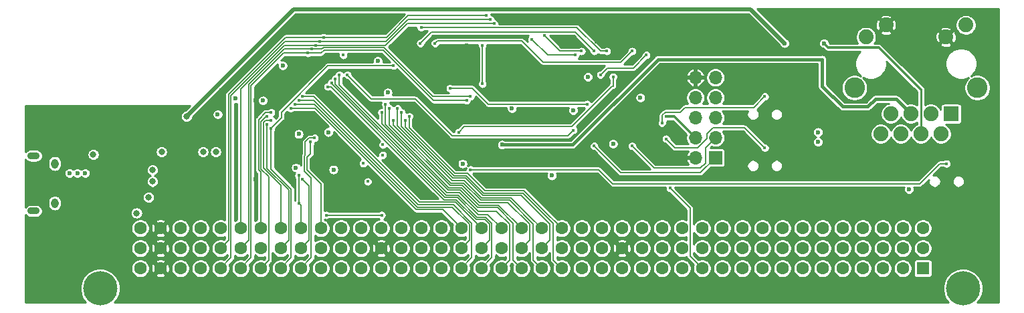
<source format=gbr>
%TF.GenerationSoftware,KiCad,Pcbnew,5.1.9+dfsg1-1~bpo10+1*%
%TF.CreationDate,2024-04-14T08:17:05+02:00*%
%TF.ProjectId,IIsiSEthernet,49497369-5345-4746-9865-726e65742e6b,rev?*%
%TF.SameCoordinates,Original*%
%TF.FileFunction,Copper,L4,Bot*%
%TF.FilePolarity,Positive*%
%FSLAX46Y46*%
G04 Gerber Fmt 4.6, Leading zero omitted, Abs format (unit mm)*
G04 Created by KiCad (PCBNEW 5.1.9+dfsg1-1~bpo10+1) date 2024-04-14 08:17:05*
%MOMM*%
%LPD*%
G01*
G04 APERTURE LIST*
%TA.AperFunction,ComponentPad*%
%ADD10O,1.550000X0.890000*%
%TD*%
%TA.AperFunction,ComponentPad*%
%ADD11O,0.950000X1.250000*%
%TD*%
%TA.AperFunction,ComponentPad*%
%ADD12O,1.700000X1.700000*%
%TD*%
%TA.AperFunction,ComponentPad*%
%ADD13R,1.700000X1.700000*%
%TD*%
%TA.AperFunction,ComponentPad*%
%ADD14C,2.600000*%
%TD*%
%TA.AperFunction,ComponentPad*%
%ADD15C,1.890000*%
%TD*%
%TA.AperFunction,ComponentPad*%
%ADD16C,1.900000*%
%TD*%
%TA.AperFunction,ComponentPad*%
%ADD17R,1.900000X1.900000*%
%TD*%
%TA.AperFunction,ComponentPad*%
%ADD18C,4.335000*%
%TD*%
%TA.AperFunction,ComponentPad*%
%ADD19C,1.605000*%
%TD*%
%TA.AperFunction,ComponentPad*%
%ADD20R,1.605000X1.605000*%
%TD*%
%TA.AperFunction,ViaPad*%
%ADD21C,0.600000*%
%TD*%
%TA.AperFunction,ViaPad*%
%ADD22C,0.450000*%
%TD*%
%TA.AperFunction,ViaPad*%
%ADD23C,0.800000*%
%TD*%
%TA.AperFunction,Conductor*%
%ADD24C,0.152400*%
%TD*%
%TA.AperFunction,Conductor*%
%ADD25C,0.500000*%
%TD*%
%TA.AperFunction,Conductor*%
%ADD26C,0.400000*%
%TD*%
%TA.AperFunction,Conductor*%
%ADD27C,0.230000*%
%TD*%
%TA.AperFunction,Conductor*%
%ADD28C,0.300000*%
%TD*%
%TA.AperFunction,Conductor*%
%ADD29C,0.177600*%
%TD*%
%TA.AperFunction,Conductor*%
%ADD30C,0.254000*%
%TD*%
%TA.AperFunction,Conductor*%
%ADD31C,0.100000*%
%TD*%
G04 APERTURE END LIST*
D10*
%TO.P,J3,6*%
%TO.N,Net-(J3-Pad6)*%
X87425000Y-142739404D03*
X87425000Y-135739404D03*
D11*
X90125000Y-141739404D03*
X90125000Y-136739404D03*
%TD*%
D12*
%TO.P,J7,10*%
%TO.N,GND*%
X171210000Y-125840000D03*
%TO.P,J7,9*%
%TO.N,JTAG_TDI*%
X173750000Y-125840000D03*
%TO.P,J7,8*%
%TO.N,N/C*%
X171210000Y-128380000D03*
%TO.P,J7,7*%
X173750000Y-128380000D03*
%TO.P,J7,6*%
X171210000Y-130920000D03*
%TO.P,J7,5*%
%TO.N,JTAG_TMS*%
X173750000Y-130920000D03*
%TO.P,J7,4*%
%TO.N,JTAG_VDD*%
X171210000Y-133460000D03*
%TO.P,J7,3*%
%TO.N,JTAG_TDO*%
X173750000Y-133460000D03*
%TO.P,J7,2*%
%TO.N,GND*%
X171210000Y-136000000D03*
D13*
%TO.P,J7,1*%
%TO.N,JTAG_TCK*%
X173750000Y-136000000D03*
%TD*%
D14*
%TO.P,J5,13*%
%TO.N,Net-(J5-Pad13)*%
X191355893Y-127145893D03*
X206905893Y-127145893D03*
D15*
%TO.P,J5,L4*%
%TO.N,Net-(J5-PadL4)*%
X205455893Y-119195893D03*
%TO.P,J5,L3*%
%TO.N,GND*%
X202915893Y-120715893D03*
%TO.P,J5,L2*%
X195345893Y-119195893D03*
%TO.P,J5,L1*%
%TO.N,Net-(J5-PadL1)*%
X192805893Y-120715893D03*
D16*
%TO.P,J5,R8*%
%TO.N,Earth*%
X194685893Y-132975893D03*
%TO.P,J5,R7*%
%TO.N,N/C*%
X195955893Y-130435893D03*
%TO.P,J5,R6*%
%TO.N,/eth_conn/RD-*%
X197225893Y-132975893D03*
%TO.P,J5,R5*%
%TO.N,/eth_conn/RCT*%
X198495893Y-130435893D03*
%TO.P,J5,R4*%
%TO.N,/eth_conn/ETH_3V3*%
X199765893Y-132975893D03*
%TO.P,J5,R3*%
%TO.N,/eth_conn/RD+*%
X201035893Y-130435893D03*
%TO.P,J5,R2*%
%TO.N,TPOUT-*%
X202305893Y-132975893D03*
D17*
%TO.P,J5,R1*%
%TO.N,TPOUT+*%
X203575893Y-130435893D03*
%TD*%
D18*
%TO.P,J1,MH2*%
%TO.N,N/C*%
X95860000Y-152540000D03*
%TO.P,J1,MH1*%
X205080000Y-152540000D03*
D19*
%TO.P,J1,C40*%
X100940000Y-144920000D03*
%TO.P,J1,C39*%
%TO.N,GND*%
X103480000Y-144920000D03*
%TO.P,J1,C38*%
%TO.N,N/C*%
X106020000Y-144920000D03*
%TO.P,J1,C37*%
%TO.N,+5V*%
X108560000Y-144920000D03*
%TO.P,J1,C36*%
%TO.N,A0*%
X111100000Y-144920000D03*
%TO.P,J1,C35*%
%TO.N,A3*%
X113640000Y-144920000D03*
%TO.P,J1,C34*%
%TO.N,A6*%
X116180000Y-144920000D03*
%TO.P,J1,C33*%
%TO.N,A8*%
X118720000Y-144920000D03*
%TO.P,J1,C32*%
%TO.N,A11*%
X121260000Y-144920000D03*
%TO.P,J1,C31*%
%TO.N,A14*%
X123800000Y-144920000D03*
%TO.P,J1,C30*%
%TO.N,A16*%
X126340000Y-144920000D03*
%TO.P,J1,C29*%
%TO.N,N/C*%
X128880000Y-144920000D03*
%TO.P,J1,C28*%
X131420000Y-144920000D03*
%TO.P,J1,C27*%
%TO.N,A24*%
X133960000Y-144920000D03*
%TO.P,J1,C26*%
%TO.N,A27*%
X136500000Y-144920000D03*
%TO.P,J1,C25*%
%TO.N,A30*%
X139040000Y-144920000D03*
%TO.P,J1,C24*%
%TO.N,D31*%
X141580000Y-144920000D03*
%TO.P,J1,C23*%
%TO.N,D28*%
X144120000Y-144920000D03*
%TO.P,J1,C22*%
%TO.N,D25*%
X146660000Y-144920000D03*
%TO.P,J1,C21*%
%TO.N,D23*%
X149200000Y-144920000D03*
%TO.P,J1,C20*%
%TO.N,D20*%
X151740000Y-144920000D03*
%TO.P,J1,C19*%
%TO.N,D17*%
X154280000Y-144920000D03*
%TO.P,J1,C18*%
%TO.N,N/C*%
X156820000Y-144920000D03*
%TO.P,J1,C17*%
X159360000Y-144920000D03*
%TO.P,J1,C16*%
X161900000Y-144920000D03*
%TO.P,J1,C15*%
X164440000Y-144920000D03*
%TO.P,J1,C14*%
X166980000Y-144920000D03*
%TO.P,J1,C13*%
X169520000Y-144920000D03*
%TO.P,J1,C12*%
X172060000Y-144920000D03*
%TO.P,J1,C11*%
X174600000Y-144920000D03*
%TO.P,J1,C10*%
X177140000Y-144920000D03*
%TO.P,J1,C9*%
%TO.N,~AS*%
X179680000Y-144920000D03*
%TO.P,J1,C8*%
%TO.N,~RW*%
X182220000Y-144920000D03*
%TO.P,J1,C7*%
%TO.N,N/C*%
X184760000Y-144920000D03*
%TO.P,J1,C6*%
X187300000Y-144920000D03*
%TO.P,J1,C5*%
X189840000Y-144920000D03*
%TO.P,J1,C4*%
%TO.N,~IRQ1*%
X192380000Y-144920000D03*
%TO.P,J1,C3*%
%TO.N,N/C*%
X194920000Y-144920000D03*
%TO.P,J1,C2*%
X197460000Y-144920000D03*
%TO.P,J1,C1*%
X200000000Y-144920000D03*
%TO.P,J1,B40*%
X100940000Y-147460000D03*
%TO.P,J1,B39*%
%TO.N,GND*%
X103480000Y-147460000D03*
%TO.P,J1,B38*%
%TO.N,N/C*%
X106020000Y-147460000D03*
%TO.P,J1,B37*%
%TO.N,+5V*%
X108560000Y-147460000D03*
%TO.P,J1,B36*%
%TO.N,A1*%
X111100000Y-147460000D03*
%TO.P,J1,B35*%
%TO.N,A4*%
X113640000Y-147460000D03*
%TO.P,J1,B34*%
%TO.N,GND*%
X116180000Y-147460000D03*
%TO.P,J1,B33*%
%TO.N,A9*%
X118720000Y-147460000D03*
%TO.P,J1,B32*%
%TO.N,A12*%
X121260000Y-147460000D03*
%TO.P,J1,B31*%
%TO.N,+5V*%
X123800000Y-147460000D03*
%TO.P,J1,B30*%
%TO.N,N/C*%
X126340000Y-147460000D03*
%TO.P,J1,B29*%
X128880000Y-147460000D03*
%TO.P,J1,B28*%
%TO.N,GND*%
X131420000Y-147460000D03*
%TO.P,J1,B27*%
%TO.N,A25*%
X133960000Y-147460000D03*
%TO.P,J1,B26*%
%TO.N,A28*%
X136500000Y-147460000D03*
%TO.P,J1,B25*%
%TO.N,+5V*%
X139040000Y-147460000D03*
%TO.P,J1,B24*%
%TO.N,D30*%
X141580000Y-147460000D03*
%TO.P,J1,B23*%
%TO.N,D27*%
X144120000Y-147460000D03*
%TO.P,J1,B22*%
%TO.N,GND*%
X146660000Y-147460000D03*
%TO.P,J1,B21*%
%TO.N,D22*%
X149200000Y-147460000D03*
%TO.P,J1,B20*%
%TO.N,D19*%
X151740000Y-147460000D03*
%TO.P,J1,B19*%
%TO.N,+5V*%
X154280000Y-147460000D03*
%TO.P,J1,B18*%
%TO.N,N/C*%
X156820000Y-147460000D03*
%TO.P,J1,B17*%
X159360000Y-147460000D03*
%TO.P,J1,B16*%
%TO.N,GND*%
X161900000Y-147460000D03*
%TO.P,J1,B15*%
%TO.N,N/C*%
X164440000Y-147460000D03*
%TO.P,J1,B14*%
X166980000Y-147460000D03*
%TO.P,J1,B13*%
%TO.N,+5V*%
X169520000Y-147460000D03*
%TO.P,J1,B12*%
%TO.N,N/C*%
X172060000Y-147460000D03*
%TO.P,J1,B11*%
X174600000Y-147460000D03*
%TO.P,J1,B10*%
X177140000Y-147460000D03*
%TO.P,J1,B9*%
%TO.N,SIZ0*%
X179680000Y-147460000D03*
%TO.P,J1,B8*%
%TO.N,~DSACK0*%
X182220000Y-147460000D03*
%TO.P,J1,B7*%
%TO.N,N/C*%
X184760000Y-147460000D03*
%TO.P,J1,B6*%
%TO.N,~DS*%
X187300000Y-147460000D03*
%TO.P,J1,B5*%
%TO.N,N/C*%
X189840000Y-147460000D03*
%TO.P,J1,B4*%
%TO.N,~IRQ2*%
X192380000Y-147460000D03*
%TO.P,J1,B3*%
%TO.N,N/C*%
X194920000Y-147460000D03*
%TO.P,J1,B2*%
X197460000Y-147460000D03*
%TO.P,J1,B1*%
X200000000Y-147460000D03*
%TO.P,J1,A40*%
X100940000Y-150000000D03*
%TO.P,J1,A39*%
%TO.N,GND*%
X103480000Y-150000000D03*
%TO.P,J1,A38*%
%TO.N,N/C*%
X106020000Y-150000000D03*
%TO.P,J1,A37*%
%TO.N,+5V*%
X108560000Y-150000000D03*
%TO.P,J1,A36*%
%TO.N,A2*%
X111100000Y-150000000D03*
%TO.P,J1,A35*%
%TO.N,A5*%
X113640000Y-150000000D03*
%TO.P,J1,A34*%
%TO.N,A7*%
X116180000Y-150000000D03*
%TO.P,J1,A33*%
%TO.N,A10*%
X118720000Y-150000000D03*
%TO.P,J1,A32*%
%TO.N,A13*%
X121260000Y-150000000D03*
%TO.P,J1,A31*%
%TO.N,A15*%
X123800000Y-150000000D03*
%TO.P,J1,A30*%
%TO.N,N/C*%
X126340000Y-150000000D03*
%TO.P,J1,A29*%
X128880000Y-150000000D03*
%TO.P,J1,A28*%
X131420000Y-150000000D03*
%TO.P,J1,A27*%
%TO.N,A26*%
X133960000Y-150000000D03*
%TO.P,J1,A26*%
%TO.N,A29*%
X136500000Y-150000000D03*
%TO.P,J1,A25*%
%TO.N,A31*%
X139040000Y-150000000D03*
%TO.P,J1,A24*%
%TO.N,D29*%
X141580000Y-150000000D03*
%TO.P,J1,A23*%
%TO.N,D26*%
X144120000Y-150000000D03*
%TO.P,J1,A22*%
%TO.N,D24*%
X146660000Y-150000000D03*
%TO.P,J1,A21*%
%TO.N,D21*%
X149200000Y-150000000D03*
%TO.P,J1,A20*%
%TO.N,D18*%
X151740000Y-150000000D03*
%TO.P,J1,A19*%
%TO.N,D16*%
X154280000Y-150000000D03*
%TO.P,J1,A18*%
%TO.N,N/C*%
X156820000Y-150000000D03*
%TO.P,J1,A17*%
X159360000Y-150000000D03*
%TO.P,J1,A16*%
X161900000Y-150000000D03*
%TO.P,J1,A15*%
X164440000Y-150000000D03*
%TO.P,J1,A14*%
X166980000Y-150000000D03*
%TO.P,J1,A13*%
X169520000Y-150000000D03*
%TO.P,J1,A12*%
%TO.N,~RESET*%
X172060000Y-150000000D03*
%TO.P,J1,A11*%
%TO.N,N/C*%
X174600000Y-150000000D03*
%TO.P,J1,A10*%
X177140000Y-150000000D03*
%TO.P,J1,A9*%
%TO.N,SIZ1*%
X179680000Y-150000000D03*
%TO.P,J1,A8*%
%TO.N,~DSACK1*%
X182220000Y-150000000D03*
%TO.P,J1,A7*%
%TO.N,N/C*%
X184760000Y-150000000D03*
%TO.P,J1,A6*%
X187300000Y-150000000D03*
%TO.P,J1,A5*%
X189840000Y-150000000D03*
%TO.P,J1,A4*%
%TO.N,~IRQ3*%
X192380000Y-150000000D03*
%TO.P,J1,A3*%
%TO.N,N/C*%
X194920000Y-150000000D03*
%TO.P,J1,A2*%
X197460000Y-150000000D03*
D20*
%TO.P,J1,A1*%
X200000000Y-150000000D03*
%TD*%
D21*
%TO.N,GND*%
X116000000Y-130000000D03*
D22*
X134000000Y-138250000D03*
D21*
X163500000Y-140500000D03*
X162000000Y-132500000D03*
X154000000Y-124750000D03*
D22*
X138500000Y-126750000D03*
D21*
X122000000Y-131000000D03*
X113050000Y-133750000D03*
D23*
X95500000Y-137550000D03*
X100494000Y-130750000D03*
D21*
X121150000Y-134250000D03*
X119000000Y-136510000D03*
X123650000Y-137000000D03*
X133800000Y-136650000D03*
X126650000Y-134250000D03*
X118737500Y-125500000D03*
X127250000Y-139230000D03*
X134250000Y-126750000D03*
D22*
X137300000Y-139950000D03*
D23*
X95000000Y-132625000D03*
X96000000Y-141000000D03*
D21*
X115520000Y-128750000D03*
X123000000Y-118525000D03*
X128500000Y-127750000D03*
D22*
X161600000Y-122500000D03*
D21*
X158750000Y-121270000D03*
X151270000Y-131000000D03*
X148500000Y-122000000D03*
X113110000Y-126000000D03*
X111190000Y-127500000D03*
X134250000Y-120550000D03*
X135000000Y-123000000D03*
X139250000Y-122000000D03*
X142250000Y-121750000D03*
X121650000Y-125750000D03*
X116000000Y-123000000D03*
X148000000Y-125000000D03*
X154950000Y-138250000D03*
D22*
X126650000Y-137000000D03*
D21*
X168750000Y-129360000D03*
X186750000Y-135250000D03*
X186750000Y-131500000D03*
X162000000Y-138730000D03*
X157500000Y-134000000D03*
X167000000Y-135500000D03*
X168000000Y-132400000D03*
X115550000Y-138750000D03*
X124150000Y-134250000D03*
X186250000Y-124937500D03*
X185270000Y-124500000D03*
X185500000Y-119500000D03*
X91975000Y-140539404D03*
X92975000Y-140539404D03*
X93975000Y-140539404D03*
D23*
X103644000Y-132950000D03*
X97544000Y-143000000D03*
D21*
X207750000Y-140000000D03*
X140790000Y-136750000D03*
%TO.N,+5V*%
X186750000Y-132750000D03*
X141750000Y-136750000D03*
D23*
X102500000Y-137550000D03*
X102000000Y-141000000D03*
D21*
X160800000Y-134250000D03*
X164250000Y-128400000D03*
X157600000Y-125750000D03*
X155750000Y-130000000D03*
X148000000Y-129750000D03*
X153050000Y-138250000D03*
D23*
X100494000Y-143000000D03*
X102500000Y-139000000D03*
D21*
X91975000Y-137939404D03*
X92975000Y-137939404D03*
X93975000Y-137939404D03*
X186750000Y-134000000D03*
X198250000Y-140000000D03*
D22*
%TO.N,A3*%
X145750000Y-119000000D03*
X123150000Y-121750000D03*
%TO.N,A6*%
X117500000Y-130250000D03*
%TO.N,A8*%
X117500000Y-131250000D03*
%TO.N,A11*%
X121000000Y-141750000D03*
X121000000Y-138250000D03*
%TO.N,A14*%
X122500000Y-134000000D03*
%TO.N,D31*%
X120000000Y-129750000D03*
%TO.N,D28*%
X121500000Y-128250000D03*
%TO.N,D25*%
X125650000Y-126000000D03*
%TO.N,D23*%
X132000000Y-129250000D03*
%TO.N,D20*%
X133500000Y-129750000D03*
%TO.N,D17*%
X135000000Y-130750000D03*
%TO.N,A1*%
X124150000Y-120750000D03*
X144750000Y-118000000D03*
%TO.N,A4*%
X122650000Y-122250000D03*
X142750000Y-128250000D03*
%TO.N,A9*%
X117000000Y-131750000D03*
%TO.N,A12*%
X121500000Y-138750000D03*
X124500000Y-143250000D03*
X131500000Y-143250000D03*
%TO.N,D30*%
X120500000Y-129250000D03*
%TO.N,D27*%
X124650000Y-127000000D03*
%TO.N,D22*%
X132500000Y-129750000D03*
%TO.N,D19*%
X134000000Y-130250000D03*
%TO.N,A2*%
X123650000Y-121250000D03*
X145250000Y-118500000D03*
%TO.N,A5*%
X122150000Y-122750000D03*
X142250000Y-128750000D03*
%TO.N,A7*%
X117000000Y-130750000D03*
%TO.N,A10*%
X117500000Y-132250000D03*
X133000000Y-124350000D03*
%TO.N,A13*%
X123000000Y-133500000D03*
%TO.N,D29*%
X121000000Y-128750000D03*
%TO.N,D26*%
X125150000Y-126500000D03*
%TO.N,D24*%
X126150000Y-125500000D03*
%TO.N,D21*%
X131500000Y-130250000D03*
%TO.N,D18*%
X133000000Y-131250000D03*
%TO.N,D16*%
X134500000Y-131250000D03*
D21*
%TO.N,+3V3*%
X118980000Y-124337500D03*
D23*
X106794000Y-130750000D03*
X108894000Y-135250000D03*
D21*
X120650000Y-137250000D03*
D22*
X126650000Y-123000000D03*
X129170000Y-136710000D03*
D23*
X95000000Y-135575000D03*
D21*
X124750000Y-132750000D03*
X125400000Y-137500000D03*
X116480000Y-128750000D03*
X132270000Y-127750000D03*
X131000000Y-123750000D03*
X110750000Y-130490000D03*
D23*
X110500000Y-135250000D03*
X103644000Y-135250000D03*
D21*
X121000000Y-133000000D03*
D22*
X129750000Y-139010000D03*
D21*
X113000000Y-128500000D03*
X182500000Y-121500000D03*
D22*
%TO.N,ETH_~INT*%
X156000000Y-123000000D03*
X150500000Y-121000000D03*
%TO.N,/eth_conn/RCT*%
X131650000Y-135650000D03*
X131650000Y-134350000D03*
D21*
X146750000Y-134350000D03*
D22*
X187250000Y-123530000D03*
D21*
%TO.N,/eth_conn/ETH_3V3*%
X187500000Y-121500000D03*
D22*
%TO.N,A0*%
X144250000Y-121750000D03*
X144250000Y-126650000D03*
%TO.N,JTAG_TDO*%
X163200000Y-134500000D03*
%TO.N,JTAG_TCK*%
X158400000Y-134500000D03*
%TO.N,JTAG_TMS*%
X159200000Y-125500000D03*
X165000000Y-123000000D03*
%TO.N,~ROM_OE*%
X163200000Y-122500000D03*
X138250000Y-121500000D03*
%TO.N,ETH_CS*%
X158400000Y-122500000D03*
X136400000Y-121500000D03*
%TO.N,ETH_CLKOUT*%
X140150000Y-127200000D03*
X157500000Y-129200000D03*
%TO.N,~RESET*%
X168000000Y-139850000D03*
%TO.N,JTAG_VDD*%
X167500000Y-130800000D03*
%TO.N,ETH_B1SEL*%
X156800000Y-122500000D03*
X152100000Y-120550000D03*
%TO.N,ETH_B0SEL*%
X160000000Y-122500000D03*
X136500000Y-119500000D03*
%TO.N,~ROM_WE*%
X141250000Y-132750000D03*
X160800000Y-125750000D03*
%TO.N,~SLOTID_0*%
X167500000Y-133600000D03*
X180000000Y-134750000D03*
%TO.N,~SLOTID_1*%
X180000000Y-128250000D03*
X167000000Y-131600000D03*
%TO.N,~RW*%
X127150000Y-125500000D03*
X155760000Y-132500000D03*
%TO.N,ROM_BANK*%
X142750000Y-137500000D03*
X203000000Y-136750000D03*
%TD*%
D24*
%TO.N,A3*%
X113640000Y-127325523D02*
X113640000Y-144920000D01*
X134740000Y-119000000D02*
X131990000Y-121750000D01*
X143750000Y-119000000D02*
X134740000Y-119000000D01*
X131990000Y-121750000D02*
X123150000Y-121750000D01*
X143750000Y-119000000D02*
X145750000Y-119000000D01*
X119215523Y-121750000D02*
X113640000Y-127325523D01*
X123150000Y-121750000D02*
X119215523Y-121750000D01*
%TO.N,A6*%
X115936780Y-137568912D02*
X116180000Y-137812132D01*
X116828670Y-130250000D02*
X115936780Y-131141890D01*
X116180000Y-137812132D02*
X116180000Y-144920000D01*
X115936780Y-131141890D02*
X115936780Y-137568912D01*
X117500000Y-130250000D02*
X116828670Y-130250000D01*
%TO.N,A8*%
X116546399Y-131532271D02*
X116546399Y-137316399D01*
X117500000Y-131250000D02*
X116828670Y-131250000D01*
X116828670Y-131250000D02*
X116546399Y-131532271D01*
X118720000Y-139490000D02*
X118720000Y-144920000D01*
X116546399Y-137316399D02*
X118720000Y-139490000D01*
%TO.N,A11*%
X121000000Y-138250000D02*
X121000000Y-141750000D01*
X121260000Y-142010000D02*
X121000000Y-141750000D01*
X121260000Y-144920000D02*
X121260000Y-142010000D01*
%TO.N,A14*%
X122500000Y-135460000D02*
X122500000Y-134000000D01*
X123800000Y-144920000D02*
X123800000Y-139330330D01*
X122021399Y-137551729D02*
X122021399Y-135938601D01*
X122021399Y-135938601D02*
X122500000Y-135460000D01*
X123800000Y-139330330D02*
X122021399Y-137551729D01*
%TO.N,D31*%
X141580000Y-144920000D02*
X139210000Y-142550000D01*
X123080330Y-129750000D02*
X120000000Y-129750000D01*
X135880330Y-142550000D02*
X123080330Y-129750000D01*
X139210000Y-142550000D02*
X135880330Y-142550000D01*
%TO.N,D28*%
X140835570Y-141635570D02*
X144120000Y-144920000D01*
X122873528Y-128250000D02*
X136259098Y-141635570D01*
X121500000Y-128250000D02*
X122873528Y-128250000D01*
X136259098Y-141635570D02*
X140835570Y-141635570D01*
%TO.N,D25*%
X143703577Y-143210381D02*
X144950381Y-143210381D01*
X141214339Y-140721143D02*
X143703577Y-143210381D01*
X139663604Y-140721142D02*
X141214339Y-140721143D01*
X144950381Y-143210381D02*
X146660000Y-144920000D01*
X125650000Y-126000000D02*
X125650000Y-126707538D01*
X125650000Y-126707538D02*
X139663604Y-140721142D01*
%TO.N,D23*%
X146275191Y-141995191D02*
X149200000Y-144920000D01*
X140042376Y-139806716D02*
X141593108Y-139806716D01*
X143781585Y-141995191D02*
X146275191Y-141995191D01*
X141593108Y-139806716D02*
X143781585Y-141995191D01*
X132000000Y-129250000D02*
X132000000Y-131764340D01*
X132000000Y-131764340D02*
X140042376Y-139806716D01*
%TO.N,D20*%
X150345191Y-143525191D02*
X151740000Y-144920000D01*
X144160353Y-141080763D02*
X147900763Y-141080763D01*
X133500000Y-131971142D02*
X140421147Y-138892289D01*
X133500000Y-129750000D02*
X133500000Y-131971142D01*
X141971877Y-138892289D02*
X144160353Y-141080763D01*
X140421147Y-138892289D02*
X141971877Y-138892289D01*
X147900763Y-141080763D02*
X150345191Y-143525191D01*
%TO.N,D17*%
X151970761Y-142610761D02*
X154280000Y-144920000D01*
X135000000Y-130750000D02*
X135000000Y-132177944D01*
X135000000Y-132177944D02*
X140782437Y-137960381D01*
X140782437Y-137960381D02*
X142333165Y-137960381D01*
X149526336Y-140166336D02*
X151970761Y-142610761D01*
X142333165Y-137960381D02*
X144539119Y-140166335D01*
X144539119Y-140166335D02*
X149526336Y-140166336D01*
%TO.N,A1*%
X112131101Y-127972290D02*
X112131101Y-146428899D01*
X112131101Y-146428899D02*
X111100000Y-147460000D01*
X142750000Y-118000000D02*
X134877868Y-118000000D01*
X134877868Y-118000000D02*
X132127868Y-120750000D01*
X132127868Y-120750000D02*
X124150000Y-120750000D01*
X142750000Y-118000000D02*
X144750000Y-118000000D01*
X124150000Y-120750000D02*
X119353391Y-120750000D01*
X119353391Y-120750000D02*
X112131101Y-127972290D01*
%TO.N,A4*%
X114671101Y-126725488D02*
X114671101Y-146428899D01*
X114671101Y-146428899D02*
X113640000Y-147460000D01*
X122650000Y-122250000D02*
X123934810Y-122250000D01*
X123934810Y-122250000D02*
X124130000Y-122054810D01*
X119146589Y-122250000D02*
X122650000Y-122250000D01*
X114671101Y-126725488D02*
X119146589Y-122250000D01*
X142750000Y-128250000D02*
X138002396Y-128250000D01*
X131807206Y-122054810D02*
X124130000Y-122054810D01*
X138002396Y-128250000D02*
X131807206Y-122054810D01*
%TO.N,A9*%
X119751101Y-140090035D02*
X117000000Y-137338934D01*
X118720000Y-147460000D02*
X119751101Y-146428899D01*
X117000000Y-137338934D02*
X117000000Y-131750000D01*
X119751101Y-146428899D02*
X119751101Y-140090035D01*
%TO.N,A12*%
X121500000Y-138750000D02*
X122291101Y-139541101D01*
X122291101Y-146428899D02*
X121260000Y-147460000D01*
X122291101Y-139541101D02*
X122291101Y-146428899D01*
X131500000Y-143250000D02*
X124500000Y-143250000D01*
%TO.N,D30*%
X142611101Y-146428899D02*
X141580000Y-147460000D01*
X136006586Y-142245190D02*
X140431220Y-142245190D01*
X140431220Y-142245190D02*
X142611101Y-144425071D01*
X123011396Y-129250000D02*
X136006586Y-142245190D01*
X120500000Y-129250000D02*
X123011396Y-129250000D01*
X142611101Y-144425071D02*
X142611101Y-146428899D01*
%TO.N,D27*%
X145151101Y-144425071D02*
X145151101Y-146428899D01*
X124650000Y-127000000D02*
X125080330Y-127000000D01*
X139411090Y-141330760D02*
X140961827Y-141330761D01*
X140961827Y-141330761D02*
X143451066Y-143820000D01*
X143451066Y-143820000D02*
X144546030Y-143820000D01*
X145151101Y-146428899D02*
X144120000Y-147460000D01*
X125080330Y-127000000D02*
X139411090Y-141330760D01*
X144546030Y-143820000D02*
X145151101Y-144425071D01*
%TO.N,D22*%
X150231101Y-144425071D02*
X150231101Y-146428899D01*
X132500000Y-129750000D02*
X132500000Y-131833274D01*
X132500000Y-131833274D02*
X140168632Y-139501906D01*
X150231101Y-146428899D02*
X149200000Y-147460000D01*
X141719365Y-139501907D02*
X143907839Y-141690381D01*
X140168632Y-139501906D02*
X141719365Y-139501907D01*
X143907839Y-141690381D02*
X147496411Y-141690381D01*
X147496411Y-141690381D02*
X150231101Y-144425071D01*
%TO.N,D19*%
X149121984Y-140775954D02*
X152771101Y-144425071D01*
X152771101Y-144425071D02*
X152771101Y-146428899D01*
X144286607Y-140775953D02*
X149121984Y-140775954D01*
X134000000Y-132040076D02*
X140529924Y-138570000D01*
X141477479Y-138587479D02*
X142098134Y-138587480D01*
X134000000Y-130250000D02*
X134000000Y-132040076D01*
X140529924Y-138570000D02*
X141460000Y-138570000D01*
X152771101Y-146428899D02*
X151740000Y-147460000D01*
X141460000Y-138570000D02*
X141477479Y-138587479D01*
X142098134Y-138587480D02*
X144286607Y-140775953D01*
%TO.N,A2*%
X123650000Y-121250000D02*
X132058934Y-121250000D01*
X111100000Y-150000000D02*
X112435911Y-148664089D01*
X132058934Y-121250000D02*
X134808934Y-118500000D01*
X134808934Y-118500000D02*
X143250000Y-118500000D01*
X112435911Y-148664089D02*
X112435911Y-128098546D01*
X143250000Y-118500000D02*
X145250000Y-118500000D01*
X119284457Y-121250000D02*
X112435911Y-128098546D01*
X123650000Y-121250000D02*
X119284457Y-121250000D01*
%TO.N,A5*%
X113640000Y-150000000D02*
X114975911Y-148664089D01*
X114975911Y-148664089D02*
X114975911Y-126851744D01*
X119077655Y-122750000D02*
X114975911Y-126851744D01*
X122150000Y-122750000D02*
X119077655Y-122750000D01*
X123865876Y-122750000D02*
X122150000Y-122750000D01*
X124256256Y-122359620D02*
X123865876Y-122750000D01*
X131680950Y-122359620D02*
X124256256Y-122359620D01*
X142250000Y-128750000D02*
X138071330Y-128750000D01*
X138071330Y-128750000D02*
X131680950Y-122359620D01*
%TO.N,A7*%
X116897604Y-130750000D02*
X117000000Y-130750000D01*
X117211101Y-138412167D02*
X116241589Y-137442655D01*
X117211101Y-148968899D02*
X117211101Y-138412167D01*
X116241589Y-137442655D02*
X116241590Y-131406014D01*
X116180000Y-150000000D02*
X117211101Y-148968899D01*
X116241590Y-131406014D02*
X116897604Y-130750000D01*
%TO.N,A10*%
X117500000Y-137407868D02*
X120055911Y-139963779D01*
X120055911Y-148664089D02*
X118720000Y-150000000D01*
X120055911Y-139963779D02*
X120055911Y-148664089D01*
X117500000Y-132250000D02*
X117500000Y-137407868D01*
X118820000Y-130930000D02*
X117500000Y-132250000D01*
X118820000Y-130930000D02*
X118820000Y-130210000D01*
X124680000Y-124350000D02*
X118820000Y-130210000D01*
X133000000Y-124350000D02*
X124680000Y-124350000D01*
%TO.N,A13*%
X121820000Y-134008670D02*
X121820000Y-135708934D01*
X122595911Y-138557307D02*
X122595911Y-148664089D01*
X121716589Y-135812345D02*
X121716590Y-137677986D01*
X121716590Y-137677986D02*
X122595911Y-138557307D01*
X121820000Y-135708934D02*
X121716589Y-135812345D01*
X122595911Y-148664089D02*
X121260000Y-150000000D01*
X122328670Y-133500000D02*
X121820000Y-134008670D01*
X123000000Y-133500000D02*
X122328670Y-133500000D01*
%TO.N,D29*%
X142915910Y-144298814D02*
X140557476Y-141940380D01*
X122942462Y-128750000D02*
X121000000Y-128750000D01*
X141580000Y-150000000D02*
X142915911Y-148664089D01*
X136132842Y-141940380D02*
X122942462Y-128750000D01*
X140557476Y-141940380D02*
X136132842Y-141940380D01*
X142915911Y-148664089D02*
X142915910Y-144298814D01*
%TO.N,D26*%
X145455910Y-148664090D02*
X144120000Y-150000000D01*
X125150000Y-126500000D02*
X125150000Y-126638604D01*
X145455910Y-144298814D02*
X145455910Y-148664090D01*
X125150000Y-126638604D02*
X139537348Y-141025952D01*
X139537348Y-141025952D02*
X141088082Y-141025952D01*
X141088082Y-141025952D02*
X143577323Y-143515191D01*
X143577323Y-143515191D02*
X144672287Y-143515191D01*
X144672287Y-143515191D02*
X145455910Y-144298814D01*
%TO.N,D24*%
X141340596Y-140416334D02*
X143694262Y-142770000D01*
X126150000Y-125500000D02*
X126150000Y-126776472D01*
X139789861Y-140416333D02*
X141340596Y-140416334D01*
X126150000Y-126776472D02*
X139789861Y-140416333D01*
X147691101Y-148968899D02*
X146660000Y-150000000D01*
X147691101Y-144425071D02*
X147691101Y-148968899D01*
X143694262Y-142770000D02*
X146036030Y-142770000D01*
X146036030Y-142770000D02*
X147691101Y-144425071D01*
%TO.N,D21*%
X148168899Y-148968899D02*
X148168899Y-144319965D01*
X143655328Y-142300000D02*
X141466853Y-140111525D01*
X149200000Y-150000000D02*
X148168899Y-148968899D01*
X131500000Y-131695406D02*
X131500000Y-130250000D01*
X139916118Y-140111524D02*
X131500000Y-131695406D01*
X148168899Y-144319965D02*
X146148934Y-142300000D01*
X146148934Y-142300000D02*
X143655328Y-142300000D01*
X141466853Y-140111525D02*
X139916118Y-140111524D01*
%TO.N,D18*%
X140294889Y-139197097D02*
X133000000Y-131902208D01*
X150708899Y-148968899D02*
X150708899Y-144398899D01*
X151740000Y-150000000D02*
X150708899Y-148968899D01*
X144034095Y-141385571D02*
X141845622Y-139197098D01*
X150708899Y-144398899D02*
X147695572Y-141385572D01*
X147695572Y-141385572D02*
X144034095Y-141385571D01*
X141845622Y-139197098D02*
X140294889Y-139197097D01*
X133000000Y-131902208D02*
X133000000Y-131250000D01*
%TO.N,D16*%
X153248899Y-144319965D02*
X153248899Y-148968899D01*
X153248899Y-148968899D02*
X154280000Y-150000000D01*
X149400079Y-140471145D02*
X153248899Y-144319965D01*
X144412864Y-140471144D02*
X149400079Y-140471145D01*
X134500000Y-132109010D02*
X140656180Y-138265190D01*
X134500000Y-131250000D02*
X134500000Y-132109010D01*
X142224391Y-138282671D02*
X144412864Y-140471144D01*
X140656180Y-138265190D02*
X141586257Y-138265191D01*
X141586257Y-138265191D02*
X141603736Y-138282670D01*
X141603736Y-138282670D02*
X142224391Y-138282671D01*
D25*
%TO.N,+3V3*%
X120344000Y-117200000D02*
X176287500Y-117200000D01*
X106794000Y-130750000D02*
X120344000Y-117200000D01*
X178200000Y-117200000D02*
X182500000Y-121500000D01*
X176287500Y-117200000D02*
X178200000Y-117200000D01*
D24*
%TO.N,ETH_~INT*%
X152500000Y-123000000D02*
X150500000Y-121000000D01*
X156000000Y-123000000D02*
X152500000Y-123000000D01*
D26*
%TO.N,/eth_conn/RCT*%
X166480000Y-123530000D02*
X155660000Y-134350000D01*
X187250000Y-123530000D02*
X175000000Y-123530000D01*
X155660000Y-134350000D02*
X146750000Y-134350000D01*
X175000000Y-123530000D02*
X166480000Y-123530000D01*
X198495893Y-130435893D02*
X196610000Y-128550000D01*
X196610000Y-128550000D02*
X194020000Y-128550000D01*
X194020000Y-128550000D02*
X193040000Y-129530000D01*
X193040000Y-129530000D02*
X189850000Y-129530000D01*
X187250000Y-126930000D02*
X187250000Y-123530000D01*
X189850000Y-129530000D02*
X187250000Y-126930000D01*
D27*
%TO.N,/eth_conn/ETH_3V3*%
X199765893Y-127405893D02*
X199765893Y-132975893D01*
D28*
X194410000Y-122050000D02*
X199765893Y-127405893D01*
X187500000Y-121500000D02*
X188050000Y-122050000D01*
X188050000Y-122050000D02*
X194410000Y-122050000D01*
D24*
%TO.N,A0*%
X144250000Y-125650000D02*
X144250000Y-121750000D01*
X144250000Y-125650000D02*
X144250000Y-126650000D01*
%TO.N,JTAG_TDO*%
X166000000Y-137300000D02*
X163200000Y-134500000D01*
X172510000Y-136660000D02*
X171870000Y-137300000D01*
X172510000Y-134700000D02*
X172510000Y-136660000D01*
X173750000Y-133460000D02*
X172510000Y-134700000D01*
X166000000Y-137300000D02*
X171870000Y-137300000D01*
%TO.N,JTAG_TCK*%
X158400000Y-134500000D02*
X161780000Y-137880000D01*
X171870000Y-137880000D02*
X173750000Y-136000000D01*
X171870000Y-137880000D02*
X161780000Y-137880000D01*
%TO.N,JTAG_TMS*%
X159200000Y-125500000D02*
X160050000Y-124650000D01*
X163350000Y-124650000D02*
X165000000Y-123000000D01*
X160050000Y-124650000D02*
X163350000Y-124650000D01*
%TO.N,~ROM_OE*%
X138250000Y-121500000D02*
X138528601Y-121221399D01*
X138528601Y-121221399D02*
X149261399Y-121221399D01*
X149261399Y-121221399D02*
X151940000Y-123900000D01*
X161800000Y-123900000D02*
X163200000Y-122500000D01*
X151940000Y-123900000D02*
X161800000Y-123900000D01*
%TO.N,ETH_CS*%
X155996399Y-120096399D02*
X158400000Y-122500000D01*
X136400000Y-121500000D02*
X137803601Y-120096399D01*
X137803601Y-120096399D02*
X155996399Y-120096399D01*
D29*
%TO.N,ETH_CLKOUT*%
X140150000Y-127200000D02*
X142990000Y-127200000D01*
X142990000Y-127200000D02*
X144990000Y-129200000D01*
X157500000Y-129200000D02*
X144990000Y-129200000D01*
D24*
%TO.N,~RESET*%
X170551101Y-142401101D02*
X168000000Y-139850000D01*
X172060000Y-150000000D02*
X170551101Y-148491101D01*
X170551101Y-148491101D02*
X170551101Y-142401101D01*
D28*
%TO.N,JTAG_VDD*%
X168550000Y-130800000D02*
X171210000Y-133460000D01*
X168550000Y-130800000D02*
X167500000Y-130800000D01*
D24*
%TO.N,ETH_B1SEL*%
X154050000Y-122500000D02*
X152100000Y-120550000D01*
X156800000Y-122500000D02*
X154050000Y-122500000D01*
%TO.N,ETH_B0SEL*%
X159197670Y-122500000D02*
X160000000Y-122500000D01*
X136500000Y-119500000D02*
X156197670Y-119500000D01*
X156197670Y-119500000D02*
X159197670Y-122500000D01*
%TO.N,~ROM_WE*%
X141250000Y-132750000D02*
X141953601Y-132046399D01*
X160800000Y-125750000D02*
X160800000Y-126910000D01*
X155542271Y-132046399D02*
X141953601Y-132046399D01*
X160800000Y-126910000D02*
X160678670Y-126910000D01*
X160678670Y-126910000D02*
X155542271Y-132046399D01*
%TO.N,~SLOTID_0*%
X167500000Y-133600000D02*
X168630000Y-134730000D01*
X172671399Y-132942271D02*
X173423670Y-132190000D01*
X177440000Y-132190000D02*
X180000000Y-134750000D01*
X171536330Y-134730000D02*
X172671399Y-133594931D01*
X172671399Y-133594931D02*
X172671399Y-132942271D01*
X168630000Y-134730000D02*
X171536330Y-134730000D01*
X177440000Y-132190000D02*
X173423670Y-132190000D01*
%TO.N,~SLOTID_1*%
X167408670Y-130220000D02*
X167000000Y-130628670D01*
X169290000Y-130220000D02*
X167408670Y-130220000D01*
X169870000Y-129640000D02*
X169290000Y-130220000D01*
X180000000Y-128250000D02*
X178610000Y-129640000D01*
X167000000Y-130628670D02*
X167000000Y-131600000D01*
X178610000Y-129640000D02*
X169870000Y-129640000D01*
%TO.N,~RW*%
X155056399Y-133203601D02*
X155760000Y-132500000D01*
X140443601Y-133203601D02*
X155056399Y-133203601D01*
X130200000Y-128550000D02*
X135790000Y-128550000D01*
X135790000Y-128550000D02*
X140443601Y-133203601D01*
X127150000Y-125500000D02*
X130200000Y-128550000D01*
%TO.N,ROM_BANK*%
X142750000Y-137500000D02*
X158980000Y-137500000D01*
X158980000Y-137500000D02*
X160760000Y-139280000D01*
X160760000Y-139280000D02*
X199590000Y-139280000D01*
X202120000Y-136750000D02*
X199590000Y-139280000D01*
X203000000Y-136750000D02*
X202120000Y-136750000D01*
%TD*%
D30*
%TO.N,GND*%
X209594000Y-154294000D02*
X206930123Y-154294000D01*
X207059549Y-154164574D01*
X207338451Y-153747167D01*
X207530562Y-153283370D01*
X207628500Y-152791005D01*
X207628500Y-152288995D01*
X207530562Y-151796630D01*
X207338451Y-151332833D01*
X207059549Y-150915426D01*
X206704574Y-150560451D01*
X206287167Y-150281549D01*
X205823370Y-150089438D01*
X205331005Y-149991500D01*
X204828995Y-149991500D01*
X204336630Y-150089438D01*
X203872833Y-150281549D01*
X203455426Y-150560451D01*
X203100451Y-150915426D01*
X202821549Y-151332833D01*
X202629438Y-151796630D01*
X202531500Y-152288995D01*
X202531500Y-152791005D01*
X202629438Y-153283370D01*
X202821549Y-153747167D01*
X203100451Y-154164574D01*
X203229877Y-154294000D01*
X97710123Y-154294000D01*
X97839549Y-154164574D01*
X98118451Y-153747167D01*
X98310562Y-153283370D01*
X98408500Y-152791005D01*
X98408500Y-152288995D01*
X98310562Y-151796630D01*
X98118451Y-151332833D01*
X97839549Y-150915426D01*
X97484574Y-150560451D01*
X97067167Y-150281549D01*
X96603370Y-150089438D01*
X96111005Y-149991500D01*
X95608995Y-149991500D01*
X95116630Y-150089438D01*
X94652833Y-150281549D01*
X94235426Y-150560451D01*
X93880451Y-150915426D01*
X93601549Y-151332833D01*
X93409438Y-151796630D01*
X93311500Y-152288995D01*
X93311500Y-152791005D01*
X93409438Y-153283370D01*
X93601549Y-153747167D01*
X93880451Y-154164574D01*
X94009877Y-154294000D01*
X86406000Y-154294000D01*
X86406000Y-149883435D01*
X99756500Y-149883435D01*
X99756500Y-150116565D01*
X99801982Y-150345214D01*
X99891196Y-150560597D01*
X100020716Y-150754437D01*
X100185563Y-150919284D01*
X100379403Y-151048804D01*
X100594786Y-151138018D01*
X100823435Y-151183500D01*
X101056565Y-151183500D01*
X101285214Y-151138018D01*
X101500597Y-151048804D01*
X101694437Y-150919284D01*
X101755591Y-150858130D01*
X102801475Y-150858130D01*
X102887733Y-151031250D01*
X103100300Y-151126980D01*
X103327459Y-151179402D01*
X103560479Y-151186499D01*
X103790408Y-151148000D01*
X104008407Y-151065384D01*
X104072267Y-151031250D01*
X104158525Y-150858130D01*
X103480000Y-150179605D01*
X102801475Y-150858130D01*
X101755591Y-150858130D01*
X101859284Y-150754437D01*
X101988804Y-150560597D01*
X102078018Y-150345214D01*
X102123500Y-150116565D01*
X102123500Y-150080479D01*
X102293501Y-150080479D01*
X102332000Y-150310408D01*
X102414616Y-150528407D01*
X102448750Y-150592267D01*
X102621870Y-150678525D01*
X103300395Y-150000000D01*
X103659605Y-150000000D01*
X104338130Y-150678525D01*
X104511250Y-150592267D01*
X104606980Y-150379700D01*
X104659402Y-150152541D01*
X104666499Y-149919521D01*
X104660457Y-149883435D01*
X104836500Y-149883435D01*
X104836500Y-150116565D01*
X104881982Y-150345214D01*
X104971196Y-150560597D01*
X105100716Y-150754437D01*
X105265563Y-150919284D01*
X105459403Y-151048804D01*
X105674786Y-151138018D01*
X105903435Y-151183500D01*
X106136565Y-151183500D01*
X106365214Y-151138018D01*
X106580597Y-151048804D01*
X106774437Y-150919284D01*
X106939284Y-150754437D01*
X107068804Y-150560597D01*
X107158018Y-150345214D01*
X107203500Y-150116565D01*
X107203500Y-149883435D01*
X107376500Y-149883435D01*
X107376500Y-150116565D01*
X107421982Y-150345214D01*
X107511196Y-150560597D01*
X107640716Y-150754437D01*
X107805563Y-150919284D01*
X107999403Y-151048804D01*
X108214786Y-151138018D01*
X108443435Y-151183500D01*
X108676565Y-151183500D01*
X108905214Y-151138018D01*
X109120597Y-151048804D01*
X109314437Y-150919284D01*
X109479284Y-150754437D01*
X109608804Y-150560597D01*
X109698018Y-150345214D01*
X109743500Y-150116565D01*
X109743500Y-149883435D01*
X109698018Y-149654786D01*
X109608804Y-149439403D01*
X109479284Y-149245563D01*
X109314437Y-149080716D01*
X109120597Y-148951196D01*
X108905214Y-148861982D01*
X108676565Y-148816500D01*
X108443435Y-148816500D01*
X108214786Y-148861982D01*
X107999403Y-148951196D01*
X107805563Y-149080716D01*
X107640716Y-149245563D01*
X107511196Y-149439403D01*
X107421982Y-149654786D01*
X107376500Y-149883435D01*
X107203500Y-149883435D01*
X107158018Y-149654786D01*
X107068804Y-149439403D01*
X106939284Y-149245563D01*
X106774437Y-149080716D01*
X106580597Y-148951196D01*
X106365214Y-148861982D01*
X106136565Y-148816500D01*
X105903435Y-148816500D01*
X105674786Y-148861982D01*
X105459403Y-148951196D01*
X105265563Y-149080716D01*
X105100716Y-149245563D01*
X104971196Y-149439403D01*
X104881982Y-149654786D01*
X104836500Y-149883435D01*
X104660457Y-149883435D01*
X104628000Y-149689592D01*
X104545384Y-149471593D01*
X104511250Y-149407733D01*
X104338130Y-149321475D01*
X103659605Y-150000000D01*
X103300395Y-150000000D01*
X102621870Y-149321475D01*
X102448750Y-149407733D01*
X102353020Y-149620300D01*
X102300598Y-149847459D01*
X102293501Y-150080479D01*
X102123500Y-150080479D01*
X102123500Y-149883435D01*
X102078018Y-149654786D01*
X101988804Y-149439403D01*
X101859284Y-149245563D01*
X101755591Y-149141870D01*
X102801475Y-149141870D01*
X103480000Y-149820395D01*
X104158525Y-149141870D01*
X104072267Y-148968750D01*
X103859700Y-148873020D01*
X103632541Y-148820598D01*
X103399521Y-148813501D01*
X103169592Y-148852000D01*
X102951593Y-148934616D01*
X102887733Y-148968750D01*
X102801475Y-149141870D01*
X101755591Y-149141870D01*
X101694437Y-149080716D01*
X101500597Y-148951196D01*
X101285214Y-148861982D01*
X101056565Y-148816500D01*
X100823435Y-148816500D01*
X100594786Y-148861982D01*
X100379403Y-148951196D01*
X100185563Y-149080716D01*
X100020716Y-149245563D01*
X99891196Y-149439403D01*
X99801982Y-149654786D01*
X99756500Y-149883435D01*
X86406000Y-149883435D01*
X86406000Y-147343435D01*
X99756500Y-147343435D01*
X99756500Y-147576565D01*
X99801982Y-147805214D01*
X99891196Y-148020597D01*
X100020716Y-148214437D01*
X100185563Y-148379284D01*
X100379403Y-148508804D01*
X100594786Y-148598018D01*
X100823435Y-148643500D01*
X101056565Y-148643500D01*
X101285214Y-148598018D01*
X101500597Y-148508804D01*
X101694437Y-148379284D01*
X101755591Y-148318130D01*
X102801475Y-148318130D01*
X102887733Y-148491250D01*
X103100300Y-148586980D01*
X103327459Y-148639402D01*
X103560479Y-148646499D01*
X103790408Y-148608000D01*
X104008407Y-148525384D01*
X104072267Y-148491250D01*
X104158525Y-148318130D01*
X103480000Y-147639605D01*
X102801475Y-148318130D01*
X101755591Y-148318130D01*
X101859284Y-148214437D01*
X101988804Y-148020597D01*
X102078018Y-147805214D01*
X102123500Y-147576565D01*
X102123500Y-147540479D01*
X102293501Y-147540479D01*
X102332000Y-147770408D01*
X102414616Y-147988407D01*
X102448750Y-148052267D01*
X102621870Y-148138525D01*
X103300395Y-147460000D01*
X103659605Y-147460000D01*
X104338130Y-148138525D01*
X104511250Y-148052267D01*
X104606980Y-147839700D01*
X104659402Y-147612541D01*
X104666499Y-147379521D01*
X104660457Y-147343435D01*
X104836500Y-147343435D01*
X104836500Y-147576565D01*
X104881982Y-147805214D01*
X104971196Y-148020597D01*
X105100716Y-148214437D01*
X105265563Y-148379284D01*
X105459403Y-148508804D01*
X105674786Y-148598018D01*
X105903435Y-148643500D01*
X106136565Y-148643500D01*
X106365214Y-148598018D01*
X106580597Y-148508804D01*
X106774437Y-148379284D01*
X106939284Y-148214437D01*
X107068804Y-148020597D01*
X107158018Y-147805214D01*
X107203500Y-147576565D01*
X107203500Y-147343435D01*
X107376500Y-147343435D01*
X107376500Y-147576565D01*
X107421982Y-147805214D01*
X107511196Y-148020597D01*
X107640716Y-148214437D01*
X107805563Y-148379284D01*
X107999403Y-148508804D01*
X108214786Y-148598018D01*
X108443435Y-148643500D01*
X108676565Y-148643500D01*
X108905214Y-148598018D01*
X109120597Y-148508804D01*
X109314437Y-148379284D01*
X109479284Y-148214437D01*
X109608804Y-148020597D01*
X109698018Y-147805214D01*
X109743500Y-147576565D01*
X109743500Y-147343435D01*
X109698018Y-147114786D01*
X109608804Y-146899403D01*
X109479284Y-146705563D01*
X109314437Y-146540716D01*
X109120597Y-146411196D01*
X108905214Y-146321982D01*
X108676565Y-146276500D01*
X108443435Y-146276500D01*
X108214786Y-146321982D01*
X107999403Y-146411196D01*
X107805563Y-146540716D01*
X107640716Y-146705563D01*
X107511196Y-146899403D01*
X107421982Y-147114786D01*
X107376500Y-147343435D01*
X107203500Y-147343435D01*
X107158018Y-147114786D01*
X107068804Y-146899403D01*
X106939284Y-146705563D01*
X106774437Y-146540716D01*
X106580597Y-146411196D01*
X106365214Y-146321982D01*
X106136565Y-146276500D01*
X105903435Y-146276500D01*
X105674786Y-146321982D01*
X105459403Y-146411196D01*
X105265563Y-146540716D01*
X105100716Y-146705563D01*
X104971196Y-146899403D01*
X104881982Y-147114786D01*
X104836500Y-147343435D01*
X104660457Y-147343435D01*
X104628000Y-147149592D01*
X104545384Y-146931593D01*
X104511250Y-146867733D01*
X104338130Y-146781475D01*
X103659605Y-147460000D01*
X103300395Y-147460000D01*
X102621870Y-146781475D01*
X102448750Y-146867733D01*
X102353020Y-147080300D01*
X102300598Y-147307459D01*
X102293501Y-147540479D01*
X102123500Y-147540479D01*
X102123500Y-147343435D01*
X102078018Y-147114786D01*
X101988804Y-146899403D01*
X101859284Y-146705563D01*
X101755591Y-146601870D01*
X102801475Y-146601870D01*
X103480000Y-147280395D01*
X104158525Y-146601870D01*
X104072267Y-146428750D01*
X103859700Y-146333020D01*
X103632541Y-146280598D01*
X103399521Y-146273501D01*
X103169592Y-146312000D01*
X102951593Y-146394616D01*
X102887733Y-146428750D01*
X102801475Y-146601870D01*
X101755591Y-146601870D01*
X101694437Y-146540716D01*
X101500597Y-146411196D01*
X101285214Y-146321982D01*
X101056565Y-146276500D01*
X100823435Y-146276500D01*
X100594786Y-146321982D01*
X100379403Y-146411196D01*
X100185563Y-146540716D01*
X100020716Y-146705563D01*
X99891196Y-146899403D01*
X99801982Y-147114786D01*
X99756500Y-147343435D01*
X86406000Y-147343435D01*
X86406000Y-144803435D01*
X99756500Y-144803435D01*
X99756500Y-145036565D01*
X99801982Y-145265214D01*
X99891196Y-145480597D01*
X100020716Y-145674437D01*
X100185563Y-145839284D01*
X100379403Y-145968804D01*
X100594786Y-146058018D01*
X100823435Y-146103500D01*
X101056565Y-146103500D01*
X101285214Y-146058018D01*
X101500597Y-145968804D01*
X101694437Y-145839284D01*
X101755591Y-145778130D01*
X102801475Y-145778130D01*
X102887733Y-145951250D01*
X103100300Y-146046980D01*
X103327459Y-146099402D01*
X103560479Y-146106499D01*
X103790408Y-146068000D01*
X104008407Y-145985384D01*
X104072267Y-145951250D01*
X104158525Y-145778130D01*
X103480000Y-145099605D01*
X102801475Y-145778130D01*
X101755591Y-145778130D01*
X101859284Y-145674437D01*
X101988804Y-145480597D01*
X102078018Y-145265214D01*
X102123500Y-145036565D01*
X102123500Y-145000479D01*
X102293501Y-145000479D01*
X102332000Y-145230408D01*
X102414616Y-145448407D01*
X102448750Y-145512267D01*
X102621870Y-145598525D01*
X103300395Y-144920000D01*
X103659605Y-144920000D01*
X104338130Y-145598525D01*
X104511250Y-145512267D01*
X104606980Y-145299700D01*
X104659402Y-145072541D01*
X104666499Y-144839521D01*
X104660457Y-144803435D01*
X104836500Y-144803435D01*
X104836500Y-145036565D01*
X104881982Y-145265214D01*
X104971196Y-145480597D01*
X105100716Y-145674437D01*
X105265563Y-145839284D01*
X105459403Y-145968804D01*
X105674786Y-146058018D01*
X105903435Y-146103500D01*
X106136565Y-146103500D01*
X106365214Y-146058018D01*
X106580597Y-145968804D01*
X106774437Y-145839284D01*
X106939284Y-145674437D01*
X107068804Y-145480597D01*
X107158018Y-145265214D01*
X107203500Y-145036565D01*
X107203500Y-144803435D01*
X107376500Y-144803435D01*
X107376500Y-145036565D01*
X107421982Y-145265214D01*
X107511196Y-145480597D01*
X107640716Y-145674437D01*
X107805563Y-145839284D01*
X107999403Y-145968804D01*
X108214786Y-146058018D01*
X108443435Y-146103500D01*
X108676565Y-146103500D01*
X108905214Y-146058018D01*
X109120597Y-145968804D01*
X109314437Y-145839284D01*
X109479284Y-145674437D01*
X109608804Y-145480597D01*
X109698018Y-145265214D01*
X109743500Y-145036565D01*
X109743500Y-144803435D01*
X109698018Y-144574786D01*
X109608804Y-144359403D01*
X109479284Y-144165563D01*
X109314437Y-144000716D01*
X109120597Y-143871196D01*
X108905214Y-143781982D01*
X108676565Y-143736500D01*
X108443435Y-143736500D01*
X108214786Y-143781982D01*
X107999403Y-143871196D01*
X107805563Y-144000716D01*
X107640716Y-144165563D01*
X107511196Y-144359403D01*
X107421982Y-144574786D01*
X107376500Y-144803435D01*
X107203500Y-144803435D01*
X107158018Y-144574786D01*
X107068804Y-144359403D01*
X106939284Y-144165563D01*
X106774437Y-144000716D01*
X106580597Y-143871196D01*
X106365214Y-143781982D01*
X106136565Y-143736500D01*
X105903435Y-143736500D01*
X105674786Y-143781982D01*
X105459403Y-143871196D01*
X105265563Y-144000716D01*
X105100716Y-144165563D01*
X104971196Y-144359403D01*
X104881982Y-144574786D01*
X104836500Y-144803435D01*
X104660457Y-144803435D01*
X104628000Y-144609592D01*
X104545384Y-144391593D01*
X104511250Y-144327733D01*
X104338130Y-144241475D01*
X103659605Y-144920000D01*
X103300395Y-144920000D01*
X102621870Y-144241475D01*
X102448750Y-144327733D01*
X102353020Y-144540300D01*
X102300598Y-144767459D01*
X102293501Y-145000479D01*
X102123500Y-145000479D01*
X102123500Y-144803435D01*
X102078018Y-144574786D01*
X101988804Y-144359403D01*
X101859284Y-144165563D01*
X101755591Y-144061870D01*
X102801475Y-144061870D01*
X103480000Y-144740395D01*
X104158525Y-144061870D01*
X104072267Y-143888750D01*
X103859700Y-143793020D01*
X103632541Y-143740598D01*
X103399521Y-143733501D01*
X103169592Y-143772000D01*
X102951593Y-143854616D01*
X102887733Y-143888750D01*
X102801475Y-144061870D01*
X101755591Y-144061870D01*
X101694437Y-144000716D01*
X101500597Y-143871196D01*
X101285214Y-143781982D01*
X101056565Y-143736500D01*
X100823435Y-143736500D01*
X100594786Y-143781982D01*
X100379403Y-143871196D01*
X100185563Y-144000716D01*
X100020716Y-144165563D01*
X99891196Y-144359403D01*
X99801982Y-144574786D01*
X99756500Y-144803435D01*
X86406000Y-144803435D01*
X86406000Y-143201885D01*
X86508104Y-143326300D01*
X86633879Y-143429520D01*
X86777374Y-143506220D01*
X86933076Y-143553452D01*
X87054428Y-143565404D01*
X87795572Y-143565404D01*
X87916924Y-143553452D01*
X88072626Y-143506220D01*
X88216121Y-143429520D01*
X88341896Y-143326300D01*
X88445116Y-143200525D01*
X88521816Y-143057030D01*
X88562450Y-142923078D01*
X99713000Y-142923078D01*
X99713000Y-143076922D01*
X99743013Y-143227809D01*
X99801887Y-143369942D01*
X99887358Y-143497859D01*
X99996141Y-143606642D01*
X100124058Y-143692113D01*
X100266191Y-143750987D01*
X100417078Y-143781000D01*
X100570922Y-143781000D01*
X100721809Y-143750987D01*
X100863942Y-143692113D01*
X100991859Y-143606642D01*
X101100642Y-143497859D01*
X101186113Y-143369942D01*
X101244987Y-143227809D01*
X101275000Y-143076922D01*
X101275000Y-142923078D01*
X101244987Y-142772191D01*
X101186113Y-142630058D01*
X101100642Y-142502141D01*
X100991859Y-142393358D01*
X100863942Y-142307887D01*
X100721809Y-142249013D01*
X100570922Y-142219000D01*
X100417078Y-142219000D01*
X100266191Y-142249013D01*
X100124058Y-142307887D01*
X99996141Y-142393358D01*
X99887358Y-142502141D01*
X99801887Y-142630058D01*
X99743013Y-142772191D01*
X99713000Y-142923078D01*
X88562450Y-142923078D01*
X88569048Y-142901328D01*
X88584996Y-142739404D01*
X88569048Y-142577480D01*
X88521816Y-142421778D01*
X88445116Y-142278283D01*
X88341896Y-142152508D01*
X88216121Y-142049288D01*
X88072626Y-141972588D01*
X87916924Y-141925356D01*
X87795572Y-141913404D01*
X87054428Y-141913404D01*
X86933076Y-141925356D01*
X86777374Y-141972588D01*
X86633879Y-142049288D01*
X86508104Y-142152508D01*
X86406000Y-142276923D01*
X86406000Y-141547359D01*
X89269000Y-141547359D01*
X89269000Y-141931448D01*
X89281386Y-142057208D01*
X89330333Y-142218565D01*
X89409819Y-142367272D01*
X89516788Y-142497616D01*
X89647131Y-142604585D01*
X89795838Y-142684071D01*
X89957195Y-142733018D01*
X90125000Y-142749545D01*
X90292804Y-142733018D01*
X90454161Y-142684071D01*
X90602868Y-142604585D01*
X90733212Y-142497616D01*
X90840181Y-142367273D01*
X90919667Y-142218566D01*
X90968614Y-142057209D01*
X90981000Y-141931449D01*
X90981000Y-141547360D01*
X90968614Y-141421600D01*
X90919667Y-141260242D01*
X90840181Y-141111535D01*
X90733212Y-140981192D01*
X90662400Y-140923078D01*
X101219000Y-140923078D01*
X101219000Y-141076922D01*
X101249013Y-141227809D01*
X101307887Y-141369942D01*
X101393358Y-141497859D01*
X101502141Y-141606642D01*
X101630058Y-141692113D01*
X101772191Y-141750987D01*
X101923078Y-141781000D01*
X102076922Y-141781000D01*
X102227809Y-141750987D01*
X102369942Y-141692113D01*
X102497859Y-141606642D01*
X102606642Y-141497859D01*
X102692113Y-141369942D01*
X102750987Y-141227809D01*
X102781000Y-141076922D01*
X102781000Y-140923078D01*
X102750987Y-140772191D01*
X102692113Y-140630058D01*
X102606642Y-140502141D01*
X102497859Y-140393358D01*
X102369942Y-140307887D01*
X102227809Y-140249013D01*
X102076922Y-140219000D01*
X101923078Y-140219000D01*
X101772191Y-140249013D01*
X101630058Y-140307887D01*
X101502141Y-140393358D01*
X101393358Y-140502141D01*
X101307887Y-140630058D01*
X101249013Y-140772191D01*
X101219000Y-140923078D01*
X90662400Y-140923078D01*
X90602869Y-140874223D01*
X90454162Y-140794737D01*
X90292805Y-140745790D01*
X90125000Y-140729263D01*
X89957196Y-140745790D01*
X89795839Y-140794737D01*
X89647132Y-140874223D01*
X89516788Y-140981192D01*
X89409819Y-141111535D01*
X89330333Y-141260242D01*
X89281386Y-141421599D01*
X89269000Y-141547359D01*
X86406000Y-141547359D01*
X86406000Y-137872331D01*
X91294000Y-137872331D01*
X91294000Y-138006477D01*
X91320171Y-138138044D01*
X91371506Y-138261978D01*
X91446033Y-138373516D01*
X91540888Y-138468371D01*
X91652426Y-138542898D01*
X91776360Y-138594233D01*
X91907927Y-138620404D01*
X92042073Y-138620404D01*
X92173640Y-138594233D01*
X92297574Y-138542898D01*
X92409112Y-138468371D01*
X92475000Y-138402483D01*
X92540888Y-138468371D01*
X92652426Y-138542898D01*
X92776360Y-138594233D01*
X92907927Y-138620404D01*
X93042073Y-138620404D01*
X93173640Y-138594233D01*
X93297574Y-138542898D01*
X93409112Y-138468371D01*
X93475000Y-138402483D01*
X93540888Y-138468371D01*
X93652426Y-138542898D01*
X93776360Y-138594233D01*
X93907927Y-138620404D01*
X94042073Y-138620404D01*
X94173640Y-138594233D01*
X94297574Y-138542898D01*
X94409112Y-138468371D01*
X94503967Y-138373516D01*
X94578494Y-138261978D01*
X94629829Y-138138044D01*
X94656000Y-138006477D01*
X94656000Y-137872331D01*
X94629829Y-137740764D01*
X94578494Y-137616830D01*
X94503967Y-137505292D01*
X94471753Y-137473078D01*
X101719000Y-137473078D01*
X101719000Y-137626922D01*
X101749013Y-137777809D01*
X101807887Y-137919942D01*
X101893358Y-138047859D01*
X102002141Y-138156642D01*
X102130058Y-138242113D01*
X102209453Y-138275000D01*
X102130058Y-138307887D01*
X102002141Y-138393358D01*
X101893358Y-138502141D01*
X101807887Y-138630058D01*
X101749013Y-138772191D01*
X101719000Y-138923078D01*
X101719000Y-139076922D01*
X101749013Y-139227809D01*
X101807887Y-139369942D01*
X101893358Y-139497859D01*
X102002141Y-139606642D01*
X102130058Y-139692113D01*
X102272191Y-139750987D01*
X102423078Y-139781000D01*
X102576922Y-139781000D01*
X102727809Y-139750987D01*
X102869942Y-139692113D01*
X102997859Y-139606642D01*
X103106642Y-139497859D01*
X103192113Y-139369942D01*
X103250987Y-139227809D01*
X103281000Y-139076922D01*
X103281000Y-138923078D01*
X103250987Y-138772191D01*
X103192113Y-138630058D01*
X103106642Y-138502141D01*
X102997859Y-138393358D01*
X102869942Y-138307887D01*
X102790547Y-138275000D01*
X102869942Y-138242113D01*
X102997859Y-138156642D01*
X103106642Y-138047859D01*
X103192113Y-137919942D01*
X103250987Y-137777809D01*
X103281000Y-137626922D01*
X103281000Y-137473078D01*
X103250987Y-137322191D01*
X103192113Y-137180058D01*
X103106642Y-137052141D01*
X102997859Y-136943358D01*
X102869942Y-136857887D01*
X102727809Y-136799013D01*
X102576922Y-136769000D01*
X102423078Y-136769000D01*
X102272191Y-136799013D01*
X102130058Y-136857887D01*
X102002141Y-136943358D01*
X101893358Y-137052141D01*
X101807887Y-137180058D01*
X101749013Y-137322191D01*
X101719000Y-137473078D01*
X94471753Y-137473078D01*
X94409112Y-137410437D01*
X94297574Y-137335910D01*
X94173640Y-137284575D01*
X94042073Y-137258404D01*
X93907927Y-137258404D01*
X93776360Y-137284575D01*
X93652426Y-137335910D01*
X93540888Y-137410437D01*
X93475000Y-137476325D01*
X93409112Y-137410437D01*
X93297574Y-137335910D01*
X93173640Y-137284575D01*
X93042073Y-137258404D01*
X92907927Y-137258404D01*
X92776360Y-137284575D01*
X92652426Y-137335910D01*
X92540888Y-137410437D01*
X92475000Y-137476325D01*
X92409112Y-137410437D01*
X92297574Y-137335910D01*
X92173640Y-137284575D01*
X92042073Y-137258404D01*
X91907927Y-137258404D01*
X91776360Y-137284575D01*
X91652426Y-137335910D01*
X91540888Y-137410437D01*
X91446033Y-137505292D01*
X91371506Y-137616830D01*
X91320171Y-137740764D01*
X91294000Y-137872331D01*
X86406000Y-137872331D01*
X86406000Y-136201885D01*
X86508104Y-136326300D01*
X86633879Y-136429520D01*
X86777374Y-136506220D01*
X86933076Y-136553452D01*
X87054428Y-136565404D01*
X87795572Y-136565404D01*
X87916924Y-136553452D01*
X87937009Y-136547359D01*
X89269000Y-136547359D01*
X89269000Y-136931448D01*
X89281386Y-137057208D01*
X89330333Y-137218565D01*
X89409819Y-137367272D01*
X89516788Y-137497616D01*
X89647131Y-137604585D01*
X89795838Y-137684071D01*
X89957195Y-137733018D01*
X90125000Y-137749545D01*
X90292804Y-137733018D01*
X90454161Y-137684071D01*
X90602868Y-137604585D01*
X90733212Y-137497616D01*
X90840181Y-137367273D01*
X90919667Y-137218566D01*
X90968614Y-137057209D01*
X90981000Y-136931449D01*
X90981000Y-136547360D01*
X90968614Y-136421600D01*
X90919667Y-136260242D01*
X90840181Y-136111535D01*
X90733212Y-135981192D01*
X90602869Y-135874223D01*
X90454162Y-135794737D01*
X90292805Y-135745790D01*
X90125000Y-135729263D01*
X89957196Y-135745790D01*
X89795839Y-135794737D01*
X89647132Y-135874223D01*
X89516788Y-135981192D01*
X89409819Y-136111535D01*
X89330333Y-136260242D01*
X89281386Y-136421599D01*
X89269000Y-136547359D01*
X87937009Y-136547359D01*
X88072626Y-136506220D01*
X88216121Y-136429520D01*
X88341896Y-136326300D01*
X88445116Y-136200525D01*
X88521816Y-136057030D01*
X88569048Y-135901328D01*
X88584996Y-135739404D01*
X88569048Y-135577480D01*
X88544962Y-135498078D01*
X94219000Y-135498078D01*
X94219000Y-135651922D01*
X94249013Y-135802809D01*
X94307887Y-135944942D01*
X94393358Y-136072859D01*
X94502141Y-136181642D01*
X94630058Y-136267113D01*
X94772191Y-136325987D01*
X94923078Y-136356000D01*
X95076922Y-136356000D01*
X95227809Y-136325987D01*
X95369942Y-136267113D01*
X95497859Y-136181642D01*
X95606642Y-136072859D01*
X95692113Y-135944942D01*
X95750987Y-135802809D01*
X95781000Y-135651922D01*
X95781000Y-135498078D01*
X95750987Y-135347191D01*
X95692113Y-135205058D01*
X95670745Y-135173078D01*
X102863000Y-135173078D01*
X102863000Y-135326922D01*
X102893013Y-135477809D01*
X102951887Y-135619942D01*
X103037358Y-135747859D01*
X103146141Y-135856642D01*
X103274058Y-135942113D01*
X103416191Y-136000987D01*
X103567078Y-136031000D01*
X103720922Y-136031000D01*
X103871809Y-136000987D01*
X104013942Y-135942113D01*
X104141859Y-135856642D01*
X104250642Y-135747859D01*
X104336113Y-135619942D01*
X104394987Y-135477809D01*
X104425000Y-135326922D01*
X104425000Y-135173078D01*
X108113000Y-135173078D01*
X108113000Y-135326922D01*
X108143013Y-135477809D01*
X108201887Y-135619942D01*
X108287358Y-135747859D01*
X108396141Y-135856642D01*
X108524058Y-135942113D01*
X108666191Y-136000987D01*
X108817078Y-136031000D01*
X108970922Y-136031000D01*
X109121809Y-136000987D01*
X109263942Y-135942113D01*
X109391859Y-135856642D01*
X109500642Y-135747859D01*
X109586113Y-135619942D01*
X109644987Y-135477809D01*
X109675000Y-135326922D01*
X109675000Y-135173078D01*
X109719000Y-135173078D01*
X109719000Y-135326922D01*
X109749013Y-135477809D01*
X109807887Y-135619942D01*
X109893358Y-135747859D01*
X110002141Y-135856642D01*
X110130058Y-135942113D01*
X110272191Y-136000987D01*
X110423078Y-136031000D01*
X110576922Y-136031000D01*
X110727809Y-136000987D01*
X110869942Y-135942113D01*
X110997859Y-135856642D01*
X111106642Y-135747859D01*
X111192113Y-135619942D01*
X111250987Y-135477809D01*
X111281000Y-135326922D01*
X111281000Y-135173078D01*
X111250987Y-135022191D01*
X111192113Y-134880058D01*
X111106642Y-134752141D01*
X110997859Y-134643358D01*
X110869942Y-134557887D01*
X110727809Y-134499013D01*
X110576922Y-134469000D01*
X110423078Y-134469000D01*
X110272191Y-134499013D01*
X110130058Y-134557887D01*
X110002141Y-134643358D01*
X109893358Y-134752141D01*
X109807887Y-134880058D01*
X109749013Y-135022191D01*
X109719000Y-135173078D01*
X109675000Y-135173078D01*
X109644987Y-135022191D01*
X109586113Y-134880058D01*
X109500642Y-134752141D01*
X109391859Y-134643358D01*
X109263942Y-134557887D01*
X109121809Y-134499013D01*
X108970922Y-134469000D01*
X108817078Y-134469000D01*
X108666191Y-134499013D01*
X108524058Y-134557887D01*
X108396141Y-134643358D01*
X108287358Y-134752141D01*
X108201887Y-134880058D01*
X108143013Y-135022191D01*
X108113000Y-135173078D01*
X104425000Y-135173078D01*
X104394987Y-135022191D01*
X104336113Y-134880058D01*
X104250642Y-134752141D01*
X104141859Y-134643358D01*
X104013942Y-134557887D01*
X103871809Y-134499013D01*
X103720922Y-134469000D01*
X103567078Y-134469000D01*
X103416191Y-134499013D01*
X103274058Y-134557887D01*
X103146141Y-134643358D01*
X103037358Y-134752141D01*
X102951887Y-134880058D01*
X102893013Y-135022191D01*
X102863000Y-135173078D01*
X95670745Y-135173078D01*
X95606642Y-135077141D01*
X95497859Y-134968358D01*
X95369942Y-134882887D01*
X95227809Y-134824013D01*
X95076922Y-134794000D01*
X94923078Y-134794000D01*
X94772191Y-134824013D01*
X94630058Y-134882887D01*
X94502141Y-134968358D01*
X94393358Y-135077141D01*
X94307887Y-135205058D01*
X94249013Y-135347191D01*
X94219000Y-135498078D01*
X88544962Y-135498078D01*
X88521816Y-135421778D01*
X88445116Y-135278283D01*
X88341896Y-135152508D01*
X88216121Y-135049288D01*
X88072626Y-134972588D01*
X87916924Y-134925356D01*
X87795572Y-134913404D01*
X87054428Y-134913404D01*
X86933076Y-134925356D01*
X86777374Y-134972588D01*
X86633879Y-135049288D01*
X86508104Y-135152508D01*
X86406000Y-135276923D01*
X86406000Y-129406000D01*
X107245632Y-129406000D01*
X106674079Y-129977553D01*
X106566191Y-129999013D01*
X106424058Y-130057887D01*
X106296141Y-130143358D01*
X106187358Y-130252141D01*
X106101887Y-130380058D01*
X106043013Y-130522191D01*
X106013000Y-130673078D01*
X106013000Y-130826922D01*
X106043013Y-130977809D01*
X106101887Y-131119942D01*
X106187358Y-131247859D01*
X106296141Y-131356642D01*
X106424058Y-131442113D01*
X106566191Y-131500987D01*
X106717078Y-131531000D01*
X106870922Y-131531000D01*
X107021809Y-131500987D01*
X107163942Y-131442113D01*
X107291859Y-131356642D01*
X107400642Y-131247859D01*
X107486113Y-131119942D01*
X107544987Y-130977809D01*
X107566447Y-130869921D01*
X108013441Y-130422927D01*
X110069000Y-130422927D01*
X110069000Y-130557073D01*
X110095171Y-130688640D01*
X110146506Y-130812574D01*
X110221033Y-130924112D01*
X110315888Y-131018967D01*
X110427426Y-131093494D01*
X110551360Y-131144829D01*
X110682927Y-131171000D01*
X110817073Y-131171000D01*
X110948640Y-131144829D01*
X111072574Y-131093494D01*
X111184112Y-131018967D01*
X111278967Y-130924112D01*
X111353494Y-130812574D01*
X111404829Y-130688640D01*
X111431000Y-130557073D01*
X111431000Y-130422927D01*
X111404829Y-130291360D01*
X111353494Y-130167426D01*
X111278967Y-130055888D01*
X111184112Y-129961033D01*
X111072574Y-129886506D01*
X110948640Y-129835171D01*
X110817073Y-129809000D01*
X110682927Y-129809000D01*
X110551360Y-129835171D01*
X110427426Y-129886506D01*
X110315888Y-129961033D01*
X110221033Y-130055888D01*
X110146506Y-130167426D01*
X110095171Y-130291360D01*
X110069000Y-130422927D01*
X108013441Y-130422927D01*
X120605369Y-117831000D01*
X134400290Y-117831000D01*
X131938491Y-120292800D01*
X124549813Y-120292800D01*
X124536302Y-120279289D01*
X124437049Y-120212970D01*
X124326764Y-120167288D01*
X124209686Y-120144000D01*
X124090314Y-120144000D01*
X123973236Y-120167288D01*
X123862951Y-120212970D01*
X123763698Y-120279289D01*
X123750187Y-120292800D01*
X119375840Y-120292800D01*
X119353390Y-120290589D01*
X119330940Y-120292800D01*
X119330931Y-120292800D01*
X119263764Y-120299415D01*
X119177582Y-120325559D01*
X119143865Y-120343581D01*
X119098154Y-120368013D01*
X119054540Y-120403807D01*
X119028538Y-120425147D01*
X119014221Y-120442592D01*
X111823698Y-127633116D01*
X111806248Y-127647437D01*
X111749114Y-127717055D01*
X111706660Y-127796482D01*
X111680516Y-127882664D01*
X111673901Y-127949831D01*
X111673901Y-127949840D01*
X111671690Y-127972290D01*
X111673901Y-127994740D01*
X111673902Y-143880086D01*
X111660597Y-143871196D01*
X111445214Y-143781982D01*
X111216565Y-143736500D01*
X110983435Y-143736500D01*
X110754786Y-143781982D01*
X110539403Y-143871196D01*
X110345563Y-144000716D01*
X110180716Y-144165563D01*
X110051196Y-144359403D01*
X109961982Y-144574786D01*
X109916500Y-144803435D01*
X109916500Y-145036565D01*
X109961982Y-145265214D01*
X110051196Y-145480597D01*
X110180716Y-145674437D01*
X110345563Y-145839284D01*
X110539403Y-145968804D01*
X110754786Y-146058018D01*
X110983435Y-146103500D01*
X111216565Y-146103500D01*
X111445214Y-146058018D01*
X111660597Y-145968804D01*
X111673902Y-145959914D01*
X111673902Y-146239520D01*
X111548612Y-146364810D01*
X111445214Y-146321982D01*
X111216565Y-146276500D01*
X110983435Y-146276500D01*
X110754786Y-146321982D01*
X110539403Y-146411196D01*
X110345563Y-146540716D01*
X110180716Y-146705563D01*
X110051196Y-146899403D01*
X109961982Y-147114786D01*
X109916500Y-147343435D01*
X109916500Y-147576565D01*
X109961982Y-147805214D01*
X110051196Y-148020597D01*
X110180716Y-148214437D01*
X110345563Y-148379284D01*
X110539403Y-148508804D01*
X110754786Y-148598018D01*
X110983435Y-148643500D01*
X111216565Y-148643500D01*
X111445214Y-148598018D01*
X111660597Y-148508804D01*
X111854437Y-148379284D01*
X111978711Y-148255010D01*
X111978711Y-148474711D01*
X111548612Y-148904811D01*
X111445214Y-148861982D01*
X111216565Y-148816500D01*
X110983435Y-148816500D01*
X110754786Y-148861982D01*
X110539403Y-148951196D01*
X110345563Y-149080716D01*
X110180716Y-149245563D01*
X110051196Y-149439403D01*
X109961982Y-149654786D01*
X109916500Y-149883435D01*
X109916500Y-150116565D01*
X109961982Y-150345214D01*
X110051196Y-150560597D01*
X110180716Y-150754437D01*
X110345563Y-150919284D01*
X110539403Y-151048804D01*
X110754786Y-151138018D01*
X110983435Y-151183500D01*
X111216565Y-151183500D01*
X111445214Y-151138018D01*
X111660597Y-151048804D01*
X111854437Y-150919284D01*
X112019284Y-150754437D01*
X112148804Y-150560597D01*
X112238018Y-150345214D01*
X112283500Y-150116565D01*
X112283500Y-149883435D01*
X112238018Y-149654786D01*
X112195189Y-149551388D01*
X112743320Y-149003258D01*
X112760764Y-148988942D01*
X112791742Y-148951196D01*
X112817898Y-148919326D01*
X112853883Y-148852000D01*
X112860352Y-148839898D01*
X112886496Y-148753716D01*
X112893111Y-148686549D01*
X112893111Y-148686540D01*
X112895322Y-148664090D01*
X112893111Y-148641640D01*
X112893111Y-148384327D01*
X113079403Y-148508804D01*
X113294786Y-148598018D01*
X113523435Y-148643500D01*
X113756565Y-148643500D01*
X113985214Y-148598018D01*
X114200597Y-148508804D01*
X114394437Y-148379284D01*
X114518711Y-148255010D01*
X114518711Y-148474711D01*
X114088612Y-148904811D01*
X113985214Y-148861982D01*
X113756565Y-148816500D01*
X113523435Y-148816500D01*
X113294786Y-148861982D01*
X113079403Y-148951196D01*
X112885563Y-149080716D01*
X112720716Y-149245563D01*
X112591196Y-149439403D01*
X112501982Y-149654786D01*
X112456500Y-149883435D01*
X112456500Y-150116565D01*
X112501982Y-150345214D01*
X112591196Y-150560597D01*
X112720716Y-150754437D01*
X112885563Y-150919284D01*
X113079403Y-151048804D01*
X113294786Y-151138018D01*
X113523435Y-151183500D01*
X113756565Y-151183500D01*
X113985214Y-151138018D01*
X114200597Y-151048804D01*
X114394437Y-150919284D01*
X114559284Y-150754437D01*
X114688804Y-150560597D01*
X114778018Y-150345214D01*
X114823500Y-150116565D01*
X114823500Y-149883435D01*
X114778018Y-149654786D01*
X114735189Y-149551388D01*
X115283320Y-149003258D01*
X115300764Y-148988942D01*
X115331742Y-148951196D01*
X115357898Y-148919326D01*
X115393883Y-148852000D01*
X115400352Y-148839898D01*
X115426496Y-148753716D01*
X115433111Y-148686549D01*
X115433111Y-148686540D01*
X115435322Y-148664090D01*
X115433111Y-148641640D01*
X115433111Y-148386497D01*
X115501476Y-148318132D01*
X115587733Y-148491250D01*
X115800300Y-148586980D01*
X116027459Y-148639402D01*
X116260479Y-148646499D01*
X116490408Y-148608000D01*
X116708407Y-148525384D01*
X116753901Y-148501067D01*
X116753901Y-148779521D01*
X116628612Y-148904810D01*
X116525214Y-148861982D01*
X116296565Y-148816500D01*
X116063435Y-148816500D01*
X115834786Y-148861982D01*
X115619403Y-148951196D01*
X115425563Y-149080716D01*
X115260716Y-149245563D01*
X115131196Y-149439403D01*
X115041982Y-149654786D01*
X114996500Y-149883435D01*
X114996500Y-150116565D01*
X115041982Y-150345214D01*
X115131196Y-150560597D01*
X115260716Y-150754437D01*
X115425563Y-150919284D01*
X115619403Y-151048804D01*
X115834786Y-151138018D01*
X116063435Y-151183500D01*
X116296565Y-151183500D01*
X116525214Y-151138018D01*
X116740597Y-151048804D01*
X116934437Y-150919284D01*
X117099284Y-150754437D01*
X117228804Y-150560597D01*
X117318018Y-150345214D01*
X117363500Y-150116565D01*
X117363500Y-149883435D01*
X117318018Y-149654786D01*
X117275190Y-149551388D01*
X117518510Y-149308068D01*
X117535954Y-149293752D01*
X117593088Y-149224135D01*
X117635542Y-149144708D01*
X117661686Y-149058526D01*
X117668301Y-148991359D01*
X117668301Y-148991350D01*
X117670512Y-148968900D01*
X117668301Y-148946450D01*
X117668301Y-148013608D01*
X117671196Y-148020597D01*
X117800716Y-148214437D01*
X117965563Y-148379284D01*
X118159403Y-148508804D01*
X118374786Y-148598018D01*
X118603435Y-148643500D01*
X118836565Y-148643500D01*
X119065214Y-148598018D01*
X119280597Y-148508804D01*
X119474437Y-148379284D01*
X119598712Y-148255009D01*
X119598712Y-148474710D01*
X119168612Y-148904811D01*
X119065214Y-148861982D01*
X118836565Y-148816500D01*
X118603435Y-148816500D01*
X118374786Y-148861982D01*
X118159403Y-148951196D01*
X117965563Y-149080716D01*
X117800716Y-149245563D01*
X117671196Y-149439403D01*
X117581982Y-149654786D01*
X117536500Y-149883435D01*
X117536500Y-150116565D01*
X117581982Y-150345214D01*
X117671196Y-150560597D01*
X117800716Y-150754437D01*
X117965563Y-150919284D01*
X118159403Y-151048804D01*
X118374786Y-151138018D01*
X118603435Y-151183500D01*
X118836565Y-151183500D01*
X119065214Y-151138018D01*
X119280597Y-151048804D01*
X119474437Y-150919284D01*
X119639284Y-150754437D01*
X119768804Y-150560597D01*
X119858018Y-150345214D01*
X119903500Y-150116565D01*
X119903500Y-149883435D01*
X119858018Y-149654786D01*
X119815189Y-149551388D01*
X120363319Y-149003259D01*
X120380764Y-148988942D01*
X120411742Y-148951196D01*
X120437898Y-148919326D01*
X120473883Y-148852000D01*
X120480352Y-148839898D01*
X120506496Y-148753716D01*
X120513111Y-148686549D01*
X120513111Y-148686540D01*
X120515322Y-148664090D01*
X120513111Y-148641640D01*
X120513111Y-148384327D01*
X120699403Y-148508804D01*
X120914786Y-148598018D01*
X121143435Y-148643500D01*
X121376565Y-148643500D01*
X121605214Y-148598018D01*
X121820597Y-148508804D01*
X122014437Y-148379284D01*
X122138712Y-148255009D01*
X122138712Y-148474710D01*
X121708612Y-148904811D01*
X121605214Y-148861982D01*
X121376565Y-148816500D01*
X121143435Y-148816500D01*
X120914786Y-148861982D01*
X120699403Y-148951196D01*
X120505563Y-149080716D01*
X120340716Y-149245563D01*
X120211196Y-149439403D01*
X120121982Y-149654786D01*
X120076500Y-149883435D01*
X120076500Y-150116565D01*
X120121982Y-150345214D01*
X120211196Y-150560597D01*
X120340716Y-150754437D01*
X120505563Y-150919284D01*
X120699403Y-151048804D01*
X120914786Y-151138018D01*
X121143435Y-151183500D01*
X121376565Y-151183500D01*
X121605214Y-151138018D01*
X121820597Y-151048804D01*
X122014437Y-150919284D01*
X122179284Y-150754437D01*
X122308804Y-150560597D01*
X122398018Y-150345214D01*
X122443500Y-150116565D01*
X122443500Y-149883435D01*
X122616500Y-149883435D01*
X122616500Y-150116565D01*
X122661982Y-150345214D01*
X122751196Y-150560597D01*
X122880716Y-150754437D01*
X123045563Y-150919284D01*
X123239403Y-151048804D01*
X123454786Y-151138018D01*
X123683435Y-151183500D01*
X123916565Y-151183500D01*
X124145214Y-151138018D01*
X124360597Y-151048804D01*
X124554437Y-150919284D01*
X124719284Y-150754437D01*
X124848804Y-150560597D01*
X124938018Y-150345214D01*
X124983500Y-150116565D01*
X124983500Y-149883435D01*
X125156500Y-149883435D01*
X125156500Y-150116565D01*
X125201982Y-150345214D01*
X125291196Y-150560597D01*
X125420716Y-150754437D01*
X125585563Y-150919284D01*
X125779403Y-151048804D01*
X125994786Y-151138018D01*
X126223435Y-151183500D01*
X126456565Y-151183500D01*
X126685214Y-151138018D01*
X126900597Y-151048804D01*
X127094437Y-150919284D01*
X127259284Y-150754437D01*
X127388804Y-150560597D01*
X127478018Y-150345214D01*
X127523500Y-150116565D01*
X127523500Y-149883435D01*
X127696500Y-149883435D01*
X127696500Y-150116565D01*
X127741982Y-150345214D01*
X127831196Y-150560597D01*
X127960716Y-150754437D01*
X128125563Y-150919284D01*
X128319403Y-151048804D01*
X128534786Y-151138018D01*
X128763435Y-151183500D01*
X128996565Y-151183500D01*
X129225214Y-151138018D01*
X129440597Y-151048804D01*
X129634437Y-150919284D01*
X129799284Y-150754437D01*
X129928804Y-150560597D01*
X130018018Y-150345214D01*
X130063500Y-150116565D01*
X130063500Y-149883435D01*
X130236500Y-149883435D01*
X130236500Y-150116565D01*
X130281982Y-150345214D01*
X130371196Y-150560597D01*
X130500716Y-150754437D01*
X130665563Y-150919284D01*
X130859403Y-151048804D01*
X131074786Y-151138018D01*
X131303435Y-151183500D01*
X131536565Y-151183500D01*
X131765214Y-151138018D01*
X131980597Y-151048804D01*
X132174437Y-150919284D01*
X132339284Y-150754437D01*
X132468804Y-150560597D01*
X132558018Y-150345214D01*
X132603500Y-150116565D01*
X132603500Y-149883435D01*
X132776500Y-149883435D01*
X132776500Y-150116565D01*
X132821982Y-150345214D01*
X132911196Y-150560597D01*
X133040716Y-150754437D01*
X133205563Y-150919284D01*
X133399403Y-151048804D01*
X133614786Y-151138018D01*
X133843435Y-151183500D01*
X134076565Y-151183500D01*
X134305214Y-151138018D01*
X134520597Y-151048804D01*
X134714437Y-150919284D01*
X134879284Y-150754437D01*
X135008804Y-150560597D01*
X135098018Y-150345214D01*
X135143500Y-150116565D01*
X135143500Y-149883435D01*
X135316500Y-149883435D01*
X135316500Y-150116565D01*
X135361982Y-150345214D01*
X135451196Y-150560597D01*
X135580716Y-150754437D01*
X135745563Y-150919284D01*
X135939403Y-151048804D01*
X136154786Y-151138018D01*
X136383435Y-151183500D01*
X136616565Y-151183500D01*
X136845214Y-151138018D01*
X137060597Y-151048804D01*
X137254437Y-150919284D01*
X137419284Y-150754437D01*
X137548804Y-150560597D01*
X137638018Y-150345214D01*
X137683500Y-150116565D01*
X137683500Y-149883435D01*
X137856500Y-149883435D01*
X137856500Y-150116565D01*
X137901982Y-150345214D01*
X137991196Y-150560597D01*
X138120716Y-150754437D01*
X138285563Y-150919284D01*
X138479403Y-151048804D01*
X138694786Y-151138018D01*
X138923435Y-151183500D01*
X139156565Y-151183500D01*
X139385214Y-151138018D01*
X139600597Y-151048804D01*
X139794437Y-150919284D01*
X139959284Y-150754437D01*
X140088804Y-150560597D01*
X140178018Y-150345214D01*
X140223500Y-150116565D01*
X140223500Y-149883435D01*
X140178018Y-149654786D01*
X140088804Y-149439403D01*
X139959284Y-149245563D01*
X139794437Y-149080716D01*
X139600597Y-148951196D01*
X139385214Y-148861982D01*
X139156565Y-148816500D01*
X138923435Y-148816500D01*
X138694786Y-148861982D01*
X138479403Y-148951196D01*
X138285563Y-149080716D01*
X138120716Y-149245563D01*
X137991196Y-149439403D01*
X137901982Y-149654786D01*
X137856500Y-149883435D01*
X137683500Y-149883435D01*
X137638018Y-149654786D01*
X137548804Y-149439403D01*
X137419284Y-149245563D01*
X137254437Y-149080716D01*
X137060597Y-148951196D01*
X136845214Y-148861982D01*
X136616565Y-148816500D01*
X136383435Y-148816500D01*
X136154786Y-148861982D01*
X135939403Y-148951196D01*
X135745563Y-149080716D01*
X135580716Y-149245563D01*
X135451196Y-149439403D01*
X135361982Y-149654786D01*
X135316500Y-149883435D01*
X135143500Y-149883435D01*
X135098018Y-149654786D01*
X135008804Y-149439403D01*
X134879284Y-149245563D01*
X134714437Y-149080716D01*
X134520597Y-148951196D01*
X134305214Y-148861982D01*
X134076565Y-148816500D01*
X133843435Y-148816500D01*
X133614786Y-148861982D01*
X133399403Y-148951196D01*
X133205563Y-149080716D01*
X133040716Y-149245563D01*
X132911196Y-149439403D01*
X132821982Y-149654786D01*
X132776500Y-149883435D01*
X132603500Y-149883435D01*
X132558018Y-149654786D01*
X132468804Y-149439403D01*
X132339284Y-149245563D01*
X132174437Y-149080716D01*
X131980597Y-148951196D01*
X131765214Y-148861982D01*
X131536565Y-148816500D01*
X131303435Y-148816500D01*
X131074786Y-148861982D01*
X130859403Y-148951196D01*
X130665563Y-149080716D01*
X130500716Y-149245563D01*
X130371196Y-149439403D01*
X130281982Y-149654786D01*
X130236500Y-149883435D01*
X130063500Y-149883435D01*
X130018018Y-149654786D01*
X129928804Y-149439403D01*
X129799284Y-149245563D01*
X129634437Y-149080716D01*
X129440597Y-148951196D01*
X129225214Y-148861982D01*
X128996565Y-148816500D01*
X128763435Y-148816500D01*
X128534786Y-148861982D01*
X128319403Y-148951196D01*
X128125563Y-149080716D01*
X127960716Y-149245563D01*
X127831196Y-149439403D01*
X127741982Y-149654786D01*
X127696500Y-149883435D01*
X127523500Y-149883435D01*
X127478018Y-149654786D01*
X127388804Y-149439403D01*
X127259284Y-149245563D01*
X127094437Y-149080716D01*
X126900597Y-148951196D01*
X126685214Y-148861982D01*
X126456565Y-148816500D01*
X126223435Y-148816500D01*
X125994786Y-148861982D01*
X125779403Y-148951196D01*
X125585563Y-149080716D01*
X125420716Y-149245563D01*
X125291196Y-149439403D01*
X125201982Y-149654786D01*
X125156500Y-149883435D01*
X124983500Y-149883435D01*
X124938018Y-149654786D01*
X124848804Y-149439403D01*
X124719284Y-149245563D01*
X124554437Y-149080716D01*
X124360597Y-148951196D01*
X124145214Y-148861982D01*
X123916565Y-148816500D01*
X123683435Y-148816500D01*
X123454786Y-148861982D01*
X123239403Y-148951196D01*
X123045563Y-149080716D01*
X122880716Y-149245563D01*
X122751196Y-149439403D01*
X122661982Y-149654786D01*
X122616500Y-149883435D01*
X122443500Y-149883435D01*
X122398018Y-149654786D01*
X122355189Y-149551388D01*
X122903319Y-149003259D01*
X122920764Y-148988942D01*
X122951742Y-148951196D01*
X122977898Y-148919326D01*
X123013883Y-148852000D01*
X123020352Y-148839898D01*
X123046496Y-148753716D01*
X123053111Y-148686549D01*
X123053111Y-148686540D01*
X123055322Y-148664090D01*
X123053111Y-148641640D01*
X123053111Y-148384327D01*
X123239403Y-148508804D01*
X123454786Y-148598018D01*
X123683435Y-148643500D01*
X123916565Y-148643500D01*
X124145214Y-148598018D01*
X124360597Y-148508804D01*
X124554437Y-148379284D01*
X124719284Y-148214437D01*
X124848804Y-148020597D01*
X124938018Y-147805214D01*
X124983500Y-147576565D01*
X124983500Y-147343435D01*
X125156500Y-147343435D01*
X125156500Y-147576565D01*
X125201982Y-147805214D01*
X125291196Y-148020597D01*
X125420716Y-148214437D01*
X125585563Y-148379284D01*
X125779403Y-148508804D01*
X125994786Y-148598018D01*
X126223435Y-148643500D01*
X126456565Y-148643500D01*
X126685214Y-148598018D01*
X126900597Y-148508804D01*
X127094437Y-148379284D01*
X127259284Y-148214437D01*
X127388804Y-148020597D01*
X127478018Y-147805214D01*
X127523500Y-147576565D01*
X127523500Y-147343435D01*
X127696500Y-147343435D01*
X127696500Y-147576565D01*
X127741982Y-147805214D01*
X127831196Y-148020597D01*
X127960716Y-148214437D01*
X128125563Y-148379284D01*
X128319403Y-148508804D01*
X128534786Y-148598018D01*
X128763435Y-148643500D01*
X128996565Y-148643500D01*
X129225214Y-148598018D01*
X129440597Y-148508804D01*
X129634437Y-148379284D01*
X129695591Y-148318130D01*
X130741475Y-148318130D01*
X130827733Y-148491250D01*
X131040300Y-148586980D01*
X131267459Y-148639402D01*
X131500479Y-148646499D01*
X131730408Y-148608000D01*
X131948407Y-148525384D01*
X132012267Y-148491250D01*
X132098525Y-148318130D01*
X131420000Y-147639605D01*
X130741475Y-148318130D01*
X129695591Y-148318130D01*
X129799284Y-148214437D01*
X129928804Y-148020597D01*
X130018018Y-147805214D01*
X130063500Y-147576565D01*
X130063500Y-147540479D01*
X130233501Y-147540479D01*
X130272000Y-147770408D01*
X130354616Y-147988407D01*
X130388750Y-148052267D01*
X130561870Y-148138525D01*
X131240395Y-147460000D01*
X131599605Y-147460000D01*
X132278130Y-148138525D01*
X132451250Y-148052267D01*
X132546980Y-147839700D01*
X132599402Y-147612541D01*
X132606499Y-147379521D01*
X132600457Y-147343435D01*
X132776500Y-147343435D01*
X132776500Y-147576565D01*
X132821982Y-147805214D01*
X132911196Y-148020597D01*
X133040716Y-148214437D01*
X133205563Y-148379284D01*
X133399403Y-148508804D01*
X133614786Y-148598018D01*
X133843435Y-148643500D01*
X134076565Y-148643500D01*
X134305214Y-148598018D01*
X134520597Y-148508804D01*
X134714437Y-148379284D01*
X134879284Y-148214437D01*
X135008804Y-148020597D01*
X135098018Y-147805214D01*
X135143500Y-147576565D01*
X135143500Y-147343435D01*
X135316500Y-147343435D01*
X135316500Y-147576565D01*
X135361982Y-147805214D01*
X135451196Y-148020597D01*
X135580716Y-148214437D01*
X135745563Y-148379284D01*
X135939403Y-148508804D01*
X136154786Y-148598018D01*
X136383435Y-148643500D01*
X136616565Y-148643500D01*
X136845214Y-148598018D01*
X137060597Y-148508804D01*
X137254437Y-148379284D01*
X137419284Y-148214437D01*
X137548804Y-148020597D01*
X137638018Y-147805214D01*
X137683500Y-147576565D01*
X137683500Y-147343435D01*
X137856500Y-147343435D01*
X137856500Y-147576565D01*
X137901982Y-147805214D01*
X137991196Y-148020597D01*
X138120716Y-148214437D01*
X138285563Y-148379284D01*
X138479403Y-148508804D01*
X138694786Y-148598018D01*
X138923435Y-148643500D01*
X139156565Y-148643500D01*
X139385214Y-148598018D01*
X139600597Y-148508804D01*
X139794437Y-148379284D01*
X139959284Y-148214437D01*
X140088804Y-148020597D01*
X140178018Y-147805214D01*
X140223500Y-147576565D01*
X140223500Y-147343435D01*
X140178018Y-147114786D01*
X140088804Y-146899403D01*
X139959284Y-146705563D01*
X139794437Y-146540716D01*
X139600597Y-146411196D01*
X139385214Y-146321982D01*
X139156565Y-146276500D01*
X138923435Y-146276500D01*
X138694786Y-146321982D01*
X138479403Y-146411196D01*
X138285563Y-146540716D01*
X138120716Y-146705563D01*
X137991196Y-146899403D01*
X137901982Y-147114786D01*
X137856500Y-147343435D01*
X137683500Y-147343435D01*
X137638018Y-147114786D01*
X137548804Y-146899403D01*
X137419284Y-146705563D01*
X137254437Y-146540716D01*
X137060597Y-146411196D01*
X136845214Y-146321982D01*
X136616565Y-146276500D01*
X136383435Y-146276500D01*
X136154786Y-146321982D01*
X135939403Y-146411196D01*
X135745563Y-146540716D01*
X135580716Y-146705563D01*
X135451196Y-146899403D01*
X135361982Y-147114786D01*
X135316500Y-147343435D01*
X135143500Y-147343435D01*
X135098018Y-147114786D01*
X135008804Y-146899403D01*
X134879284Y-146705563D01*
X134714437Y-146540716D01*
X134520597Y-146411196D01*
X134305214Y-146321982D01*
X134076565Y-146276500D01*
X133843435Y-146276500D01*
X133614786Y-146321982D01*
X133399403Y-146411196D01*
X133205563Y-146540716D01*
X133040716Y-146705563D01*
X132911196Y-146899403D01*
X132821982Y-147114786D01*
X132776500Y-147343435D01*
X132600457Y-147343435D01*
X132568000Y-147149592D01*
X132485384Y-146931593D01*
X132451250Y-146867733D01*
X132278130Y-146781475D01*
X131599605Y-147460000D01*
X131240395Y-147460000D01*
X130561870Y-146781475D01*
X130388750Y-146867733D01*
X130293020Y-147080300D01*
X130240598Y-147307459D01*
X130233501Y-147540479D01*
X130063500Y-147540479D01*
X130063500Y-147343435D01*
X130018018Y-147114786D01*
X129928804Y-146899403D01*
X129799284Y-146705563D01*
X129695591Y-146601870D01*
X130741475Y-146601870D01*
X131420000Y-147280395D01*
X132098525Y-146601870D01*
X132012267Y-146428750D01*
X131799700Y-146333020D01*
X131572541Y-146280598D01*
X131339521Y-146273501D01*
X131109592Y-146312000D01*
X130891593Y-146394616D01*
X130827733Y-146428750D01*
X130741475Y-146601870D01*
X129695591Y-146601870D01*
X129634437Y-146540716D01*
X129440597Y-146411196D01*
X129225214Y-146321982D01*
X128996565Y-146276500D01*
X128763435Y-146276500D01*
X128534786Y-146321982D01*
X128319403Y-146411196D01*
X128125563Y-146540716D01*
X127960716Y-146705563D01*
X127831196Y-146899403D01*
X127741982Y-147114786D01*
X127696500Y-147343435D01*
X127523500Y-147343435D01*
X127478018Y-147114786D01*
X127388804Y-146899403D01*
X127259284Y-146705563D01*
X127094437Y-146540716D01*
X126900597Y-146411196D01*
X126685214Y-146321982D01*
X126456565Y-146276500D01*
X126223435Y-146276500D01*
X125994786Y-146321982D01*
X125779403Y-146411196D01*
X125585563Y-146540716D01*
X125420716Y-146705563D01*
X125291196Y-146899403D01*
X125201982Y-147114786D01*
X125156500Y-147343435D01*
X124983500Y-147343435D01*
X124938018Y-147114786D01*
X124848804Y-146899403D01*
X124719284Y-146705563D01*
X124554437Y-146540716D01*
X124360597Y-146411196D01*
X124145214Y-146321982D01*
X123916565Y-146276500D01*
X123683435Y-146276500D01*
X123454786Y-146321982D01*
X123239403Y-146411196D01*
X123053111Y-146535673D01*
X123053111Y-145844327D01*
X123239403Y-145968804D01*
X123454786Y-146058018D01*
X123683435Y-146103500D01*
X123916565Y-146103500D01*
X124145214Y-146058018D01*
X124360597Y-145968804D01*
X124554437Y-145839284D01*
X124719284Y-145674437D01*
X124848804Y-145480597D01*
X124938018Y-145265214D01*
X124983500Y-145036565D01*
X124983500Y-144803435D01*
X125156500Y-144803435D01*
X125156500Y-145036565D01*
X125201982Y-145265214D01*
X125291196Y-145480597D01*
X125420716Y-145674437D01*
X125585563Y-145839284D01*
X125779403Y-145968804D01*
X125994786Y-146058018D01*
X126223435Y-146103500D01*
X126456565Y-146103500D01*
X126685214Y-146058018D01*
X126900597Y-145968804D01*
X127094437Y-145839284D01*
X127259284Y-145674437D01*
X127388804Y-145480597D01*
X127478018Y-145265214D01*
X127523500Y-145036565D01*
X127523500Y-144803435D01*
X127696500Y-144803435D01*
X127696500Y-145036565D01*
X127741982Y-145265214D01*
X127831196Y-145480597D01*
X127960716Y-145674437D01*
X128125563Y-145839284D01*
X128319403Y-145968804D01*
X128534786Y-146058018D01*
X128763435Y-146103500D01*
X128996565Y-146103500D01*
X129225214Y-146058018D01*
X129440597Y-145968804D01*
X129634437Y-145839284D01*
X129799284Y-145674437D01*
X129928804Y-145480597D01*
X130018018Y-145265214D01*
X130063500Y-145036565D01*
X130063500Y-144803435D01*
X130018018Y-144574786D01*
X129928804Y-144359403D01*
X129799284Y-144165563D01*
X129634437Y-144000716D01*
X129440597Y-143871196D01*
X129225214Y-143781982D01*
X128996565Y-143736500D01*
X128763435Y-143736500D01*
X128534786Y-143781982D01*
X128319403Y-143871196D01*
X128125563Y-144000716D01*
X127960716Y-144165563D01*
X127831196Y-144359403D01*
X127741982Y-144574786D01*
X127696500Y-144803435D01*
X127523500Y-144803435D01*
X127478018Y-144574786D01*
X127388804Y-144359403D01*
X127259284Y-144165563D01*
X127094437Y-144000716D01*
X126900597Y-143871196D01*
X126685214Y-143781982D01*
X126456565Y-143736500D01*
X126223435Y-143736500D01*
X125994786Y-143781982D01*
X125779403Y-143871196D01*
X125585563Y-144000716D01*
X125420716Y-144165563D01*
X125291196Y-144359403D01*
X125201982Y-144574786D01*
X125156500Y-144803435D01*
X124983500Y-144803435D01*
X124938018Y-144574786D01*
X124848804Y-144359403D01*
X124719284Y-144165563D01*
X124554437Y-144000716D01*
X124360597Y-143871196D01*
X124257200Y-143828368D01*
X124257200Y-143805359D01*
X124323236Y-143832712D01*
X124440314Y-143856000D01*
X124559686Y-143856000D01*
X124676764Y-143832712D01*
X124787049Y-143787030D01*
X124886302Y-143720711D01*
X124899813Y-143707200D01*
X131100187Y-143707200D01*
X131113698Y-143720711D01*
X131175434Y-143761962D01*
X131074786Y-143781982D01*
X130859403Y-143871196D01*
X130665563Y-144000716D01*
X130500716Y-144165563D01*
X130371196Y-144359403D01*
X130281982Y-144574786D01*
X130236500Y-144803435D01*
X130236500Y-145036565D01*
X130281982Y-145265214D01*
X130371196Y-145480597D01*
X130500716Y-145674437D01*
X130665563Y-145839284D01*
X130859403Y-145968804D01*
X131074786Y-146058018D01*
X131303435Y-146103500D01*
X131536565Y-146103500D01*
X131765214Y-146058018D01*
X131980597Y-145968804D01*
X132174437Y-145839284D01*
X132339284Y-145674437D01*
X132468804Y-145480597D01*
X132558018Y-145265214D01*
X132603500Y-145036565D01*
X132603500Y-144803435D01*
X132776500Y-144803435D01*
X132776500Y-145036565D01*
X132821982Y-145265214D01*
X132911196Y-145480597D01*
X133040716Y-145674437D01*
X133205563Y-145839284D01*
X133399403Y-145968804D01*
X133614786Y-146058018D01*
X133843435Y-146103500D01*
X134076565Y-146103500D01*
X134305214Y-146058018D01*
X134520597Y-145968804D01*
X134714437Y-145839284D01*
X134879284Y-145674437D01*
X135008804Y-145480597D01*
X135098018Y-145265214D01*
X135143500Y-145036565D01*
X135143500Y-144803435D01*
X135316500Y-144803435D01*
X135316500Y-145036565D01*
X135361982Y-145265214D01*
X135451196Y-145480597D01*
X135580716Y-145674437D01*
X135745563Y-145839284D01*
X135939403Y-145968804D01*
X136154786Y-146058018D01*
X136383435Y-146103500D01*
X136616565Y-146103500D01*
X136845214Y-146058018D01*
X137060597Y-145968804D01*
X137254437Y-145839284D01*
X137419284Y-145674437D01*
X137548804Y-145480597D01*
X137638018Y-145265214D01*
X137683500Y-145036565D01*
X137683500Y-144803435D01*
X137856500Y-144803435D01*
X137856500Y-145036565D01*
X137901982Y-145265214D01*
X137991196Y-145480597D01*
X138120716Y-145674437D01*
X138285563Y-145839284D01*
X138479403Y-145968804D01*
X138694786Y-146058018D01*
X138923435Y-146103500D01*
X139156565Y-146103500D01*
X139385214Y-146058018D01*
X139600597Y-145968804D01*
X139794437Y-145839284D01*
X139959284Y-145674437D01*
X140088804Y-145480597D01*
X140178018Y-145265214D01*
X140223500Y-145036565D01*
X140223500Y-144803435D01*
X140178018Y-144574786D01*
X140088804Y-144359403D01*
X139959284Y-144165563D01*
X139794437Y-144000716D01*
X139600597Y-143871196D01*
X139385214Y-143781982D01*
X139156565Y-143736500D01*
X138923435Y-143736500D01*
X138694786Y-143781982D01*
X138479403Y-143871196D01*
X138285563Y-144000716D01*
X138120716Y-144165563D01*
X137991196Y-144359403D01*
X137901982Y-144574786D01*
X137856500Y-144803435D01*
X137683500Y-144803435D01*
X137638018Y-144574786D01*
X137548804Y-144359403D01*
X137419284Y-144165563D01*
X137254437Y-144000716D01*
X137060597Y-143871196D01*
X136845214Y-143781982D01*
X136616565Y-143736500D01*
X136383435Y-143736500D01*
X136154786Y-143781982D01*
X135939403Y-143871196D01*
X135745563Y-144000716D01*
X135580716Y-144165563D01*
X135451196Y-144359403D01*
X135361982Y-144574786D01*
X135316500Y-144803435D01*
X135143500Y-144803435D01*
X135098018Y-144574786D01*
X135008804Y-144359403D01*
X134879284Y-144165563D01*
X134714437Y-144000716D01*
X134520597Y-143871196D01*
X134305214Y-143781982D01*
X134076565Y-143736500D01*
X133843435Y-143736500D01*
X133614786Y-143781982D01*
X133399403Y-143871196D01*
X133205563Y-144000716D01*
X133040716Y-144165563D01*
X132911196Y-144359403D01*
X132821982Y-144574786D01*
X132776500Y-144803435D01*
X132603500Y-144803435D01*
X132558018Y-144574786D01*
X132468804Y-144359403D01*
X132339284Y-144165563D01*
X132174437Y-144000716D01*
X131980597Y-143871196D01*
X131782225Y-143789028D01*
X131787049Y-143787030D01*
X131886302Y-143720711D01*
X131970711Y-143636302D01*
X132037030Y-143537049D01*
X132082712Y-143426764D01*
X132106000Y-143309686D01*
X132106000Y-143190314D01*
X132082712Y-143073236D01*
X132037030Y-142962951D01*
X131970711Y-142863698D01*
X131886302Y-142779289D01*
X131787049Y-142712970D01*
X131676764Y-142667288D01*
X131559686Y-142644000D01*
X131440314Y-142644000D01*
X131323236Y-142667288D01*
X131212951Y-142712970D01*
X131113698Y-142779289D01*
X131100187Y-142792800D01*
X124899813Y-142792800D01*
X124886302Y-142779289D01*
X124787049Y-142712970D01*
X124676764Y-142667288D01*
X124559686Y-142644000D01*
X124440314Y-142644000D01*
X124323236Y-142667288D01*
X124257200Y-142694641D01*
X124257200Y-139352780D01*
X124259411Y-139330330D01*
X124257200Y-139307880D01*
X124257200Y-139307870D01*
X124250585Y-139240703D01*
X124230526Y-139174579D01*
X124224441Y-139154520D01*
X124181987Y-139075094D01*
X124139171Y-139022922D01*
X124139165Y-139022916D01*
X124124853Y-139005477D01*
X124107414Y-138991165D01*
X124066563Y-138950314D01*
X129144000Y-138950314D01*
X129144000Y-139069686D01*
X129167288Y-139186764D01*
X129212970Y-139297049D01*
X129279289Y-139396302D01*
X129363698Y-139480711D01*
X129462951Y-139547030D01*
X129573236Y-139592712D01*
X129690314Y-139616000D01*
X129809686Y-139616000D01*
X129926764Y-139592712D01*
X130037049Y-139547030D01*
X130136302Y-139480711D01*
X130220711Y-139396302D01*
X130287030Y-139297049D01*
X130332712Y-139186764D01*
X130356000Y-139069686D01*
X130356000Y-138950314D01*
X130332712Y-138833236D01*
X130287030Y-138722951D01*
X130220711Y-138623698D01*
X130136302Y-138539289D01*
X130037049Y-138472970D01*
X129926764Y-138427288D01*
X129809686Y-138404000D01*
X129690314Y-138404000D01*
X129573236Y-138427288D01*
X129462951Y-138472970D01*
X129363698Y-138539289D01*
X129279289Y-138623698D01*
X129212970Y-138722951D01*
X129167288Y-138833236D01*
X129144000Y-138950314D01*
X124066563Y-138950314D01*
X122549175Y-137432927D01*
X124719000Y-137432927D01*
X124719000Y-137567073D01*
X124745171Y-137698640D01*
X124796506Y-137822574D01*
X124871033Y-137934112D01*
X124965888Y-138028967D01*
X125077426Y-138103494D01*
X125201360Y-138154829D01*
X125332927Y-138181000D01*
X125467073Y-138181000D01*
X125598640Y-138154829D01*
X125722574Y-138103494D01*
X125834112Y-138028967D01*
X125928967Y-137934112D01*
X126003494Y-137822574D01*
X126054829Y-137698640D01*
X126081000Y-137567073D01*
X126081000Y-137432927D01*
X126054829Y-137301360D01*
X126003494Y-137177426D01*
X125928967Y-137065888D01*
X125834112Y-136971033D01*
X125722574Y-136896506D01*
X125598640Y-136845171D01*
X125467073Y-136819000D01*
X125332927Y-136819000D01*
X125201360Y-136845171D01*
X125077426Y-136896506D01*
X124965888Y-136971033D01*
X124871033Y-137065888D01*
X124796506Y-137177426D01*
X124745171Y-137301360D01*
X124719000Y-137432927D01*
X122549175Y-137432927D01*
X122478599Y-137362352D01*
X122478599Y-136127978D01*
X122807409Y-135799169D01*
X122824853Y-135784853D01*
X122881987Y-135715236D01*
X122924441Y-135635809D01*
X122950585Y-135549627D01*
X122957200Y-135482460D01*
X122957200Y-135482451D01*
X122959411Y-135460001D01*
X122957200Y-135437551D01*
X122957200Y-134399813D01*
X122970711Y-134386302D01*
X123037030Y-134287049D01*
X123082712Y-134176764D01*
X123098316Y-134098316D01*
X123176764Y-134082712D01*
X123287049Y-134037030D01*
X123386302Y-133970711D01*
X123470711Y-133886302D01*
X123537030Y-133787049D01*
X123582712Y-133676764D01*
X123606000Y-133559686D01*
X123606000Y-133440314D01*
X123582712Y-133323236D01*
X123537030Y-133212951D01*
X123470711Y-133113698D01*
X123386302Y-133029289D01*
X123287049Y-132962970D01*
X123176764Y-132917288D01*
X123059686Y-132894000D01*
X122940314Y-132894000D01*
X122823236Y-132917288D01*
X122712951Y-132962970D01*
X122613698Y-133029289D01*
X122600187Y-133042800D01*
X122351119Y-133042800D01*
X122328669Y-133040589D01*
X122306219Y-133042800D01*
X122306210Y-133042800D01*
X122239043Y-133049415D01*
X122152861Y-133075559D01*
X122073434Y-133118013D01*
X122003817Y-133175147D01*
X121989500Y-133192592D01*
X121512597Y-133669496D01*
X121495147Y-133683817D01*
X121438013Y-133753435D01*
X121395559Y-133832862D01*
X121369415Y-133919044D01*
X121362800Y-133986211D01*
X121362800Y-133986220D01*
X121360589Y-134008670D01*
X121362800Y-134031120D01*
X121362801Y-135522750D01*
X121334602Y-135557110D01*
X121292148Y-135636537D01*
X121266004Y-135722719D01*
X121259389Y-135789886D01*
X121259389Y-135789895D01*
X121257178Y-135812345D01*
X121259389Y-135834795D01*
X121259390Y-136941661D01*
X121253494Y-136927426D01*
X121178967Y-136815888D01*
X121084112Y-136721033D01*
X120972574Y-136646506D01*
X120848640Y-136595171D01*
X120717073Y-136569000D01*
X120582927Y-136569000D01*
X120451360Y-136595171D01*
X120327426Y-136646506D01*
X120215888Y-136721033D01*
X120121033Y-136815888D01*
X120046506Y-136927426D01*
X119995171Y-137051360D01*
X119969000Y-137182927D01*
X119969000Y-137317073D01*
X119995171Y-137448640D01*
X120046506Y-137572574D01*
X120121033Y-137684112D01*
X120215888Y-137778967D01*
X120327426Y-137853494D01*
X120451360Y-137904829D01*
X120495888Y-137913686D01*
X120462970Y-137962951D01*
X120417288Y-138073236D01*
X120394000Y-138190314D01*
X120394000Y-138309686D01*
X120417288Y-138426764D01*
X120462970Y-138537049D01*
X120529289Y-138636302D01*
X120542800Y-138649813D01*
X120542801Y-141350186D01*
X120529289Y-141363698D01*
X120513111Y-141387910D01*
X120513111Y-139986228D01*
X120515322Y-139963778D01*
X120513111Y-139941328D01*
X120513111Y-139941319D01*
X120506496Y-139874152D01*
X120480352Y-139787970D01*
X120437898Y-139708543D01*
X120399690Y-139661987D01*
X120395081Y-139656371D01*
X120380764Y-139638926D01*
X120363320Y-139624610D01*
X117957200Y-137218491D01*
X117957200Y-132932927D01*
X120319000Y-132932927D01*
X120319000Y-133067073D01*
X120345171Y-133198640D01*
X120396506Y-133322574D01*
X120471033Y-133434112D01*
X120565888Y-133528967D01*
X120677426Y-133603494D01*
X120801360Y-133654829D01*
X120932927Y-133681000D01*
X121067073Y-133681000D01*
X121198640Y-133654829D01*
X121322574Y-133603494D01*
X121434112Y-133528967D01*
X121528967Y-133434112D01*
X121603494Y-133322574D01*
X121654829Y-133198640D01*
X121681000Y-133067073D01*
X121681000Y-132932927D01*
X121654829Y-132801360D01*
X121603494Y-132677426D01*
X121528967Y-132565888D01*
X121434112Y-132471033D01*
X121322574Y-132396506D01*
X121198640Y-132345171D01*
X121067073Y-132319000D01*
X120932927Y-132319000D01*
X120801360Y-132345171D01*
X120677426Y-132396506D01*
X120565888Y-132471033D01*
X120471033Y-132565888D01*
X120396506Y-132677426D01*
X120345171Y-132801360D01*
X120319000Y-132932927D01*
X117957200Y-132932927D01*
X117957200Y-132649813D01*
X117970711Y-132636302D01*
X118037030Y-132537049D01*
X118082712Y-132426764D01*
X118106000Y-132309686D01*
X118106000Y-132290577D01*
X119127409Y-131269169D01*
X119144853Y-131254853D01*
X119164006Y-131231516D01*
X119201987Y-131185236D01*
X119220669Y-131150284D01*
X119244441Y-131105809D01*
X119270585Y-131019627D01*
X119277200Y-130952460D01*
X119277200Y-130952450D01*
X119279411Y-130930000D01*
X119277200Y-130907550D01*
X119277200Y-130399377D01*
X119534782Y-130141795D01*
X119613698Y-130220711D01*
X119712951Y-130287030D01*
X119823236Y-130332712D01*
X119940314Y-130356000D01*
X120059686Y-130356000D01*
X120176764Y-130332712D01*
X120287049Y-130287030D01*
X120386302Y-130220711D01*
X120399813Y-130207200D01*
X122890953Y-130207200D01*
X124752753Y-132069000D01*
X124682927Y-132069000D01*
X124551360Y-132095171D01*
X124427426Y-132146506D01*
X124315888Y-132221033D01*
X124221033Y-132315888D01*
X124146506Y-132427426D01*
X124095171Y-132551360D01*
X124069000Y-132682927D01*
X124069000Y-132817073D01*
X124095171Y-132948640D01*
X124146506Y-133072574D01*
X124221033Y-133184112D01*
X124315888Y-133278967D01*
X124427426Y-133353494D01*
X124551360Y-133404829D01*
X124682927Y-133431000D01*
X124817073Y-133431000D01*
X124948640Y-133404829D01*
X125072574Y-133353494D01*
X125184112Y-133278967D01*
X125278967Y-133184112D01*
X125353494Y-133072574D01*
X125404829Y-132948640D01*
X125431000Y-132817073D01*
X125431000Y-132747247D01*
X128867228Y-136183476D01*
X128783698Y-136239289D01*
X128699289Y-136323698D01*
X128632970Y-136422951D01*
X128587288Y-136533236D01*
X128564000Y-136650314D01*
X128564000Y-136769686D01*
X128587288Y-136886764D01*
X128632970Y-136997049D01*
X128699289Y-137096302D01*
X128783698Y-137180711D01*
X128882951Y-137247030D01*
X128993236Y-137292712D01*
X129110314Y-137316000D01*
X129229686Y-137316000D01*
X129346764Y-137292712D01*
X129457049Y-137247030D01*
X129556302Y-137180711D01*
X129640711Y-137096302D01*
X129696524Y-137012772D01*
X135541165Y-142857414D01*
X135555477Y-142874853D01*
X135572916Y-142889165D01*
X135572922Y-142889171D01*
X135625094Y-142931987D01*
X135704520Y-142974441D01*
X135724579Y-142980526D01*
X135790703Y-143000585D01*
X135857870Y-143007200D01*
X135857880Y-143007200D01*
X135880330Y-143009411D01*
X135902780Y-143007200D01*
X139020623Y-143007200D01*
X140484811Y-144471388D01*
X140441982Y-144574786D01*
X140396500Y-144803435D01*
X140396500Y-145036565D01*
X140441982Y-145265214D01*
X140531196Y-145480597D01*
X140660716Y-145674437D01*
X140825563Y-145839284D01*
X141019403Y-145968804D01*
X141234786Y-146058018D01*
X141463435Y-146103500D01*
X141696565Y-146103500D01*
X141925214Y-146058018D01*
X142140597Y-145968804D01*
X142153902Y-145959914D01*
X142153902Y-146239520D01*
X142028612Y-146364810D01*
X141925214Y-146321982D01*
X141696565Y-146276500D01*
X141463435Y-146276500D01*
X141234786Y-146321982D01*
X141019403Y-146411196D01*
X140825563Y-146540716D01*
X140660716Y-146705563D01*
X140531196Y-146899403D01*
X140441982Y-147114786D01*
X140396500Y-147343435D01*
X140396500Y-147576565D01*
X140441982Y-147805214D01*
X140531196Y-148020597D01*
X140660716Y-148214437D01*
X140825563Y-148379284D01*
X141019403Y-148508804D01*
X141234786Y-148598018D01*
X141463435Y-148643500D01*
X141696565Y-148643500D01*
X141925214Y-148598018D01*
X142140597Y-148508804D01*
X142334437Y-148379284D01*
X142458712Y-148255009D01*
X142458712Y-148474710D01*
X142028612Y-148904811D01*
X141925214Y-148861982D01*
X141696565Y-148816500D01*
X141463435Y-148816500D01*
X141234786Y-148861982D01*
X141019403Y-148951196D01*
X140825563Y-149080716D01*
X140660716Y-149245563D01*
X140531196Y-149439403D01*
X140441982Y-149654786D01*
X140396500Y-149883435D01*
X140396500Y-150116565D01*
X140441982Y-150345214D01*
X140531196Y-150560597D01*
X140660716Y-150754437D01*
X140825563Y-150919284D01*
X141019403Y-151048804D01*
X141234786Y-151138018D01*
X141463435Y-151183500D01*
X141696565Y-151183500D01*
X141925214Y-151138018D01*
X142140597Y-151048804D01*
X142334437Y-150919284D01*
X142499284Y-150754437D01*
X142628804Y-150560597D01*
X142718018Y-150345214D01*
X142763500Y-150116565D01*
X142763500Y-149883435D01*
X142718018Y-149654786D01*
X142675189Y-149551388D01*
X143223325Y-149003253D01*
X143240764Y-148988941D01*
X143255076Y-148971502D01*
X143255081Y-148971497D01*
X143297898Y-148919326D01*
X143340351Y-148839899D01*
X143345777Y-148822013D01*
X143366496Y-148753715D01*
X143373111Y-148686548D01*
X143373111Y-148686540D01*
X143375322Y-148664090D01*
X143373111Y-148641640D01*
X143373111Y-148384327D01*
X143559403Y-148508804D01*
X143774786Y-148598018D01*
X144003435Y-148643500D01*
X144236565Y-148643500D01*
X144465214Y-148598018D01*
X144680597Y-148508804D01*
X144874437Y-148379284D01*
X144998711Y-148255010D01*
X144998711Y-148474711D01*
X144568612Y-148904811D01*
X144465214Y-148861982D01*
X144236565Y-148816500D01*
X144003435Y-148816500D01*
X143774786Y-148861982D01*
X143559403Y-148951196D01*
X143365563Y-149080716D01*
X143200716Y-149245563D01*
X143071196Y-149439403D01*
X142981982Y-149654786D01*
X142936500Y-149883435D01*
X142936500Y-150116565D01*
X142981982Y-150345214D01*
X143071196Y-150560597D01*
X143200716Y-150754437D01*
X143365563Y-150919284D01*
X143559403Y-151048804D01*
X143774786Y-151138018D01*
X144003435Y-151183500D01*
X144236565Y-151183500D01*
X144465214Y-151138018D01*
X144680597Y-151048804D01*
X144874437Y-150919284D01*
X145039284Y-150754437D01*
X145168804Y-150560597D01*
X145258018Y-150345214D01*
X145303500Y-150116565D01*
X145303500Y-149883435D01*
X145258018Y-149654786D01*
X145215189Y-149551388D01*
X145763318Y-149003260D01*
X145780763Y-148988943D01*
X145837897Y-148919326D01*
X145880351Y-148839899D01*
X145906495Y-148753717D01*
X145913110Y-148686550D01*
X145913110Y-148686541D01*
X145915321Y-148664091D01*
X145913110Y-148641641D01*
X145913110Y-148386498D01*
X145981476Y-148318132D01*
X146067733Y-148491250D01*
X146280300Y-148586980D01*
X146507459Y-148639402D01*
X146740479Y-148646499D01*
X146970408Y-148608000D01*
X147188407Y-148525384D01*
X147233902Y-148501066D01*
X147233902Y-148779520D01*
X147108612Y-148904810D01*
X147005214Y-148861982D01*
X146776565Y-148816500D01*
X146543435Y-148816500D01*
X146314786Y-148861982D01*
X146099403Y-148951196D01*
X145905563Y-149080716D01*
X145740716Y-149245563D01*
X145611196Y-149439403D01*
X145521982Y-149654786D01*
X145476500Y-149883435D01*
X145476500Y-150116565D01*
X145521982Y-150345214D01*
X145611196Y-150560597D01*
X145740716Y-150754437D01*
X145905563Y-150919284D01*
X146099403Y-151048804D01*
X146314786Y-151138018D01*
X146543435Y-151183500D01*
X146776565Y-151183500D01*
X147005214Y-151138018D01*
X147220597Y-151048804D01*
X147414437Y-150919284D01*
X147579284Y-150754437D01*
X147708804Y-150560597D01*
X147798018Y-150345214D01*
X147843500Y-150116565D01*
X147843500Y-149883435D01*
X147798018Y-149654786D01*
X147755190Y-149551388D01*
X147930000Y-149376578D01*
X148104811Y-149551388D01*
X148061982Y-149654786D01*
X148016500Y-149883435D01*
X148016500Y-150116565D01*
X148061982Y-150345214D01*
X148151196Y-150560597D01*
X148280716Y-150754437D01*
X148445563Y-150919284D01*
X148639403Y-151048804D01*
X148854786Y-151138018D01*
X149083435Y-151183500D01*
X149316565Y-151183500D01*
X149545214Y-151138018D01*
X149760597Y-151048804D01*
X149954437Y-150919284D01*
X150119284Y-150754437D01*
X150248804Y-150560597D01*
X150338018Y-150345214D01*
X150383500Y-150116565D01*
X150383500Y-149883435D01*
X150338018Y-149654786D01*
X150248804Y-149439403D01*
X150119284Y-149245563D01*
X149954437Y-149080716D01*
X149760597Y-148951196D01*
X149545214Y-148861982D01*
X149316565Y-148816500D01*
X149083435Y-148816500D01*
X148854786Y-148861982D01*
X148751388Y-148904811D01*
X148626099Y-148779522D01*
X148626099Y-148499915D01*
X148639403Y-148508804D01*
X148854786Y-148598018D01*
X149083435Y-148643500D01*
X149316565Y-148643500D01*
X149545214Y-148598018D01*
X149760597Y-148508804D01*
X149954437Y-148379284D01*
X150119284Y-148214437D01*
X150248804Y-148020597D01*
X150251699Y-148013608D01*
X150251699Y-148946449D01*
X150249488Y-148968899D01*
X150251699Y-148991349D01*
X150251699Y-148991358D01*
X150258314Y-149058525D01*
X150284458Y-149144707D01*
X150326912Y-149224134D01*
X150384046Y-149293752D01*
X150401496Y-149308073D01*
X150644811Y-149551388D01*
X150601982Y-149654786D01*
X150556500Y-149883435D01*
X150556500Y-150116565D01*
X150601982Y-150345214D01*
X150691196Y-150560597D01*
X150820716Y-150754437D01*
X150985563Y-150919284D01*
X151179403Y-151048804D01*
X151394786Y-151138018D01*
X151623435Y-151183500D01*
X151856565Y-151183500D01*
X152085214Y-151138018D01*
X152300597Y-151048804D01*
X152494437Y-150919284D01*
X152659284Y-150754437D01*
X152788804Y-150560597D01*
X152878018Y-150345214D01*
X152923500Y-150116565D01*
X152923500Y-149883435D01*
X152878018Y-149654786D01*
X152788804Y-149439403D01*
X152659284Y-149245563D01*
X152494437Y-149080716D01*
X152300597Y-148951196D01*
X152085214Y-148861982D01*
X151856565Y-148816500D01*
X151623435Y-148816500D01*
X151394786Y-148861982D01*
X151291388Y-148904811D01*
X151166099Y-148779522D01*
X151166099Y-148499915D01*
X151179403Y-148508804D01*
X151394786Y-148598018D01*
X151623435Y-148643500D01*
X151856565Y-148643500D01*
X152085214Y-148598018D01*
X152300597Y-148508804D01*
X152494437Y-148379284D01*
X152659284Y-148214437D01*
X152788804Y-148020597D01*
X152791700Y-148013608D01*
X152791700Y-148946439D01*
X152789488Y-148968899D01*
X152798315Y-149058525D01*
X152824459Y-149144708D01*
X152852677Y-149197500D01*
X152866913Y-149224135D01*
X152924047Y-149293752D01*
X152941492Y-149308069D01*
X153184811Y-149551388D01*
X153141982Y-149654786D01*
X153096500Y-149883435D01*
X153096500Y-150116565D01*
X153141982Y-150345214D01*
X153231196Y-150560597D01*
X153360716Y-150754437D01*
X153525563Y-150919284D01*
X153719403Y-151048804D01*
X153934786Y-151138018D01*
X154163435Y-151183500D01*
X154396565Y-151183500D01*
X154625214Y-151138018D01*
X154840597Y-151048804D01*
X155034437Y-150919284D01*
X155199284Y-150754437D01*
X155328804Y-150560597D01*
X155418018Y-150345214D01*
X155463500Y-150116565D01*
X155463500Y-149883435D01*
X155636500Y-149883435D01*
X155636500Y-150116565D01*
X155681982Y-150345214D01*
X155771196Y-150560597D01*
X155900716Y-150754437D01*
X156065563Y-150919284D01*
X156259403Y-151048804D01*
X156474786Y-151138018D01*
X156703435Y-151183500D01*
X156936565Y-151183500D01*
X157165214Y-151138018D01*
X157380597Y-151048804D01*
X157574437Y-150919284D01*
X157739284Y-150754437D01*
X157868804Y-150560597D01*
X157958018Y-150345214D01*
X158003500Y-150116565D01*
X158003500Y-149883435D01*
X158176500Y-149883435D01*
X158176500Y-150116565D01*
X158221982Y-150345214D01*
X158311196Y-150560597D01*
X158440716Y-150754437D01*
X158605563Y-150919284D01*
X158799403Y-151048804D01*
X159014786Y-151138018D01*
X159243435Y-151183500D01*
X159476565Y-151183500D01*
X159705214Y-151138018D01*
X159920597Y-151048804D01*
X160114437Y-150919284D01*
X160279284Y-150754437D01*
X160408804Y-150560597D01*
X160498018Y-150345214D01*
X160543500Y-150116565D01*
X160543500Y-149883435D01*
X160716500Y-149883435D01*
X160716500Y-150116565D01*
X160761982Y-150345214D01*
X160851196Y-150560597D01*
X160980716Y-150754437D01*
X161145563Y-150919284D01*
X161339403Y-151048804D01*
X161554786Y-151138018D01*
X161783435Y-151183500D01*
X162016565Y-151183500D01*
X162245214Y-151138018D01*
X162460597Y-151048804D01*
X162654437Y-150919284D01*
X162819284Y-150754437D01*
X162948804Y-150560597D01*
X163038018Y-150345214D01*
X163083500Y-150116565D01*
X163083500Y-149883435D01*
X163256500Y-149883435D01*
X163256500Y-150116565D01*
X163301982Y-150345214D01*
X163391196Y-150560597D01*
X163520716Y-150754437D01*
X163685563Y-150919284D01*
X163879403Y-151048804D01*
X164094786Y-151138018D01*
X164323435Y-151183500D01*
X164556565Y-151183500D01*
X164785214Y-151138018D01*
X165000597Y-151048804D01*
X165194437Y-150919284D01*
X165359284Y-150754437D01*
X165488804Y-150560597D01*
X165578018Y-150345214D01*
X165623500Y-150116565D01*
X165623500Y-149883435D01*
X165796500Y-149883435D01*
X165796500Y-150116565D01*
X165841982Y-150345214D01*
X165931196Y-150560597D01*
X166060716Y-150754437D01*
X166225563Y-150919284D01*
X166419403Y-151048804D01*
X166634786Y-151138018D01*
X166863435Y-151183500D01*
X167096565Y-151183500D01*
X167325214Y-151138018D01*
X167540597Y-151048804D01*
X167734437Y-150919284D01*
X167899284Y-150754437D01*
X168028804Y-150560597D01*
X168118018Y-150345214D01*
X168163500Y-150116565D01*
X168163500Y-149883435D01*
X168336500Y-149883435D01*
X168336500Y-150116565D01*
X168381982Y-150345214D01*
X168471196Y-150560597D01*
X168600716Y-150754437D01*
X168765563Y-150919284D01*
X168959403Y-151048804D01*
X169174786Y-151138018D01*
X169403435Y-151183500D01*
X169636565Y-151183500D01*
X169865214Y-151138018D01*
X170080597Y-151048804D01*
X170274437Y-150919284D01*
X170439284Y-150754437D01*
X170568804Y-150560597D01*
X170658018Y-150345214D01*
X170703500Y-150116565D01*
X170703500Y-149883435D01*
X170658018Y-149654786D01*
X170568804Y-149439403D01*
X170439284Y-149245563D01*
X170274437Y-149080716D01*
X170080597Y-148951196D01*
X169865214Y-148861982D01*
X169636565Y-148816500D01*
X169403435Y-148816500D01*
X169174786Y-148861982D01*
X168959403Y-148951196D01*
X168765563Y-149080716D01*
X168600716Y-149245563D01*
X168471196Y-149439403D01*
X168381982Y-149654786D01*
X168336500Y-149883435D01*
X168163500Y-149883435D01*
X168118018Y-149654786D01*
X168028804Y-149439403D01*
X167899284Y-149245563D01*
X167734437Y-149080716D01*
X167540597Y-148951196D01*
X167325214Y-148861982D01*
X167096565Y-148816500D01*
X166863435Y-148816500D01*
X166634786Y-148861982D01*
X166419403Y-148951196D01*
X166225563Y-149080716D01*
X166060716Y-149245563D01*
X165931196Y-149439403D01*
X165841982Y-149654786D01*
X165796500Y-149883435D01*
X165623500Y-149883435D01*
X165578018Y-149654786D01*
X165488804Y-149439403D01*
X165359284Y-149245563D01*
X165194437Y-149080716D01*
X165000597Y-148951196D01*
X164785214Y-148861982D01*
X164556565Y-148816500D01*
X164323435Y-148816500D01*
X164094786Y-148861982D01*
X163879403Y-148951196D01*
X163685563Y-149080716D01*
X163520716Y-149245563D01*
X163391196Y-149439403D01*
X163301982Y-149654786D01*
X163256500Y-149883435D01*
X163083500Y-149883435D01*
X163038018Y-149654786D01*
X162948804Y-149439403D01*
X162819284Y-149245563D01*
X162654437Y-149080716D01*
X162460597Y-148951196D01*
X162245214Y-148861982D01*
X162016565Y-148816500D01*
X161783435Y-148816500D01*
X161554786Y-148861982D01*
X161339403Y-148951196D01*
X161145563Y-149080716D01*
X160980716Y-149245563D01*
X160851196Y-149439403D01*
X160761982Y-149654786D01*
X160716500Y-149883435D01*
X160543500Y-149883435D01*
X160498018Y-149654786D01*
X160408804Y-149439403D01*
X160279284Y-149245563D01*
X160114437Y-149080716D01*
X159920597Y-148951196D01*
X159705214Y-148861982D01*
X159476565Y-148816500D01*
X159243435Y-148816500D01*
X159014786Y-148861982D01*
X158799403Y-148951196D01*
X158605563Y-149080716D01*
X158440716Y-149245563D01*
X158311196Y-149439403D01*
X158221982Y-149654786D01*
X158176500Y-149883435D01*
X158003500Y-149883435D01*
X157958018Y-149654786D01*
X157868804Y-149439403D01*
X157739284Y-149245563D01*
X157574437Y-149080716D01*
X157380597Y-148951196D01*
X157165214Y-148861982D01*
X156936565Y-148816500D01*
X156703435Y-148816500D01*
X156474786Y-148861982D01*
X156259403Y-148951196D01*
X156065563Y-149080716D01*
X155900716Y-149245563D01*
X155771196Y-149439403D01*
X155681982Y-149654786D01*
X155636500Y-149883435D01*
X155463500Y-149883435D01*
X155418018Y-149654786D01*
X155328804Y-149439403D01*
X155199284Y-149245563D01*
X155034437Y-149080716D01*
X154840597Y-148951196D01*
X154625214Y-148861982D01*
X154396565Y-148816500D01*
X154163435Y-148816500D01*
X153934786Y-148861982D01*
X153831388Y-148904811D01*
X153706099Y-148779522D01*
X153706099Y-148499915D01*
X153719403Y-148508804D01*
X153934786Y-148598018D01*
X154163435Y-148643500D01*
X154396565Y-148643500D01*
X154625214Y-148598018D01*
X154840597Y-148508804D01*
X155034437Y-148379284D01*
X155199284Y-148214437D01*
X155328804Y-148020597D01*
X155418018Y-147805214D01*
X155463500Y-147576565D01*
X155463500Y-147343435D01*
X155636500Y-147343435D01*
X155636500Y-147576565D01*
X155681982Y-147805214D01*
X155771196Y-148020597D01*
X155900716Y-148214437D01*
X156065563Y-148379284D01*
X156259403Y-148508804D01*
X156474786Y-148598018D01*
X156703435Y-148643500D01*
X156936565Y-148643500D01*
X157165214Y-148598018D01*
X157380597Y-148508804D01*
X157574437Y-148379284D01*
X157739284Y-148214437D01*
X157868804Y-148020597D01*
X157958018Y-147805214D01*
X158003500Y-147576565D01*
X158003500Y-147343435D01*
X158176500Y-147343435D01*
X158176500Y-147576565D01*
X158221982Y-147805214D01*
X158311196Y-148020597D01*
X158440716Y-148214437D01*
X158605563Y-148379284D01*
X158799403Y-148508804D01*
X159014786Y-148598018D01*
X159243435Y-148643500D01*
X159476565Y-148643500D01*
X159705214Y-148598018D01*
X159920597Y-148508804D01*
X160114437Y-148379284D01*
X160175591Y-148318130D01*
X161221475Y-148318130D01*
X161307733Y-148491250D01*
X161520300Y-148586980D01*
X161747459Y-148639402D01*
X161980479Y-148646499D01*
X162210408Y-148608000D01*
X162428407Y-148525384D01*
X162492267Y-148491250D01*
X162578525Y-148318130D01*
X161900000Y-147639605D01*
X161221475Y-148318130D01*
X160175591Y-148318130D01*
X160279284Y-148214437D01*
X160408804Y-148020597D01*
X160498018Y-147805214D01*
X160543500Y-147576565D01*
X160543500Y-147540479D01*
X160713501Y-147540479D01*
X160752000Y-147770408D01*
X160834616Y-147988407D01*
X160868750Y-148052267D01*
X161041870Y-148138525D01*
X161720395Y-147460000D01*
X162079605Y-147460000D01*
X162758130Y-148138525D01*
X162931250Y-148052267D01*
X163026980Y-147839700D01*
X163079402Y-147612541D01*
X163086499Y-147379521D01*
X163080457Y-147343435D01*
X163256500Y-147343435D01*
X163256500Y-147576565D01*
X163301982Y-147805214D01*
X163391196Y-148020597D01*
X163520716Y-148214437D01*
X163685563Y-148379284D01*
X163879403Y-148508804D01*
X164094786Y-148598018D01*
X164323435Y-148643500D01*
X164556565Y-148643500D01*
X164785214Y-148598018D01*
X165000597Y-148508804D01*
X165194437Y-148379284D01*
X165359284Y-148214437D01*
X165488804Y-148020597D01*
X165578018Y-147805214D01*
X165623500Y-147576565D01*
X165623500Y-147343435D01*
X165796500Y-147343435D01*
X165796500Y-147576565D01*
X165841982Y-147805214D01*
X165931196Y-148020597D01*
X166060716Y-148214437D01*
X166225563Y-148379284D01*
X166419403Y-148508804D01*
X166634786Y-148598018D01*
X166863435Y-148643500D01*
X167096565Y-148643500D01*
X167325214Y-148598018D01*
X167540597Y-148508804D01*
X167734437Y-148379284D01*
X167899284Y-148214437D01*
X168028804Y-148020597D01*
X168118018Y-147805214D01*
X168163500Y-147576565D01*
X168163500Y-147343435D01*
X168118018Y-147114786D01*
X168028804Y-146899403D01*
X167899284Y-146705563D01*
X167734437Y-146540716D01*
X167540597Y-146411196D01*
X167325214Y-146321982D01*
X167096565Y-146276500D01*
X166863435Y-146276500D01*
X166634786Y-146321982D01*
X166419403Y-146411196D01*
X166225563Y-146540716D01*
X166060716Y-146705563D01*
X165931196Y-146899403D01*
X165841982Y-147114786D01*
X165796500Y-147343435D01*
X165623500Y-147343435D01*
X165578018Y-147114786D01*
X165488804Y-146899403D01*
X165359284Y-146705563D01*
X165194437Y-146540716D01*
X165000597Y-146411196D01*
X164785214Y-146321982D01*
X164556565Y-146276500D01*
X164323435Y-146276500D01*
X164094786Y-146321982D01*
X163879403Y-146411196D01*
X163685563Y-146540716D01*
X163520716Y-146705563D01*
X163391196Y-146899403D01*
X163301982Y-147114786D01*
X163256500Y-147343435D01*
X163080457Y-147343435D01*
X163048000Y-147149592D01*
X162965384Y-146931593D01*
X162931250Y-146867733D01*
X162758130Y-146781475D01*
X162079605Y-147460000D01*
X161720395Y-147460000D01*
X161041870Y-146781475D01*
X160868750Y-146867733D01*
X160773020Y-147080300D01*
X160720598Y-147307459D01*
X160713501Y-147540479D01*
X160543500Y-147540479D01*
X160543500Y-147343435D01*
X160498018Y-147114786D01*
X160408804Y-146899403D01*
X160279284Y-146705563D01*
X160175591Y-146601870D01*
X161221475Y-146601870D01*
X161900000Y-147280395D01*
X162578525Y-146601870D01*
X162492267Y-146428750D01*
X162279700Y-146333020D01*
X162052541Y-146280598D01*
X161819521Y-146273501D01*
X161589592Y-146312000D01*
X161371593Y-146394616D01*
X161307733Y-146428750D01*
X161221475Y-146601870D01*
X160175591Y-146601870D01*
X160114437Y-146540716D01*
X159920597Y-146411196D01*
X159705214Y-146321982D01*
X159476565Y-146276500D01*
X159243435Y-146276500D01*
X159014786Y-146321982D01*
X158799403Y-146411196D01*
X158605563Y-146540716D01*
X158440716Y-146705563D01*
X158311196Y-146899403D01*
X158221982Y-147114786D01*
X158176500Y-147343435D01*
X158003500Y-147343435D01*
X157958018Y-147114786D01*
X157868804Y-146899403D01*
X157739284Y-146705563D01*
X157574437Y-146540716D01*
X157380597Y-146411196D01*
X157165214Y-146321982D01*
X156936565Y-146276500D01*
X156703435Y-146276500D01*
X156474786Y-146321982D01*
X156259403Y-146411196D01*
X156065563Y-146540716D01*
X155900716Y-146705563D01*
X155771196Y-146899403D01*
X155681982Y-147114786D01*
X155636500Y-147343435D01*
X155463500Y-147343435D01*
X155418018Y-147114786D01*
X155328804Y-146899403D01*
X155199284Y-146705563D01*
X155034437Y-146540716D01*
X154840597Y-146411196D01*
X154625214Y-146321982D01*
X154396565Y-146276500D01*
X154163435Y-146276500D01*
X153934786Y-146321982D01*
X153719403Y-146411196D01*
X153706099Y-146420085D01*
X153706099Y-145959915D01*
X153719403Y-145968804D01*
X153934786Y-146058018D01*
X154163435Y-146103500D01*
X154396565Y-146103500D01*
X154625214Y-146058018D01*
X154840597Y-145968804D01*
X155034437Y-145839284D01*
X155199284Y-145674437D01*
X155328804Y-145480597D01*
X155418018Y-145265214D01*
X155463500Y-145036565D01*
X155463500Y-144803435D01*
X155636500Y-144803435D01*
X155636500Y-145036565D01*
X155681982Y-145265214D01*
X155771196Y-145480597D01*
X155900716Y-145674437D01*
X156065563Y-145839284D01*
X156259403Y-145968804D01*
X156474786Y-146058018D01*
X156703435Y-146103500D01*
X156936565Y-146103500D01*
X157165214Y-146058018D01*
X157380597Y-145968804D01*
X157574437Y-145839284D01*
X157739284Y-145674437D01*
X157868804Y-145480597D01*
X157958018Y-145265214D01*
X158003500Y-145036565D01*
X158003500Y-144803435D01*
X158176500Y-144803435D01*
X158176500Y-145036565D01*
X158221982Y-145265214D01*
X158311196Y-145480597D01*
X158440716Y-145674437D01*
X158605563Y-145839284D01*
X158799403Y-145968804D01*
X159014786Y-146058018D01*
X159243435Y-146103500D01*
X159476565Y-146103500D01*
X159705214Y-146058018D01*
X159920597Y-145968804D01*
X160114437Y-145839284D01*
X160279284Y-145674437D01*
X160408804Y-145480597D01*
X160498018Y-145265214D01*
X160543500Y-145036565D01*
X160543500Y-144803435D01*
X160716500Y-144803435D01*
X160716500Y-145036565D01*
X160761982Y-145265214D01*
X160851196Y-145480597D01*
X160980716Y-145674437D01*
X161145563Y-145839284D01*
X161339403Y-145968804D01*
X161554786Y-146058018D01*
X161783435Y-146103500D01*
X162016565Y-146103500D01*
X162245214Y-146058018D01*
X162460597Y-145968804D01*
X162654437Y-145839284D01*
X162819284Y-145674437D01*
X162948804Y-145480597D01*
X163038018Y-145265214D01*
X163083500Y-145036565D01*
X163083500Y-144803435D01*
X163256500Y-144803435D01*
X163256500Y-145036565D01*
X163301982Y-145265214D01*
X163391196Y-145480597D01*
X163520716Y-145674437D01*
X163685563Y-145839284D01*
X163879403Y-145968804D01*
X164094786Y-146058018D01*
X164323435Y-146103500D01*
X164556565Y-146103500D01*
X164785214Y-146058018D01*
X165000597Y-145968804D01*
X165194437Y-145839284D01*
X165359284Y-145674437D01*
X165488804Y-145480597D01*
X165578018Y-145265214D01*
X165623500Y-145036565D01*
X165623500Y-144803435D01*
X165796500Y-144803435D01*
X165796500Y-145036565D01*
X165841982Y-145265214D01*
X165931196Y-145480597D01*
X166060716Y-145674437D01*
X166225563Y-145839284D01*
X166419403Y-145968804D01*
X166634786Y-146058018D01*
X166863435Y-146103500D01*
X167096565Y-146103500D01*
X167325214Y-146058018D01*
X167540597Y-145968804D01*
X167734437Y-145839284D01*
X167899284Y-145674437D01*
X168028804Y-145480597D01*
X168118018Y-145265214D01*
X168163500Y-145036565D01*
X168163500Y-144803435D01*
X168118018Y-144574786D01*
X168028804Y-144359403D01*
X167899284Y-144165563D01*
X167734437Y-144000716D01*
X167540597Y-143871196D01*
X167325214Y-143781982D01*
X167096565Y-143736500D01*
X166863435Y-143736500D01*
X166634786Y-143781982D01*
X166419403Y-143871196D01*
X166225563Y-144000716D01*
X166060716Y-144165563D01*
X165931196Y-144359403D01*
X165841982Y-144574786D01*
X165796500Y-144803435D01*
X165623500Y-144803435D01*
X165578018Y-144574786D01*
X165488804Y-144359403D01*
X165359284Y-144165563D01*
X165194437Y-144000716D01*
X165000597Y-143871196D01*
X164785214Y-143781982D01*
X164556565Y-143736500D01*
X164323435Y-143736500D01*
X164094786Y-143781982D01*
X163879403Y-143871196D01*
X163685563Y-144000716D01*
X163520716Y-144165563D01*
X163391196Y-144359403D01*
X163301982Y-144574786D01*
X163256500Y-144803435D01*
X163083500Y-144803435D01*
X163038018Y-144574786D01*
X162948804Y-144359403D01*
X162819284Y-144165563D01*
X162654437Y-144000716D01*
X162460597Y-143871196D01*
X162245214Y-143781982D01*
X162016565Y-143736500D01*
X161783435Y-143736500D01*
X161554786Y-143781982D01*
X161339403Y-143871196D01*
X161145563Y-144000716D01*
X160980716Y-144165563D01*
X160851196Y-144359403D01*
X160761982Y-144574786D01*
X160716500Y-144803435D01*
X160543500Y-144803435D01*
X160498018Y-144574786D01*
X160408804Y-144359403D01*
X160279284Y-144165563D01*
X160114437Y-144000716D01*
X159920597Y-143871196D01*
X159705214Y-143781982D01*
X159476565Y-143736500D01*
X159243435Y-143736500D01*
X159014786Y-143781982D01*
X158799403Y-143871196D01*
X158605563Y-144000716D01*
X158440716Y-144165563D01*
X158311196Y-144359403D01*
X158221982Y-144574786D01*
X158176500Y-144803435D01*
X158003500Y-144803435D01*
X157958018Y-144574786D01*
X157868804Y-144359403D01*
X157739284Y-144165563D01*
X157574437Y-144000716D01*
X157380597Y-143871196D01*
X157165214Y-143781982D01*
X156936565Y-143736500D01*
X156703435Y-143736500D01*
X156474786Y-143781982D01*
X156259403Y-143871196D01*
X156065563Y-144000716D01*
X155900716Y-144165563D01*
X155771196Y-144359403D01*
X155681982Y-144574786D01*
X155636500Y-144803435D01*
X155463500Y-144803435D01*
X155418018Y-144574786D01*
X155328804Y-144359403D01*
X155199284Y-144165563D01*
X155034437Y-144000716D01*
X154840597Y-143871196D01*
X154625214Y-143781982D01*
X154396565Y-143736500D01*
X154163435Y-143736500D01*
X153934786Y-143781982D01*
X153831388Y-143824811D01*
X152309936Y-142303359D01*
X152309931Y-142303353D01*
X149865504Y-139858927D01*
X149851189Y-139841484D01*
X149818740Y-139814853D01*
X149781571Y-139784349D01*
X149702145Y-139741896D01*
X149664859Y-139730585D01*
X149615963Y-139715752D01*
X149548796Y-139709137D01*
X149526336Y-139706925D01*
X149503876Y-139709137D01*
X144728497Y-139709135D01*
X143048644Y-138029283D01*
X143136302Y-137970711D01*
X143149813Y-137957200D01*
X152434173Y-137957200D01*
X152395171Y-138051360D01*
X152369000Y-138182927D01*
X152369000Y-138317073D01*
X152395171Y-138448640D01*
X152446506Y-138572574D01*
X152521033Y-138684112D01*
X152615888Y-138778967D01*
X152727426Y-138853494D01*
X152851360Y-138904829D01*
X152982927Y-138931000D01*
X153117073Y-138931000D01*
X153248640Y-138904829D01*
X153372574Y-138853494D01*
X153484112Y-138778967D01*
X153578967Y-138684112D01*
X153653494Y-138572574D01*
X153704829Y-138448640D01*
X153731000Y-138317073D01*
X153731000Y-138182927D01*
X153704829Y-138051360D01*
X153665827Y-137957200D01*
X158790623Y-137957200D01*
X160420830Y-139587408D01*
X160435147Y-139604853D01*
X160504764Y-139661987D01*
X160584191Y-139704441D01*
X160670373Y-139730585D01*
X160737540Y-139737200D01*
X160737549Y-139737200D01*
X160759999Y-139739411D01*
X160782449Y-139737200D01*
X167404565Y-139737200D01*
X167394000Y-139790314D01*
X167394000Y-139909686D01*
X167417288Y-140026764D01*
X167462970Y-140137049D01*
X167529289Y-140236302D01*
X167613698Y-140320711D01*
X167712951Y-140387030D01*
X167823236Y-140432712D01*
X167940314Y-140456000D01*
X167959423Y-140456000D01*
X170093902Y-142590481D01*
X170093902Y-143880086D01*
X170080597Y-143871196D01*
X169865214Y-143781982D01*
X169636565Y-143736500D01*
X169403435Y-143736500D01*
X169174786Y-143781982D01*
X168959403Y-143871196D01*
X168765563Y-144000716D01*
X168600716Y-144165563D01*
X168471196Y-144359403D01*
X168381982Y-144574786D01*
X168336500Y-144803435D01*
X168336500Y-145036565D01*
X168381982Y-145265214D01*
X168471196Y-145480597D01*
X168600716Y-145674437D01*
X168765563Y-145839284D01*
X168959403Y-145968804D01*
X169174786Y-146058018D01*
X169403435Y-146103500D01*
X169636565Y-146103500D01*
X169865214Y-146058018D01*
X170080597Y-145968804D01*
X170093901Y-145959914D01*
X170093901Y-146420086D01*
X170080597Y-146411196D01*
X169865214Y-146321982D01*
X169636565Y-146276500D01*
X169403435Y-146276500D01*
X169174786Y-146321982D01*
X168959403Y-146411196D01*
X168765563Y-146540716D01*
X168600716Y-146705563D01*
X168471196Y-146899403D01*
X168381982Y-147114786D01*
X168336500Y-147343435D01*
X168336500Y-147576565D01*
X168381982Y-147805214D01*
X168471196Y-148020597D01*
X168600716Y-148214437D01*
X168765563Y-148379284D01*
X168959403Y-148508804D01*
X169174786Y-148598018D01*
X169403435Y-148643500D01*
X169636565Y-148643500D01*
X169865214Y-148598018D01*
X170080597Y-148508804D01*
X170092641Y-148500756D01*
X170093901Y-148513551D01*
X170093901Y-148513560D01*
X170100516Y-148580727D01*
X170126660Y-148666909D01*
X170169114Y-148746336D01*
X170226248Y-148815954D01*
X170243698Y-148830275D01*
X170964811Y-149551388D01*
X170921982Y-149654786D01*
X170876500Y-149883435D01*
X170876500Y-150116565D01*
X170921982Y-150345214D01*
X171011196Y-150560597D01*
X171140716Y-150754437D01*
X171305563Y-150919284D01*
X171499403Y-151048804D01*
X171714786Y-151138018D01*
X171943435Y-151183500D01*
X172176565Y-151183500D01*
X172405214Y-151138018D01*
X172620597Y-151048804D01*
X172814437Y-150919284D01*
X172979284Y-150754437D01*
X173108804Y-150560597D01*
X173198018Y-150345214D01*
X173243500Y-150116565D01*
X173243500Y-149883435D01*
X173416500Y-149883435D01*
X173416500Y-150116565D01*
X173461982Y-150345214D01*
X173551196Y-150560597D01*
X173680716Y-150754437D01*
X173845563Y-150919284D01*
X174039403Y-151048804D01*
X174254786Y-151138018D01*
X174483435Y-151183500D01*
X174716565Y-151183500D01*
X174945214Y-151138018D01*
X175160597Y-151048804D01*
X175354437Y-150919284D01*
X175519284Y-150754437D01*
X175648804Y-150560597D01*
X175738018Y-150345214D01*
X175783500Y-150116565D01*
X175783500Y-149883435D01*
X175956500Y-149883435D01*
X175956500Y-150116565D01*
X176001982Y-150345214D01*
X176091196Y-150560597D01*
X176220716Y-150754437D01*
X176385563Y-150919284D01*
X176579403Y-151048804D01*
X176794786Y-151138018D01*
X177023435Y-151183500D01*
X177256565Y-151183500D01*
X177485214Y-151138018D01*
X177700597Y-151048804D01*
X177894437Y-150919284D01*
X178059284Y-150754437D01*
X178188804Y-150560597D01*
X178278018Y-150345214D01*
X178323500Y-150116565D01*
X178323500Y-149883435D01*
X178496500Y-149883435D01*
X178496500Y-150116565D01*
X178541982Y-150345214D01*
X178631196Y-150560597D01*
X178760716Y-150754437D01*
X178925563Y-150919284D01*
X179119403Y-151048804D01*
X179334786Y-151138018D01*
X179563435Y-151183500D01*
X179796565Y-151183500D01*
X180025214Y-151138018D01*
X180240597Y-151048804D01*
X180434437Y-150919284D01*
X180599284Y-150754437D01*
X180728804Y-150560597D01*
X180818018Y-150345214D01*
X180863500Y-150116565D01*
X180863500Y-149883435D01*
X181036500Y-149883435D01*
X181036500Y-150116565D01*
X181081982Y-150345214D01*
X181171196Y-150560597D01*
X181300716Y-150754437D01*
X181465563Y-150919284D01*
X181659403Y-151048804D01*
X181874786Y-151138018D01*
X182103435Y-151183500D01*
X182336565Y-151183500D01*
X182565214Y-151138018D01*
X182780597Y-151048804D01*
X182974437Y-150919284D01*
X183139284Y-150754437D01*
X183268804Y-150560597D01*
X183358018Y-150345214D01*
X183403500Y-150116565D01*
X183403500Y-149883435D01*
X183576500Y-149883435D01*
X183576500Y-150116565D01*
X183621982Y-150345214D01*
X183711196Y-150560597D01*
X183840716Y-150754437D01*
X184005563Y-150919284D01*
X184199403Y-151048804D01*
X184414786Y-151138018D01*
X184643435Y-151183500D01*
X184876565Y-151183500D01*
X185105214Y-151138018D01*
X185320597Y-151048804D01*
X185514437Y-150919284D01*
X185679284Y-150754437D01*
X185808804Y-150560597D01*
X185898018Y-150345214D01*
X185943500Y-150116565D01*
X185943500Y-149883435D01*
X186116500Y-149883435D01*
X186116500Y-150116565D01*
X186161982Y-150345214D01*
X186251196Y-150560597D01*
X186380716Y-150754437D01*
X186545563Y-150919284D01*
X186739403Y-151048804D01*
X186954786Y-151138018D01*
X187183435Y-151183500D01*
X187416565Y-151183500D01*
X187645214Y-151138018D01*
X187860597Y-151048804D01*
X188054437Y-150919284D01*
X188219284Y-150754437D01*
X188348804Y-150560597D01*
X188438018Y-150345214D01*
X188483500Y-150116565D01*
X188483500Y-149883435D01*
X188656500Y-149883435D01*
X188656500Y-150116565D01*
X188701982Y-150345214D01*
X188791196Y-150560597D01*
X188920716Y-150754437D01*
X189085563Y-150919284D01*
X189279403Y-151048804D01*
X189494786Y-151138018D01*
X189723435Y-151183500D01*
X189956565Y-151183500D01*
X190185214Y-151138018D01*
X190400597Y-151048804D01*
X190594437Y-150919284D01*
X190759284Y-150754437D01*
X190888804Y-150560597D01*
X190978018Y-150345214D01*
X191023500Y-150116565D01*
X191023500Y-149883435D01*
X191196500Y-149883435D01*
X191196500Y-150116565D01*
X191241982Y-150345214D01*
X191331196Y-150560597D01*
X191460716Y-150754437D01*
X191625563Y-150919284D01*
X191819403Y-151048804D01*
X192034786Y-151138018D01*
X192263435Y-151183500D01*
X192496565Y-151183500D01*
X192725214Y-151138018D01*
X192940597Y-151048804D01*
X193134437Y-150919284D01*
X193299284Y-150754437D01*
X193428804Y-150560597D01*
X193518018Y-150345214D01*
X193563500Y-150116565D01*
X193563500Y-149883435D01*
X193736500Y-149883435D01*
X193736500Y-150116565D01*
X193781982Y-150345214D01*
X193871196Y-150560597D01*
X194000716Y-150754437D01*
X194165563Y-150919284D01*
X194359403Y-151048804D01*
X194574786Y-151138018D01*
X194803435Y-151183500D01*
X195036565Y-151183500D01*
X195265214Y-151138018D01*
X195480597Y-151048804D01*
X195674437Y-150919284D01*
X195839284Y-150754437D01*
X195968804Y-150560597D01*
X196058018Y-150345214D01*
X196103500Y-150116565D01*
X196103500Y-149883435D01*
X196276500Y-149883435D01*
X196276500Y-150116565D01*
X196321982Y-150345214D01*
X196411196Y-150560597D01*
X196540716Y-150754437D01*
X196705563Y-150919284D01*
X196899403Y-151048804D01*
X197114786Y-151138018D01*
X197343435Y-151183500D01*
X197576565Y-151183500D01*
X197805214Y-151138018D01*
X198020597Y-151048804D01*
X198214437Y-150919284D01*
X198379284Y-150754437D01*
X198508804Y-150560597D01*
X198598018Y-150345214D01*
X198643500Y-150116565D01*
X198643500Y-149883435D01*
X198598018Y-149654786D01*
X198508804Y-149439403D01*
X198379284Y-149245563D01*
X198331221Y-149197500D01*
X198814657Y-149197500D01*
X198814657Y-150802500D01*
X198822013Y-150877189D01*
X198843799Y-150949008D01*
X198879178Y-151015196D01*
X198926789Y-151073211D01*
X198984804Y-151120822D01*
X199050992Y-151156201D01*
X199122811Y-151177987D01*
X199197500Y-151185343D01*
X200802500Y-151185343D01*
X200877189Y-151177987D01*
X200949008Y-151156201D01*
X201015196Y-151120822D01*
X201073211Y-151073211D01*
X201120822Y-151015196D01*
X201156201Y-150949008D01*
X201177987Y-150877189D01*
X201185343Y-150802500D01*
X201185343Y-149197500D01*
X201177987Y-149122811D01*
X201156201Y-149050992D01*
X201120822Y-148984804D01*
X201073211Y-148926789D01*
X201015196Y-148879178D01*
X200949008Y-148843799D01*
X200877189Y-148822013D01*
X200802500Y-148814657D01*
X199197500Y-148814657D01*
X199122811Y-148822013D01*
X199050992Y-148843799D01*
X198984804Y-148879178D01*
X198926789Y-148926789D01*
X198879178Y-148984804D01*
X198843799Y-149050992D01*
X198822013Y-149122811D01*
X198814657Y-149197500D01*
X198331221Y-149197500D01*
X198214437Y-149080716D01*
X198020597Y-148951196D01*
X197805214Y-148861982D01*
X197576565Y-148816500D01*
X197343435Y-148816500D01*
X197114786Y-148861982D01*
X196899403Y-148951196D01*
X196705563Y-149080716D01*
X196540716Y-149245563D01*
X196411196Y-149439403D01*
X196321982Y-149654786D01*
X196276500Y-149883435D01*
X196103500Y-149883435D01*
X196058018Y-149654786D01*
X195968804Y-149439403D01*
X195839284Y-149245563D01*
X195674437Y-149080716D01*
X195480597Y-148951196D01*
X195265214Y-148861982D01*
X195036565Y-148816500D01*
X194803435Y-148816500D01*
X194574786Y-148861982D01*
X194359403Y-148951196D01*
X194165563Y-149080716D01*
X194000716Y-149245563D01*
X193871196Y-149439403D01*
X193781982Y-149654786D01*
X193736500Y-149883435D01*
X193563500Y-149883435D01*
X193518018Y-149654786D01*
X193428804Y-149439403D01*
X193299284Y-149245563D01*
X193134437Y-149080716D01*
X192940597Y-148951196D01*
X192725214Y-148861982D01*
X192496565Y-148816500D01*
X192263435Y-148816500D01*
X192034786Y-148861982D01*
X191819403Y-148951196D01*
X191625563Y-149080716D01*
X191460716Y-149245563D01*
X191331196Y-149439403D01*
X191241982Y-149654786D01*
X191196500Y-149883435D01*
X191023500Y-149883435D01*
X190978018Y-149654786D01*
X190888804Y-149439403D01*
X190759284Y-149245563D01*
X190594437Y-149080716D01*
X190400597Y-148951196D01*
X190185214Y-148861982D01*
X189956565Y-148816500D01*
X189723435Y-148816500D01*
X189494786Y-148861982D01*
X189279403Y-148951196D01*
X189085563Y-149080716D01*
X188920716Y-149245563D01*
X188791196Y-149439403D01*
X188701982Y-149654786D01*
X188656500Y-149883435D01*
X188483500Y-149883435D01*
X188438018Y-149654786D01*
X188348804Y-149439403D01*
X188219284Y-149245563D01*
X188054437Y-149080716D01*
X187860597Y-148951196D01*
X187645214Y-148861982D01*
X187416565Y-148816500D01*
X187183435Y-148816500D01*
X186954786Y-148861982D01*
X186739403Y-148951196D01*
X186545563Y-149080716D01*
X186380716Y-149245563D01*
X186251196Y-149439403D01*
X186161982Y-149654786D01*
X186116500Y-149883435D01*
X185943500Y-149883435D01*
X185898018Y-149654786D01*
X185808804Y-149439403D01*
X185679284Y-149245563D01*
X185514437Y-149080716D01*
X185320597Y-148951196D01*
X185105214Y-148861982D01*
X184876565Y-148816500D01*
X184643435Y-148816500D01*
X184414786Y-148861982D01*
X184199403Y-148951196D01*
X184005563Y-149080716D01*
X183840716Y-149245563D01*
X183711196Y-149439403D01*
X183621982Y-149654786D01*
X183576500Y-149883435D01*
X183403500Y-149883435D01*
X183358018Y-149654786D01*
X183268804Y-149439403D01*
X183139284Y-149245563D01*
X182974437Y-149080716D01*
X182780597Y-148951196D01*
X182565214Y-148861982D01*
X182336565Y-148816500D01*
X182103435Y-148816500D01*
X181874786Y-148861982D01*
X181659403Y-148951196D01*
X181465563Y-149080716D01*
X181300716Y-149245563D01*
X181171196Y-149439403D01*
X181081982Y-149654786D01*
X181036500Y-149883435D01*
X180863500Y-149883435D01*
X180818018Y-149654786D01*
X180728804Y-149439403D01*
X180599284Y-149245563D01*
X180434437Y-149080716D01*
X180240597Y-148951196D01*
X180025214Y-148861982D01*
X179796565Y-148816500D01*
X179563435Y-148816500D01*
X179334786Y-148861982D01*
X179119403Y-148951196D01*
X178925563Y-149080716D01*
X178760716Y-149245563D01*
X178631196Y-149439403D01*
X178541982Y-149654786D01*
X178496500Y-149883435D01*
X178323500Y-149883435D01*
X178278018Y-149654786D01*
X178188804Y-149439403D01*
X178059284Y-149245563D01*
X177894437Y-149080716D01*
X177700597Y-148951196D01*
X177485214Y-148861982D01*
X177256565Y-148816500D01*
X177023435Y-148816500D01*
X176794786Y-148861982D01*
X176579403Y-148951196D01*
X176385563Y-149080716D01*
X176220716Y-149245563D01*
X176091196Y-149439403D01*
X176001982Y-149654786D01*
X175956500Y-149883435D01*
X175783500Y-149883435D01*
X175738018Y-149654786D01*
X175648804Y-149439403D01*
X175519284Y-149245563D01*
X175354437Y-149080716D01*
X175160597Y-148951196D01*
X174945214Y-148861982D01*
X174716565Y-148816500D01*
X174483435Y-148816500D01*
X174254786Y-148861982D01*
X174039403Y-148951196D01*
X173845563Y-149080716D01*
X173680716Y-149245563D01*
X173551196Y-149439403D01*
X173461982Y-149654786D01*
X173416500Y-149883435D01*
X173243500Y-149883435D01*
X173198018Y-149654786D01*
X173108804Y-149439403D01*
X172979284Y-149245563D01*
X172814437Y-149080716D01*
X172620597Y-148951196D01*
X172405214Y-148861982D01*
X172176565Y-148816500D01*
X171943435Y-148816500D01*
X171714786Y-148861982D01*
X171611388Y-148904811D01*
X171008301Y-148301724D01*
X171008301Y-148013608D01*
X171011196Y-148020597D01*
X171140716Y-148214437D01*
X171305563Y-148379284D01*
X171499403Y-148508804D01*
X171714786Y-148598018D01*
X171943435Y-148643500D01*
X172176565Y-148643500D01*
X172405214Y-148598018D01*
X172620597Y-148508804D01*
X172814437Y-148379284D01*
X172979284Y-148214437D01*
X173108804Y-148020597D01*
X173198018Y-147805214D01*
X173243500Y-147576565D01*
X173243500Y-147343435D01*
X173416500Y-147343435D01*
X173416500Y-147576565D01*
X173461982Y-147805214D01*
X173551196Y-148020597D01*
X173680716Y-148214437D01*
X173845563Y-148379284D01*
X174039403Y-148508804D01*
X174254786Y-148598018D01*
X174483435Y-148643500D01*
X174716565Y-148643500D01*
X174945214Y-148598018D01*
X175160597Y-148508804D01*
X175354437Y-148379284D01*
X175519284Y-148214437D01*
X175648804Y-148020597D01*
X175738018Y-147805214D01*
X175783500Y-147576565D01*
X175783500Y-147343435D01*
X175956500Y-147343435D01*
X175956500Y-147576565D01*
X176001982Y-147805214D01*
X176091196Y-148020597D01*
X176220716Y-148214437D01*
X176385563Y-148379284D01*
X176579403Y-148508804D01*
X176794786Y-148598018D01*
X177023435Y-148643500D01*
X177256565Y-148643500D01*
X177485214Y-148598018D01*
X177700597Y-148508804D01*
X177894437Y-148379284D01*
X178059284Y-148214437D01*
X178188804Y-148020597D01*
X178278018Y-147805214D01*
X178323500Y-147576565D01*
X178323500Y-147343435D01*
X178496500Y-147343435D01*
X178496500Y-147576565D01*
X178541982Y-147805214D01*
X178631196Y-148020597D01*
X178760716Y-148214437D01*
X178925563Y-148379284D01*
X179119403Y-148508804D01*
X179334786Y-148598018D01*
X179563435Y-148643500D01*
X179796565Y-148643500D01*
X180025214Y-148598018D01*
X180240597Y-148508804D01*
X180434437Y-148379284D01*
X180599284Y-148214437D01*
X180728804Y-148020597D01*
X180818018Y-147805214D01*
X180863500Y-147576565D01*
X180863500Y-147343435D01*
X181036500Y-147343435D01*
X181036500Y-147576565D01*
X181081982Y-147805214D01*
X181171196Y-148020597D01*
X181300716Y-148214437D01*
X181465563Y-148379284D01*
X181659403Y-148508804D01*
X181874786Y-148598018D01*
X182103435Y-148643500D01*
X182336565Y-148643500D01*
X182565214Y-148598018D01*
X182780597Y-148508804D01*
X182974437Y-148379284D01*
X183139284Y-148214437D01*
X183268804Y-148020597D01*
X183358018Y-147805214D01*
X183403500Y-147576565D01*
X183403500Y-147343435D01*
X183576500Y-147343435D01*
X183576500Y-147576565D01*
X183621982Y-147805214D01*
X183711196Y-148020597D01*
X183840716Y-148214437D01*
X184005563Y-148379284D01*
X184199403Y-148508804D01*
X184414786Y-148598018D01*
X184643435Y-148643500D01*
X184876565Y-148643500D01*
X185105214Y-148598018D01*
X185320597Y-148508804D01*
X185514437Y-148379284D01*
X185679284Y-148214437D01*
X185808804Y-148020597D01*
X185898018Y-147805214D01*
X185943500Y-147576565D01*
X185943500Y-147343435D01*
X186116500Y-147343435D01*
X186116500Y-147576565D01*
X186161982Y-147805214D01*
X186251196Y-148020597D01*
X186380716Y-148214437D01*
X186545563Y-148379284D01*
X186739403Y-148508804D01*
X186954786Y-148598018D01*
X187183435Y-148643500D01*
X187416565Y-148643500D01*
X187645214Y-148598018D01*
X187860597Y-148508804D01*
X188054437Y-148379284D01*
X188219284Y-148214437D01*
X188348804Y-148020597D01*
X188438018Y-147805214D01*
X188483500Y-147576565D01*
X188483500Y-147343435D01*
X188656500Y-147343435D01*
X188656500Y-147576565D01*
X188701982Y-147805214D01*
X188791196Y-148020597D01*
X188920716Y-148214437D01*
X189085563Y-148379284D01*
X189279403Y-148508804D01*
X189494786Y-148598018D01*
X189723435Y-148643500D01*
X189956565Y-148643500D01*
X190185214Y-148598018D01*
X190400597Y-148508804D01*
X190594437Y-148379284D01*
X190759284Y-148214437D01*
X190888804Y-148020597D01*
X190978018Y-147805214D01*
X191023500Y-147576565D01*
X191023500Y-147343435D01*
X191196500Y-147343435D01*
X191196500Y-147576565D01*
X191241982Y-147805214D01*
X191331196Y-148020597D01*
X191460716Y-148214437D01*
X191625563Y-148379284D01*
X191819403Y-148508804D01*
X192034786Y-148598018D01*
X192263435Y-148643500D01*
X192496565Y-148643500D01*
X192725214Y-148598018D01*
X192940597Y-148508804D01*
X193134437Y-148379284D01*
X193299284Y-148214437D01*
X193428804Y-148020597D01*
X193518018Y-147805214D01*
X193563500Y-147576565D01*
X193563500Y-147343435D01*
X193736500Y-147343435D01*
X193736500Y-147576565D01*
X193781982Y-147805214D01*
X193871196Y-148020597D01*
X194000716Y-148214437D01*
X194165563Y-148379284D01*
X194359403Y-148508804D01*
X194574786Y-148598018D01*
X194803435Y-148643500D01*
X195036565Y-148643500D01*
X195265214Y-148598018D01*
X195480597Y-148508804D01*
X195674437Y-148379284D01*
X195839284Y-148214437D01*
X195968804Y-148020597D01*
X196058018Y-147805214D01*
X196103500Y-147576565D01*
X196103500Y-147343435D01*
X196276500Y-147343435D01*
X196276500Y-147576565D01*
X196321982Y-147805214D01*
X196411196Y-148020597D01*
X196540716Y-148214437D01*
X196705563Y-148379284D01*
X196899403Y-148508804D01*
X197114786Y-148598018D01*
X197343435Y-148643500D01*
X197576565Y-148643500D01*
X197805214Y-148598018D01*
X198020597Y-148508804D01*
X198214437Y-148379284D01*
X198379284Y-148214437D01*
X198508804Y-148020597D01*
X198598018Y-147805214D01*
X198643500Y-147576565D01*
X198643500Y-147343435D01*
X198816500Y-147343435D01*
X198816500Y-147576565D01*
X198861982Y-147805214D01*
X198951196Y-148020597D01*
X199080716Y-148214437D01*
X199245563Y-148379284D01*
X199439403Y-148508804D01*
X199654786Y-148598018D01*
X199883435Y-148643500D01*
X200116565Y-148643500D01*
X200345214Y-148598018D01*
X200560597Y-148508804D01*
X200754437Y-148379284D01*
X200919284Y-148214437D01*
X201048804Y-148020597D01*
X201138018Y-147805214D01*
X201183500Y-147576565D01*
X201183500Y-147343435D01*
X201138018Y-147114786D01*
X201048804Y-146899403D01*
X200919284Y-146705563D01*
X200754437Y-146540716D01*
X200560597Y-146411196D01*
X200345214Y-146321982D01*
X200116565Y-146276500D01*
X199883435Y-146276500D01*
X199654786Y-146321982D01*
X199439403Y-146411196D01*
X199245563Y-146540716D01*
X199080716Y-146705563D01*
X198951196Y-146899403D01*
X198861982Y-147114786D01*
X198816500Y-147343435D01*
X198643500Y-147343435D01*
X198598018Y-147114786D01*
X198508804Y-146899403D01*
X198379284Y-146705563D01*
X198214437Y-146540716D01*
X198020597Y-146411196D01*
X197805214Y-146321982D01*
X197576565Y-146276500D01*
X197343435Y-146276500D01*
X197114786Y-146321982D01*
X196899403Y-146411196D01*
X196705563Y-146540716D01*
X196540716Y-146705563D01*
X196411196Y-146899403D01*
X196321982Y-147114786D01*
X196276500Y-147343435D01*
X196103500Y-147343435D01*
X196058018Y-147114786D01*
X195968804Y-146899403D01*
X195839284Y-146705563D01*
X195674437Y-146540716D01*
X195480597Y-146411196D01*
X195265214Y-146321982D01*
X195036565Y-146276500D01*
X194803435Y-146276500D01*
X194574786Y-146321982D01*
X194359403Y-146411196D01*
X194165563Y-146540716D01*
X194000716Y-146705563D01*
X193871196Y-146899403D01*
X193781982Y-147114786D01*
X193736500Y-147343435D01*
X193563500Y-147343435D01*
X193518018Y-147114786D01*
X193428804Y-146899403D01*
X193299284Y-146705563D01*
X193134437Y-146540716D01*
X192940597Y-146411196D01*
X192725214Y-146321982D01*
X192496565Y-146276500D01*
X192263435Y-146276500D01*
X192034786Y-146321982D01*
X191819403Y-146411196D01*
X191625563Y-146540716D01*
X191460716Y-146705563D01*
X191331196Y-146899403D01*
X191241982Y-147114786D01*
X191196500Y-147343435D01*
X191023500Y-147343435D01*
X190978018Y-147114786D01*
X190888804Y-146899403D01*
X190759284Y-146705563D01*
X190594437Y-146540716D01*
X190400597Y-146411196D01*
X190185214Y-146321982D01*
X189956565Y-146276500D01*
X189723435Y-146276500D01*
X189494786Y-146321982D01*
X189279403Y-146411196D01*
X189085563Y-146540716D01*
X188920716Y-146705563D01*
X188791196Y-146899403D01*
X188701982Y-147114786D01*
X188656500Y-147343435D01*
X188483500Y-147343435D01*
X188438018Y-147114786D01*
X188348804Y-146899403D01*
X188219284Y-146705563D01*
X188054437Y-146540716D01*
X187860597Y-146411196D01*
X187645214Y-146321982D01*
X187416565Y-146276500D01*
X187183435Y-146276500D01*
X186954786Y-146321982D01*
X186739403Y-146411196D01*
X186545563Y-146540716D01*
X186380716Y-146705563D01*
X186251196Y-146899403D01*
X186161982Y-147114786D01*
X186116500Y-147343435D01*
X185943500Y-147343435D01*
X185898018Y-147114786D01*
X185808804Y-146899403D01*
X185679284Y-146705563D01*
X185514437Y-146540716D01*
X185320597Y-146411196D01*
X185105214Y-146321982D01*
X184876565Y-146276500D01*
X184643435Y-146276500D01*
X184414786Y-146321982D01*
X184199403Y-146411196D01*
X184005563Y-146540716D01*
X183840716Y-146705563D01*
X183711196Y-146899403D01*
X183621982Y-147114786D01*
X183576500Y-147343435D01*
X183403500Y-147343435D01*
X183358018Y-147114786D01*
X183268804Y-146899403D01*
X183139284Y-146705563D01*
X182974437Y-146540716D01*
X182780597Y-146411196D01*
X182565214Y-146321982D01*
X182336565Y-146276500D01*
X182103435Y-146276500D01*
X181874786Y-146321982D01*
X181659403Y-146411196D01*
X181465563Y-146540716D01*
X181300716Y-146705563D01*
X181171196Y-146899403D01*
X181081982Y-147114786D01*
X181036500Y-147343435D01*
X180863500Y-147343435D01*
X180818018Y-147114786D01*
X180728804Y-146899403D01*
X180599284Y-146705563D01*
X180434437Y-146540716D01*
X180240597Y-146411196D01*
X180025214Y-146321982D01*
X179796565Y-146276500D01*
X179563435Y-146276500D01*
X179334786Y-146321982D01*
X179119403Y-146411196D01*
X178925563Y-146540716D01*
X178760716Y-146705563D01*
X178631196Y-146899403D01*
X178541982Y-147114786D01*
X178496500Y-147343435D01*
X178323500Y-147343435D01*
X178278018Y-147114786D01*
X178188804Y-146899403D01*
X178059284Y-146705563D01*
X177894437Y-146540716D01*
X177700597Y-146411196D01*
X177485214Y-146321982D01*
X177256565Y-146276500D01*
X177023435Y-146276500D01*
X176794786Y-146321982D01*
X176579403Y-146411196D01*
X176385563Y-146540716D01*
X176220716Y-146705563D01*
X176091196Y-146899403D01*
X176001982Y-147114786D01*
X175956500Y-147343435D01*
X175783500Y-147343435D01*
X175738018Y-147114786D01*
X175648804Y-146899403D01*
X175519284Y-146705563D01*
X175354437Y-146540716D01*
X175160597Y-146411196D01*
X174945214Y-146321982D01*
X174716565Y-146276500D01*
X174483435Y-146276500D01*
X174254786Y-146321982D01*
X174039403Y-146411196D01*
X173845563Y-146540716D01*
X173680716Y-146705563D01*
X173551196Y-146899403D01*
X173461982Y-147114786D01*
X173416500Y-147343435D01*
X173243500Y-147343435D01*
X173198018Y-147114786D01*
X173108804Y-146899403D01*
X172979284Y-146705563D01*
X172814437Y-146540716D01*
X172620597Y-146411196D01*
X172405214Y-146321982D01*
X172176565Y-146276500D01*
X171943435Y-146276500D01*
X171714786Y-146321982D01*
X171499403Y-146411196D01*
X171305563Y-146540716D01*
X171140716Y-146705563D01*
X171011196Y-146899403D01*
X171008301Y-146906392D01*
X171008301Y-145473608D01*
X171011196Y-145480597D01*
X171140716Y-145674437D01*
X171305563Y-145839284D01*
X171499403Y-145968804D01*
X171714786Y-146058018D01*
X171943435Y-146103500D01*
X172176565Y-146103500D01*
X172405214Y-146058018D01*
X172620597Y-145968804D01*
X172814437Y-145839284D01*
X172979284Y-145674437D01*
X173108804Y-145480597D01*
X173198018Y-145265214D01*
X173243500Y-145036565D01*
X173243500Y-144803435D01*
X173416500Y-144803435D01*
X173416500Y-145036565D01*
X173461982Y-145265214D01*
X173551196Y-145480597D01*
X173680716Y-145674437D01*
X173845563Y-145839284D01*
X174039403Y-145968804D01*
X174254786Y-146058018D01*
X174483435Y-146103500D01*
X174716565Y-146103500D01*
X174945214Y-146058018D01*
X175160597Y-145968804D01*
X175354437Y-145839284D01*
X175519284Y-145674437D01*
X175648804Y-145480597D01*
X175738018Y-145265214D01*
X175783500Y-145036565D01*
X175783500Y-144803435D01*
X175956500Y-144803435D01*
X175956500Y-145036565D01*
X176001982Y-145265214D01*
X176091196Y-145480597D01*
X176220716Y-145674437D01*
X176385563Y-145839284D01*
X176579403Y-145968804D01*
X176794786Y-146058018D01*
X177023435Y-146103500D01*
X177256565Y-146103500D01*
X177485214Y-146058018D01*
X177700597Y-145968804D01*
X177894437Y-145839284D01*
X178059284Y-145674437D01*
X178188804Y-145480597D01*
X178278018Y-145265214D01*
X178323500Y-145036565D01*
X178323500Y-144803435D01*
X178496500Y-144803435D01*
X178496500Y-145036565D01*
X178541982Y-145265214D01*
X178631196Y-145480597D01*
X178760716Y-145674437D01*
X178925563Y-145839284D01*
X179119403Y-145968804D01*
X179334786Y-146058018D01*
X179563435Y-146103500D01*
X179796565Y-146103500D01*
X180025214Y-146058018D01*
X180240597Y-145968804D01*
X180434437Y-145839284D01*
X180599284Y-145674437D01*
X180728804Y-145480597D01*
X180818018Y-145265214D01*
X180863500Y-145036565D01*
X180863500Y-144803435D01*
X181036500Y-144803435D01*
X181036500Y-145036565D01*
X181081982Y-145265214D01*
X181171196Y-145480597D01*
X181300716Y-145674437D01*
X181465563Y-145839284D01*
X181659403Y-145968804D01*
X181874786Y-146058018D01*
X182103435Y-146103500D01*
X182336565Y-146103500D01*
X182565214Y-146058018D01*
X182780597Y-145968804D01*
X182974437Y-145839284D01*
X183139284Y-145674437D01*
X183268804Y-145480597D01*
X183358018Y-145265214D01*
X183403500Y-145036565D01*
X183403500Y-144803435D01*
X183576500Y-144803435D01*
X183576500Y-145036565D01*
X183621982Y-145265214D01*
X183711196Y-145480597D01*
X183840716Y-145674437D01*
X184005563Y-145839284D01*
X184199403Y-145968804D01*
X184414786Y-146058018D01*
X184643435Y-146103500D01*
X184876565Y-146103500D01*
X185105214Y-146058018D01*
X185320597Y-145968804D01*
X185514437Y-145839284D01*
X185679284Y-145674437D01*
X185808804Y-145480597D01*
X185898018Y-145265214D01*
X185943500Y-145036565D01*
X185943500Y-144803435D01*
X186116500Y-144803435D01*
X186116500Y-145036565D01*
X186161982Y-145265214D01*
X186251196Y-145480597D01*
X186380716Y-145674437D01*
X186545563Y-145839284D01*
X186739403Y-145968804D01*
X186954786Y-146058018D01*
X187183435Y-146103500D01*
X187416565Y-146103500D01*
X187645214Y-146058018D01*
X187860597Y-145968804D01*
X188054437Y-145839284D01*
X188219284Y-145674437D01*
X188348804Y-145480597D01*
X188438018Y-145265214D01*
X188483500Y-145036565D01*
X188483500Y-144803435D01*
X188656500Y-144803435D01*
X188656500Y-145036565D01*
X188701982Y-145265214D01*
X188791196Y-145480597D01*
X188920716Y-145674437D01*
X189085563Y-145839284D01*
X189279403Y-145968804D01*
X189494786Y-146058018D01*
X189723435Y-146103500D01*
X189956565Y-146103500D01*
X190185214Y-146058018D01*
X190400597Y-145968804D01*
X190594437Y-145839284D01*
X190759284Y-145674437D01*
X190888804Y-145480597D01*
X190978018Y-145265214D01*
X191023500Y-145036565D01*
X191023500Y-144803435D01*
X191196500Y-144803435D01*
X191196500Y-145036565D01*
X191241982Y-145265214D01*
X191331196Y-145480597D01*
X191460716Y-145674437D01*
X191625563Y-145839284D01*
X191819403Y-145968804D01*
X192034786Y-146058018D01*
X192263435Y-146103500D01*
X192496565Y-146103500D01*
X192725214Y-146058018D01*
X192940597Y-145968804D01*
X193134437Y-145839284D01*
X193299284Y-145674437D01*
X193428804Y-145480597D01*
X193518018Y-145265214D01*
X193563500Y-145036565D01*
X193563500Y-144803435D01*
X193736500Y-144803435D01*
X193736500Y-145036565D01*
X193781982Y-145265214D01*
X193871196Y-145480597D01*
X194000716Y-145674437D01*
X194165563Y-145839284D01*
X194359403Y-145968804D01*
X194574786Y-146058018D01*
X194803435Y-146103500D01*
X195036565Y-146103500D01*
X195265214Y-146058018D01*
X195480597Y-145968804D01*
X195674437Y-145839284D01*
X195839284Y-145674437D01*
X195968804Y-145480597D01*
X196058018Y-145265214D01*
X196103500Y-145036565D01*
X196103500Y-144803435D01*
X196276500Y-144803435D01*
X196276500Y-145036565D01*
X196321982Y-145265214D01*
X196411196Y-145480597D01*
X196540716Y-145674437D01*
X196705563Y-145839284D01*
X196899403Y-145968804D01*
X197114786Y-146058018D01*
X197343435Y-146103500D01*
X197576565Y-146103500D01*
X197805214Y-146058018D01*
X198020597Y-145968804D01*
X198214437Y-145839284D01*
X198379284Y-145674437D01*
X198508804Y-145480597D01*
X198598018Y-145265214D01*
X198643500Y-145036565D01*
X198643500Y-144803435D01*
X198816500Y-144803435D01*
X198816500Y-145036565D01*
X198861982Y-145265214D01*
X198951196Y-145480597D01*
X199080716Y-145674437D01*
X199245563Y-145839284D01*
X199439403Y-145968804D01*
X199654786Y-146058018D01*
X199883435Y-146103500D01*
X200116565Y-146103500D01*
X200345214Y-146058018D01*
X200560597Y-145968804D01*
X200754437Y-145839284D01*
X200919284Y-145674437D01*
X201048804Y-145480597D01*
X201138018Y-145265214D01*
X201183500Y-145036565D01*
X201183500Y-144803435D01*
X201138018Y-144574786D01*
X201048804Y-144359403D01*
X200919284Y-144165563D01*
X200754437Y-144000716D01*
X200560597Y-143871196D01*
X200345214Y-143781982D01*
X200116565Y-143736500D01*
X199883435Y-143736500D01*
X199654786Y-143781982D01*
X199439403Y-143871196D01*
X199245563Y-144000716D01*
X199080716Y-144165563D01*
X198951196Y-144359403D01*
X198861982Y-144574786D01*
X198816500Y-144803435D01*
X198643500Y-144803435D01*
X198598018Y-144574786D01*
X198508804Y-144359403D01*
X198379284Y-144165563D01*
X198214437Y-144000716D01*
X198020597Y-143871196D01*
X197805214Y-143781982D01*
X197576565Y-143736500D01*
X197343435Y-143736500D01*
X197114786Y-143781982D01*
X196899403Y-143871196D01*
X196705563Y-144000716D01*
X196540716Y-144165563D01*
X196411196Y-144359403D01*
X196321982Y-144574786D01*
X196276500Y-144803435D01*
X196103500Y-144803435D01*
X196058018Y-144574786D01*
X195968804Y-144359403D01*
X195839284Y-144165563D01*
X195674437Y-144000716D01*
X195480597Y-143871196D01*
X195265214Y-143781982D01*
X195036565Y-143736500D01*
X194803435Y-143736500D01*
X194574786Y-143781982D01*
X194359403Y-143871196D01*
X194165563Y-144000716D01*
X194000716Y-144165563D01*
X193871196Y-144359403D01*
X193781982Y-144574786D01*
X193736500Y-144803435D01*
X193563500Y-144803435D01*
X193518018Y-144574786D01*
X193428804Y-144359403D01*
X193299284Y-144165563D01*
X193134437Y-144000716D01*
X192940597Y-143871196D01*
X192725214Y-143781982D01*
X192496565Y-143736500D01*
X192263435Y-143736500D01*
X192034786Y-143781982D01*
X191819403Y-143871196D01*
X191625563Y-144000716D01*
X191460716Y-144165563D01*
X191331196Y-144359403D01*
X191241982Y-144574786D01*
X191196500Y-144803435D01*
X191023500Y-144803435D01*
X190978018Y-144574786D01*
X190888804Y-144359403D01*
X190759284Y-144165563D01*
X190594437Y-144000716D01*
X190400597Y-143871196D01*
X190185214Y-143781982D01*
X189956565Y-143736500D01*
X189723435Y-143736500D01*
X189494786Y-143781982D01*
X189279403Y-143871196D01*
X189085563Y-144000716D01*
X188920716Y-144165563D01*
X188791196Y-144359403D01*
X188701982Y-144574786D01*
X188656500Y-144803435D01*
X188483500Y-144803435D01*
X188438018Y-144574786D01*
X188348804Y-144359403D01*
X188219284Y-144165563D01*
X188054437Y-144000716D01*
X187860597Y-143871196D01*
X187645214Y-143781982D01*
X187416565Y-143736500D01*
X187183435Y-143736500D01*
X186954786Y-143781982D01*
X186739403Y-143871196D01*
X186545563Y-144000716D01*
X186380716Y-144165563D01*
X186251196Y-144359403D01*
X186161982Y-144574786D01*
X186116500Y-144803435D01*
X185943500Y-144803435D01*
X185898018Y-144574786D01*
X185808804Y-144359403D01*
X185679284Y-144165563D01*
X185514437Y-144000716D01*
X185320597Y-143871196D01*
X185105214Y-143781982D01*
X184876565Y-143736500D01*
X184643435Y-143736500D01*
X184414786Y-143781982D01*
X184199403Y-143871196D01*
X184005563Y-144000716D01*
X183840716Y-144165563D01*
X183711196Y-144359403D01*
X183621982Y-144574786D01*
X183576500Y-144803435D01*
X183403500Y-144803435D01*
X183358018Y-144574786D01*
X183268804Y-144359403D01*
X183139284Y-144165563D01*
X182974437Y-144000716D01*
X182780597Y-143871196D01*
X182565214Y-143781982D01*
X182336565Y-143736500D01*
X182103435Y-143736500D01*
X181874786Y-143781982D01*
X181659403Y-143871196D01*
X181465563Y-144000716D01*
X181300716Y-144165563D01*
X181171196Y-144359403D01*
X181081982Y-144574786D01*
X181036500Y-144803435D01*
X180863500Y-144803435D01*
X180818018Y-144574786D01*
X180728804Y-144359403D01*
X180599284Y-144165563D01*
X180434437Y-144000716D01*
X180240597Y-143871196D01*
X180025214Y-143781982D01*
X179796565Y-143736500D01*
X179563435Y-143736500D01*
X179334786Y-143781982D01*
X179119403Y-143871196D01*
X178925563Y-144000716D01*
X178760716Y-144165563D01*
X178631196Y-144359403D01*
X178541982Y-144574786D01*
X178496500Y-144803435D01*
X178323500Y-144803435D01*
X178278018Y-144574786D01*
X178188804Y-144359403D01*
X178059284Y-144165563D01*
X177894437Y-144000716D01*
X177700597Y-143871196D01*
X177485214Y-143781982D01*
X177256565Y-143736500D01*
X177023435Y-143736500D01*
X176794786Y-143781982D01*
X176579403Y-143871196D01*
X176385563Y-144000716D01*
X176220716Y-144165563D01*
X176091196Y-144359403D01*
X176001982Y-144574786D01*
X175956500Y-144803435D01*
X175783500Y-144803435D01*
X175738018Y-144574786D01*
X175648804Y-144359403D01*
X175519284Y-144165563D01*
X175354437Y-144000716D01*
X175160597Y-143871196D01*
X174945214Y-143781982D01*
X174716565Y-143736500D01*
X174483435Y-143736500D01*
X174254786Y-143781982D01*
X174039403Y-143871196D01*
X173845563Y-144000716D01*
X173680716Y-144165563D01*
X173551196Y-144359403D01*
X173461982Y-144574786D01*
X173416500Y-144803435D01*
X173243500Y-144803435D01*
X173198018Y-144574786D01*
X173108804Y-144359403D01*
X172979284Y-144165563D01*
X172814437Y-144000716D01*
X172620597Y-143871196D01*
X172405214Y-143781982D01*
X172176565Y-143736500D01*
X171943435Y-143736500D01*
X171714786Y-143781982D01*
X171499403Y-143871196D01*
X171305563Y-144000716D01*
X171140716Y-144165563D01*
X171011196Y-144359403D01*
X171008301Y-144366392D01*
X171008301Y-142423551D01*
X171010512Y-142401101D01*
X171008301Y-142378651D01*
X171008301Y-142378641D01*
X171001686Y-142311474D01*
X170980790Y-142242592D01*
X170975542Y-142225291D01*
X170933088Y-142145865D01*
X170890272Y-142093693D01*
X170890266Y-142093687D01*
X170875954Y-142076248D01*
X170858515Y-142061936D01*
X168606000Y-139809423D01*
X168606000Y-139790314D01*
X168595435Y-139737200D01*
X197621747Y-139737200D01*
X197595171Y-139801360D01*
X197569000Y-139932927D01*
X197569000Y-140067073D01*
X197595171Y-140198640D01*
X197646506Y-140322574D01*
X197721033Y-140434112D01*
X197815888Y-140528967D01*
X197927426Y-140603494D01*
X198051360Y-140654829D01*
X198182927Y-140681000D01*
X198317073Y-140681000D01*
X198448640Y-140654829D01*
X198572574Y-140603494D01*
X198684112Y-140528967D01*
X198778967Y-140434112D01*
X198853494Y-140322574D01*
X198904829Y-140198640D01*
X198931000Y-140067073D01*
X198931000Y-139932927D01*
X198904829Y-139801360D01*
X198878253Y-139737200D01*
X199567550Y-139737200D01*
X199590000Y-139739411D01*
X199612450Y-139737200D01*
X199612460Y-139737200D01*
X199679627Y-139730585D01*
X199765809Y-139704441D01*
X199845236Y-139661987D01*
X199914853Y-139604853D01*
X199929174Y-139587403D01*
X200752285Y-138764293D01*
X200749013Y-138772191D01*
X200719000Y-138923078D01*
X200719000Y-139076922D01*
X200749013Y-139227809D01*
X200807887Y-139369942D01*
X200893358Y-139497859D01*
X201002141Y-139606642D01*
X201130058Y-139692113D01*
X201272191Y-139750987D01*
X201423078Y-139781000D01*
X201576922Y-139781000D01*
X201727809Y-139750987D01*
X201869942Y-139692113D01*
X201997859Y-139606642D01*
X202106642Y-139497859D01*
X202192113Y-139369942D01*
X202250987Y-139227809D01*
X202281000Y-139076922D01*
X202281000Y-138923078D01*
X203719000Y-138923078D01*
X203719000Y-139076922D01*
X203749013Y-139227809D01*
X203807887Y-139369942D01*
X203893358Y-139497859D01*
X204002141Y-139606642D01*
X204130058Y-139692113D01*
X204272191Y-139750987D01*
X204423078Y-139781000D01*
X204576922Y-139781000D01*
X204727809Y-139750987D01*
X204869942Y-139692113D01*
X204997859Y-139606642D01*
X205106642Y-139497859D01*
X205192113Y-139369942D01*
X205250987Y-139227809D01*
X205281000Y-139076922D01*
X205281000Y-138923078D01*
X205250987Y-138772191D01*
X205192113Y-138630058D01*
X205106642Y-138502141D01*
X204997859Y-138393358D01*
X204869942Y-138307887D01*
X204727809Y-138249013D01*
X204576922Y-138219000D01*
X204423078Y-138219000D01*
X204272191Y-138249013D01*
X204130058Y-138307887D01*
X204002141Y-138393358D01*
X203893358Y-138502141D01*
X203807887Y-138630058D01*
X203749013Y-138772191D01*
X203719000Y-138923078D01*
X202281000Y-138923078D01*
X202250987Y-138772191D01*
X202192113Y-138630058D01*
X202106642Y-138502141D01*
X201997859Y-138393358D01*
X201869942Y-138307887D01*
X201727809Y-138249013D01*
X201576922Y-138219000D01*
X201423078Y-138219000D01*
X201272191Y-138249013D01*
X201264293Y-138252284D01*
X202309378Y-137207200D01*
X202600187Y-137207200D01*
X202613698Y-137220711D01*
X202712951Y-137287030D01*
X202823236Y-137332712D01*
X202940314Y-137356000D01*
X203059686Y-137356000D01*
X203176764Y-137332712D01*
X203287049Y-137287030D01*
X203386302Y-137220711D01*
X203470711Y-137136302D01*
X203537030Y-137037049D01*
X203582712Y-136926764D01*
X203606000Y-136809686D01*
X203606000Y-136690314D01*
X203582712Y-136573236D01*
X203537030Y-136462951D01*
X203470711Y-136363698D01*
X203386302Y-136279289D01*
X203287049Y-136212970D01*
X203176764Y-136167288D01*
X203059686Y-136144000D01*
X202940314Y-136144000D01*
X202823236Y-136167288D01*
X202712951Y-136212970D01*
X202613698Y-136279289D01*
X202600187Y-136292800D01*
X202142449Y-136292800D01*
X202119999Y-136290589D01*
X202097549Y-136292800D01*
X202097540Y-136292800D01*
X202030373Y-136299415D01*
X201944191Y-136325559D01*
X201926253Y-136335147D01*
X201864763Y-136368013D01*
X201819983Y-136404764D01*
X201795147Y-136425147D01*
X201780830Y-136442592D01*
X199400623Y-138822800D01*
X160949378Y-138822800D01*
X159319174Y-137192597D01*
X159304853Y-137175147D01*
X159235236Y-137118013D01*
X159155809Y-137075559D01*
X159069627Y-137049415D01*
X159002460Y-137042800D01*
X159002450Y-137042800D01*
X158980000Y-137040589D01*
X158957550Y-137042800D01*
X143149813Y-137042800D01*
X143136302Y-137029289D01*
X143037049Y-136962970D01*
X142926764Y-136917288D01*
X142809686Y-136894000D01*
X142690314Y-136894000D01*
X142573236Y-136917288D01*
X142462951Y-136962970D01*
X142374379Y-137022152D01*
X142404829Y-136948640D01*
X142431000Y-136817073D01*
X142431000Y-136682927D01*
X142404829Y-136551360D01*
X142353494Y-136427426D01*
X142278967Y-136315888D01*
X142184112Y-136221033D01*
X142072574Y-136146506D01*
X141948640Y-136095171D01*
X141817073Y-136069000D01*
X141682927Y-136069000D01*
X141551360Y-136095171D01*
X141427426Y-136146506D01*
X141315888Y-136221033D01*
X141221033Y-136315888D01*
X141146506Y-136427426D01*
X141095171Y-136551360D01*
X141069000Y-136682927D01*
X141069000Y-136817073D01*
X141095171Y-136948640D01*
X141146506Y-137072574D01*
X141221033Y-137184112D01*
X141315888Y-137278967D01*
X141427426Y-137353494D01*
X141551360Y-137404829D01*
X141682927Y-137431000D01*
X141817073Y-137431000D01*
X141948640Y-137404829D01*
X142072574Y-137353494D01*
X142184112Y-137278967D01*
X142186695Y-137276384D01*
X142167288Y-137323236D01*
X142144000Y-137440314D01*
X142144000Y-137503181D01*
X140971815Y-137503181D01*
X137751561Y-134282927D01*
X146069000Y-134282927D01*
X146069000Y-134417073D01*
X146095171Y-134548640D01*
X146146506Y-134672574D01*
X146221033Y-134784112D01*
X146315888Y-134878967D01*
X146427426Y-134953494D01*
X146551360Y-135004829D01*
X146682927Y-135031000D01*
X146817073Y-135031000D01*
X146948640Y-135004829D01*
X147072574Y-134953494D01*
X147106239Y-134931000D01*
X155631460Y-134931000D01*
X155660000Y-134933811D01*
X155688540Y-134931000D01*
X155773896Y-134922593D01*
X155883415Y-134889371D01*
X155984348Y-134835421D01*
X156072817Y-134762817D01*
X156091017Y-134740640D01*
X156391343Y-134440314D01*
X157794000Y-134440314D01*
X157794000Y-134559686D01*
X157817288Y-134676764D01*
X157862970Y-134787049D01*
X157929289Y-134886302D01*
X158013698Y-134970711D01*
X158112951Y-135037030D01*
X158223236Y-135082712D01*
X158340314Y-135106000D01*
X158359423Y-135106000D01*
X161440830Y-138187408D01*
X161455147Y-138204853D01*
X161524764Y-138261987D01*
X161604191Y-138304441D01*
X161690373Y-138330585D01*
X161757540Y-138337200D01*
X161757550Y-138337200D01*
X161780000Y-138339411D01*
X161802450Y-138337200D01*
X171847550Y-138337200D01*
X171870000Y-138339411D01*
X171892450Y-138337200D01*
X171892460Y-138337200D01*
X171959627Y-138330585D01*
X172045809Y-138304441D01*
X172125236Y-138261987D01*
X172194853Y-138204853D01*
X172209174Y-138187403D01*
X173163735Y-137232843D01*
X174600000Y-137232843D01*
X174674689Y-137225487D01*
X174746508Y-137203701D01*
X174812696Y-137168322D01*
X174870711Y-137120711D01*
X174918322Y-137062696D01*
X174953701Y-136996508D01*
X174975487Y-136924689D01*
X174975645Y-136923078D01*
X177719000Y-136923078D01*
X177719000Y-137076922D01*
X177749013Y-137227809D01*
X177807887Y-137369942D01*
X177893358Y-137497859D01*
X178002141Y-137606642D01*
X178130058Y-137692113D01*
X178272191Y-137750987D01*
X178423078Y-137781000D01*
X178576922Y-137781000D01*
X178727809Y-137750987D01*
X178869942Y-137692113D01*
X178997859Y-137606642D01*
X179106642Y-137497859D01*
X179192113Y-137369942D01*
X179250987Y-137227809D01*
X179281000Y-137076922D01*
X179281000Y-136923078D01*
X180719000Y-136923078D01*
X180719000Y-137076922D01*
X180749013Y-137227809D01*
X180807887Y-137369942D01*
X180893358Y-137497859D01*
X181002141Y-137606642D01*
X181130058Y-137692113D01*
X181272191Y-137750987D01*
X181423078Y-137781000D01*
X181576922Y-137781000D01*
X181727809Y-137750987D01*
X181869942Y-137692113D01*
X181997859Y-137606642D01*
X182106642Y-137497859D01*
X182192113Y-137369942D01*
X182250987Y-137227809D01*
X182281000Y-137076922D01*
X182281000Y-136923078D01*
X182250987Y-136772191D01*
X182192113Y-136630058D01*
X182106642Y-136502141D01*
X181997859Y-136393358D01*
X181869942Y-136307887D01*
X181727809Y-136249013D01*
X181576922Y-136219000D01*
X181423078Y-136219000D01*
X181272191Y-136249013D01*
X181130058Y-136307887D01*
X181002141Y-136393358D01*
X180893358Y-136502141D01*
X180807887Y-136630058D01*
X180749013Y-136772191D01*
X180719000Y-136923078D01*
X179281000Y-136923078D01*
X179250987Y-136772191D01*
X179192113Y-136630058D01*
X179106642Y-136502141D01*
X178997859Y-136393358D01*
X178869942Y-136307887D01*
X178727809Y-136249013D01*
X178576922Y-136219000D01*
X178423078Y-136219000D01*
X178272191Y-136249013D01*
X178130058Y-136307887D01*
X178002141Y-136393358D01*
X177893358Y-136502141D01*
X177807887Y-136630058D01*
X177749013Y-136772191D01*
X177719000Y-136923078D01*
X174975645Y-136923078D01*
X174982843Y-136850000D01*
X174982843Y-135150000D01*
X174975487Y-135075311D01*
X174953701Y-135003492D01*
X174918322Y-134937304D01*
X174870711Y-134879289D01*
X174812696Y-134831678D01*
X174746508Y-134796299D01*
X174674689Y-134774513D01*
X174600000Y-134767157D01*
X173089420Y-134767157D01*
X173265033Y-134591545D01*
X173390931Y-134643693D01*
X173628757Y-134691000D01*
X173871243Y-134691000D01*
X174109069Y-134643693D01*
X174333097Y-134550898D01*
X174534717Y-134416180D01*
X174706180Y-134244717D01*
X174840898Y-134043097D01*
X174933693Y-133819069D01*
X174981000Y-133581243D01*
X174981000Y-133338757D01*
X174933693Y-133100931D01*
X174840898Y-132876903D01*
X174706180Y-132675283D01*
X174678097Y-132647200D01*
X177250623Y-132647200D01*
X179394000Y-134790579D01*
X179394000Y-134809686D01*
X179417288Y-134926764D01*
X179462970Y-135037049D01*
X179529289Y-135136302D01*
X179613698Y-135220711D01*
X179712951Y-135287030D01*
X179823236Y-135332712D01*
X179940314Y-135356000D01*
X180059686Y-135356000D01*
X180176764Y-135332712D01*
X180287049Y-135287030D01*
X180386302Y-135220711D01*
X180470711Y-135136302D01*
X180537030Y-135037049D01*
X180582712Y-134926764D01*
X180606000Y-134809686D01*
X180606000Y-134690314D01*
X180582712Y-134573236D01*
X180537030Y-134462951D01*
X180470711Y-134363698D01*
X180386302Y-134279289D01*
X180287049Y-134212970D01*
X180176764Y-134167288D01*
X180059686Y-134144000D01*
X180040579Y-134144000D01*
X178579505Y-132682927D01*
X186069000Y-132682927D01*
X186069000Y-132817073D01*
X186095171Y-132948640D01*
X186146506Y-133072574D01*
X186221033Y-133184112D01*
X186315888Y-133278967D01*
X186427426Y-133353494D01*
X186479346Y-133375000D01*
X186427426Y-133396506D01*
X186315888Y-133471033D01*
X186221033Y-133565888D01*
X186146506Y-133677426D01*
X186095171Y-133801360D01*
X186069000Y-133932927D01*
X186069000Y-134067073D01*
X186095171Y-134198640D01*
X186146506Y-134322574D01*
X186221033Y-134434112D01*
X186315888Y-134528967D01*
X186427426Y-134603494D01*
X186551360Y-134654829D01*
X186682927Y-134681000D01*
X186817073Y-134681000D01*
X186948640Y-134654829D01*
X187072574Y-134603494D01*
X187184112Y-134528967D01*
X187278967Y-134434112D01*
X187353494Y-134322574D01*
X187404829Y-134198640D01*
X187431000Y-134067073D01*
X187431000Y-133932927D01*
X187404829Y-133801360D01*
X187353494Y-133677426D01*
X187278967Y-133565888D01*
X187184112Y-133471033D01*
X187072574Y-133396506D01*
X187020654Y-133375000D01*
X187072574Y-133353494D01*
X187184112Y-133278967D01*
X187278967Y-133184112D01*
X187353494Y-133072574D01*
X187404829Y-132948640D01*
X187431000Y-132817073D01*
X187431000Y-132682927D01*
X187404829Y-132551360D01*
X187353494Y-132427426D01*
X187278967Y-132315888D01*
X187184112Y-132221033D01*
X187072574Y-132146506D01*
X186948640Y-132095171D01*
X186817073Y-132069000D01*
X186682927Y-132069000D01*
X186551360Y-132095171D01*
X186427426Y-132146506D01*
X186315888Y-132221033D01*
X186221033Y-132315888D01*
X186146506Y-132427426D01*
X186095171Y-132551360D01*
X186069000Y-132682927D01*
X178579505Y-132682927D01*
X177779174Y-131882597D01*
X177764853Y-131865147D01*
X177695236Y-131808013D01*
X177615809Y-131765559D01*
X177529627Y-131739415D01*
X177462460Y-131732800D01*
X177462450Y-131732800D01*
X177440000Y-131730589D01*
X177417550Y-131732800D01*
X174678097Y-131732800D01*
X174706180Y-131704717D01*
X174840898Y-131503097D01*
X174933693Y-131279069D01*
X174981000Y-131041243D01*
X174981000Y-130798757D01*
X174933693Y-130560931D01*
X174840898Y-130336903D01*
X174706180Y-130135283D01*
X174668097Y-130097200D01*
X177829842Y-130097200D01*
X177807887Y-130130058D01*
X177749013Y-130272191D01*
X177719000Y-130423078D01*
X177719000Y-130576922D01*
X177749013Y-130727809D01*
X177807887Y-130869942D01*
X177893358Y-130997859D01*
X178002141Y-131106642D01*
X178130058Y-131192113D01*
X178272191Y-131250987D01*
X178423078Y-131281000D01*
X178576922Y-131281000D01*
X178727809Y-131250987D01*
X178869942Y-131192113D01*
X178997859Y-131106642D01*
X179106642Y-130997859D01*
X179192113Y-130869942D01*
X179250987Y-130727809D01*
X179281000Y-130576922D01*
X179281000Y-130423078D01*
X180719000Y-130423078D01*
X180719000Y-130576922D01*
X180749013Y-130727809D01*
X180807887Y-130869942D01*
X180893358Y-130997859D01*
X181002141Y-131106642D01*
X181130058Y-131192113D01*
X181272191Y-131250987D01*
X181423078Y-131281000D01*
X181576922Y-131281000D01*
X181727809Y-131250987D01*
X181869942Y-131192113D01*
X181997859Y-131106642D01*
X182106642Y-130997859D01*
X182192113Y-130869942D01*
X182250987Y-130727809D01*
X182281000Y-130576922D01*
X182281000Y-130423078D01*
X182250987Y-130272191D01*
X182192113Y-130130058D01*
X182106642Y-130002141D01*
X181997859Y-129893358D01*
X181869942Y-129807887D01*
X181727809Y-129749013D01*
X181576922Y-129719000D01*
X181423078Y-129719000D01*
X181272191Y-129749013D01*
X181130058Y-129807887D01*
X181002141Y-129893358D01*
X180893358Y-130002141D01*
X180807887Y-130130058D01*
X180749013Y-130272191D01*
X180719000Y-130423078D01*
X179281000Y-130423078D01*
X179250987Y-130272191D01*
X179192113Y-130130058D01*
X179106642Y-130002141D01*
X179000539Y-129896038D01*
X180040578Y-128856000D01*
X180059686Y-128856000D01*
X180176764Y-128832712D01*
X180287049Y-128787030D01*
X180386302Y-128720711D01*
X180470711Y-128636302D01*
X180537030Y-128537049D01*
X180582712Y-128426764D01*
X180606000Y-128309686D01*
X180606000Y-128190314D01*
X180582712Y-128073236D01*
X180537030Y-127962951D01*
X180470711Y-127863698D01*
X180386302Y-127779289D01*
X180287049Y-127712970D01*
X180176764Y-127667288D01*
X180059686Y-127644000D01*
X179940314Y-127644000D01*
X179823236Y-127667288D01*
X179712951Y-127712970D01*
X179613698Y-127779289D01*
X179529289Y-127863698D01*
X179462970Y-127962951D01*
X179417288Y-128073236D01*
X179394000Y-128190314D01*
X179394000Y-128209422D01*
X178420623Y-129182800D01*
X174688097Y-129182800D01*
X174706180Y-129164717D01*
X174840898Y-128963097D01*
X174933693Y-128739069D01*
X174981000Y-128501243D01*
X174981000Y-128258757D01*
X174933693Y-128020931D01*
X174840898Y-127796903D01*
X174706180Y-127595283D01*
X174534717Y-127423820D01*
X174333097Y-127289102D01*
X174109069Y-127196307D01*
X173871243Y-127149000D01*
X173628757Y-127149000D01*
X173390931Y-127196307D01*
X173166903Y-127289102D01*
X172965283Y-127423820D01*
X172793820Y-127595283D01*
X172659102Y-127796903D01*
X172566307Y-128020931D01*
X172519000Y-128258757D01*
X172519000Y-128501243D01*
X172566307Y-128739069D01*
X172659102Y-128963097D01*
X172793820Y-129164717D01*
X172811903Y-129182800D01*
X172148097Y-129182800D01*
X172166180Y-129164717D01*
X172300898Y-128963097D01*
X172393693Y-128739069D01*
X172441000Y-128501243D01*
X172441000Y-128258757D01*
X172393693Y-128020931D01*
X172300898Y-127796903D01*
X172166180Y-127595283D01*
X171994717Y-127423820D01*
X171793097Y-127289102D01*
X171569069Y-127196307D01*
X171331243Y-127149000D01*
X171088757Y-127149000D01*
X170850931Y-127196307D01*
X170626903Y-127289102D01*
X170425283Y-127423820D01*
X170253820Y-127595283D01*
X170119102Y-127796903D01*
X170026307Y-128020931D01*
X169979000Y-128258757D01*
X169979000Y-128501243D01*
X170026307Y-128739069D01*
X170119102Y-128963097D01*
X170253820Y-129164717D01*
X170271903Y-129182800D01*
X169892450Y-129182800D01*
X169870000Y-129180589D01*
X169847550Y-129182800D01*
X169847540Y-129182800D01*
X169780373Y-129189415D01*
X169694191Y-129215559D01*
X169617827Y-129256376D01*
X169614764Y-129258013D01*
X169572377Y-129292800D01*
X169545147Y-129315147D01*
X169530830Y-129332592D01*
X169100623Y-129762800D01*
X167431120Y-129762800D01*
X167408670Y-129760589D01*
X167386220Y-129762800D01*
X167386210Y-129762800D01*
X167319043Y-129769415D01*
X167252919Y-129789474D01*
X167232860Y-129795559D01*
X167153434Y-129838013D01*
X167101262Y-129880829D01*
X167101256Y-129880835D01*
X167083817Y-129895147D01*
X167069504Y-129912587D01*
X166692596Y-130289496D01*
X166675147Y-130303817D01*
X166618013Y-130373435D01*
X166575559Y-130452862D01*
X166549415Y-130539044D01*
X166542800Y-130606211D01*
X166542800Y-130606220D01*
X166540589Y-130628670D01*
X166542800Y-130651120D01*
X166542801Y-131200186D01*
X166529289Y-131213698D01*
X166462970Y-131312951D01*
X166417288Y-131423236D01*
X166394000Y-131540314D01*
X166394000Y-131659686D01*
X166417288Y-131776764D01*
X166462970Y-131887049D01*
X166529289Y-131986302D01*
X166613698Y-132070711D01*
X166712951Y-132137030D01*
X166823236Y-132182712D01*
X166940314Y-132206000D01*
X167059686Y-132206000D01*
X167176764Y-132182712D01*
X167287049Y-132137030D01*
X167386302Y-132070711D01*
X167470711Y-131986302D01*
X167537030Y-131887049D01*
X167582712Y-131776764D01*
X167606000Y-131659686D01*
X167606000Y-131540314D01*
X167582712Y-131423236D01*
X167574363Y-131403081D01*
X167676764Y-131382712D01*
X167787049Y-131337030D01*
X167796073Y-131331000D01*
X168330054Y-131331000D01*
X170047887Y-133048833D01*
X170026307Y-133100931D01*
X169979000Y-133338757D01*
X169979000Y-133581243D01*
X170026307Y-133819069D01*
X170119102Y-134043097D01*
X170253820Y-134244717D01*
X170281903Y-134272800D01*
X168819378Y-134272800D01*
X168106000Y-133559423D01*
X168106000Y-133540314D01*
X168082712Y-133423236D01*
X168037030Y-133312951D01*
X167970711Y-133213698D01*
X167886302Y-133129289D01*
X167787049Y-133062970D01*
X167676764Y-133017288D01*
X167559686Y-132994000D01*
X167440314Y-132994000D01*
X167323236Y-133017288D01*
X167212951Y-133062970D01*
X167113698Y-133129289D01*
X167029289Y-133213698D01*
X166962970Y-133312951D01*
X166917288Y-133423236D01*
X166894000Y-133540314D01*
X166894000Y-133659686D01*
X166917288Y-133776764D01*
X166962970Y-133887049D01*
X167029289Y-133986302D01*
X167113698Y-134070711D01*
X167212951Y-134137030D01*
X167323236Y-134182712D01*
X167440314Y-134206000D01*
X167459423Y-134206000D01*
X168290830Y-135037408D01*
X168305147Y-135054853D01*
X168322592Y-135069170D01*
X168374763Y-135111987D01*
X168391308Y-135120830D01*
X168454191Y-135154441D01*
X168540373Y-135180585D01*
X168607540Y-135187200D01*
X168607549Y-135187200D01*
X168629999Y-135189411D01*
X168652449Y-135187200D01*
X170285503Y-135187200D01*
X170144761Y-135383039D01*
X170044866Y-135602712D01*
X170020511Y-135683020D01*
X170081373Y-135873000D01*
X171083000Y-135873000D01*
X171083000Y-135853000D01*
X171337000Y-135853000D01*
X171337000Y-135873000D01*
X171357000Y-135873000D01*
X171357000Y-136127000D01*
X171337000Y-136127000D01*
X171337000Y-136147000D01*
X171083000Y-136147000D01*
X171083000Y-136127000D01*
X170081373Y-136127000D01*
X170020511Y-136316980D01*
X170044866Y-136397288D01*
X170144761Y-136616961D01*
X170285592Y-136812924D01*
X170317578Y-136842800D01*
X166189378Y-136842800D01*
X163806000Y-134459423D01*
X163806000Y-134440314D01*
X163782712Y-134323236D01*
X163737030Y-134212951D01*
X163670711Y-134113698D01*
X163586302Y-134029289D01*
X163487049Y-133962970D01*
X163376764Y-133917288D01*
X163259686Y-133894000D01*
X163140314Y-133894000D01*
X163023236Y-133917288D01*
X162912951Y-133962970D01*
X162813698Y-134029289D01*
X162729289Y-134113698D01*
X162662970Y-134212951D01*
X162617288Y-134323236D01*
X162594000Y-134440314D01*
X162594000Y-134559686D01*
X162617288Y-134676764D01*
X162662970Y-134787049D01*
X162729289Y-134886302D01*
X162813698Y-134970711D01*
X162912951Y-135037030D01*
X163023236Y-135082712D01*
X163140314Y-135106000D01*
X163159423Y-135106000D01*
X165476222Y-137422800D01*
X161969378Y-137422800D01*
X159006000Y-134459423D01*
X159006000Y-134440314D01*
X158982712Y-134323236D01*
X158937030Y-134212951D01*
X158916969Y-134182927D01*
X160119000Y-134182927D01*
X160119000Y-134317073D01*
X160145171Y-134448640D01*
X160196506Y-134572574D01*
X160271033Y-134684112D01*
X160365888Y-134778967D01*
X160477426Y-134853494D01*
X160601360Y-134904829D01*
X160732927Y-134931000D01*
X160867073Y-134931000D01*
X160998640Y-134904829D01*
X161122574Y-134853494D01*
X161234112Y-134778967D01*
X161328967Y-134684112D01*
X161403494Y-134572574D01*
X161454829Y-134448640D01*
X161481000Y-134317073D01*
X161481000Y-134182927D01*
X161454829Y-134051360D01*
X161403494Y-133927426D01*
X161328967Y-133815888D01*
X161234112Y-133721033D01*
X161122574Y-133646506D01*
X160998640Y-133595171D01*
X160867073Y-133569000D01*
X160732927Y-133569000D01*
X160601360Y-133595171D01*
X160477426Y-133646506D01*
X160365888Y-133721033D01*
X160271033Y-133815888D01*
X160196506Y-133927426D01*
X160145171Y-134051360D01*
X160119000Y-134182927D01*
X158916969Y-134182927D01*
X158870711Y-134113698D01*
X158786302Y-134029289D01*
X158687049Y-133962970D01*
X158576764Y-133917288D01*
X158459686Y-133894000D01*
X158340314Y-133894000D01*
X158223236Y-133917288D01*
X158112951Y-133962970D01*
X158013698Y-134029289D01*
X157929289Y-134113698D01*
X157862970Y-134212951D01*
X157817288Y-134323236D01*
X157794000Y-134440314D01*
X156391343Y-134440314D01*
X162498731Y-128332927D01*
X163569000Y-128332927D01*
X163569000Y-128467073D01*
X163595171Y-128598640D01*
X163646506Y-128722574D01*
X163721033Y-128834112D01*
X163815888Y-128928967D01*
X163927426Y-129003494D01*
X164051360Y-129054829D01*
X164182927Y-129081000D01*
X164317073Y-129081000D01*
X164448640Y-129054829D01*
X164572574Y-129003494D01*
X164684112Y-128928967D01*
X164778967Y-128834112D01*
X164853494Y-128722574D01*
X164904829Y-128598640D01*
X164931000Y-128467073D01*
X164931000Y-128332927D01*
X164904829Y-128201360D01*
X164853494Y-128077426D01*
X164778967Y-127965888D01*
X164684112Y-127871033D01*
X164572574Y-127796506D01*
X164448640Y-127745171D01*
X164317073Y-127719000D01*
X164182927Y-127719000D01*
X164051360Y-127745171D01*
X163927426Y-127796506D01*
X163815888Y-127871033D01*
X163721033Y-127965888D01*
X163646506Y-128077426D01*
X163595171Y-128201360D01*
X163569000Y-128332927D01*
X162498731Y-128332927D01*
X164674678Y-126156980D01*
X170020511Y-126156980D01*
X170044866Y-126237288D01*
X170144761Y-126456961D01*
X170285592Y-126652924D01*
X170461948Y-126817647D01*
X170667051Y-126944799D01*
X170893019Y-127029495D01*
X171083000Y-126969187D01*
X171083000Y-125967000D01*
X171337000Y-125967000D01*
X171337000Y-126969187D01*
X171526981Y-127029495D01*
X171752949Y-126944799D01*
X171958052Y-126817647D01*
X172134408Y-126652924D01*
X172275239Y-126456961D01*
X172375134Y-126237288D01*
X172399489Y-126156980D01*
X172338627Y-125967000D01*
X171337000Y-125967000D01*
X171083000Y-125967000D01*
X170081373Y-125967000D01*
X170020511Y-126156980D01*
X164674678Y-126156980D01*
X165112901Y-125718757D01*
X172519000Y-125718757D01*
X172519000Y-125961243D01*
X172566307Y-126199069D01*
X172659102Y-126423097D01*
X172793820Y-126624717D01*
X172965283Y-126796180D01*
X173166903Y-126930898D01*
X173390931Y-127023693D01*
X173628757Y-127071000D01*
X173871243Y-127071000D01*
X174109069Y-127023693D01*
X174333097Y-126930898D01*
X174534717Y-126796180D01*
X174706180Y-126624717D01*
X174840898Y-126423097D01*
X174933693Y-126199069D01*
X174981000Y-125961243D01*
X174981000Y-125718757D01*
X174933693Y-125480931D01*
X174840898Y-125256903D01*
X174706180Y-125055283D01*
X174534717Y-124883820D01*
X174333097Y-124749102D01*
X174109069Y-124656307D01*
X173871243Y-124609000D01*
X173628757Y-124609000D01*
X173390931Y-124656307D01*
X173166903Y-124749102D01*
X172965283Y-124883820D01*
X172793820Y-125055283D01*
X172659102Y-125256903D01*
X172566307Y-125480931D01*
X172519000Y-125718757D01*
X165112901Y-125718757D01*
X165308638Y-125523020D01*
X170020511Y-125523020D01*
X170081373Y-125713000D01*
X171083000Y-125713000D01*
X171083000Y-124710813D01*
X171337000Y-124710813D01*
X171337000Y-125713000D01*
X172338627Y-125713000D01*
X172399489Y-125523020D01*
X172375134Y-125442712D01*
X172275239Y-125223039D01*
X172134408Y-125027076D01*
X171958052Y-124862353D01*
X171752949Y-124735201D01*
X171526981Y-124650505D01*
X171337000Y-124710813D01*
X171083000Y-124710813D01*
X170893019Y-124650505D01*
X170667051Y-124735201D01*
X170461948Y-124862353D01*
X170285592Y-125027076D01*
X170144761Y-125223039D01*
X170044866Y-125442712D01*
X170020511Y-125523020D01*
X165308638Y-125523020D01*
X166720659Y-124111000D01*
X186669001Y-124111000D01*
X186669000Y-126901460D01*
X186666189Y-126930000D01*
X186669000Y-126958539D01*
X186677407Y-127043895D01*
X186710629Y-127153414D01*
X186764579Y-127254347D01*
X186837183Y-127342817D01*
X186859360Y-127361017D01*
X189418987Y-129920645D01*
X189437183Y-129942817D01*
X189525652Y-130015421D01*
X189626585Y-130069371D01*
X189736104Y-130102593D01*
X189821460Y-130111000D01*
X189821462Y-130111000D01*
X189849999Y-130113811D01*
X189878536Y-130111000D01*
X193011460Y-130111000D01*
X193040000Y-130113811D01*
X193068540Y-130111000D01*
X193153896Y-130102593D01*
X193263415Y-130069371D01*
X193364348Y-130015421D01*
X193452817Y-129942817D01*
X193471017Y-129920640D01*
X194260658Y-129131000D01*
X195693553Y-129131000D01*
X195567655Y-129156043D01*
X195325428Y-129256376D01*
X195107430Y-129402038D01*
X194922038Y-129587430D01*
X194776376Y-129805428D01*
X194676043Y-130047655D01*
X194624893Y-130304801D01*
X194624893Y-130566985D01*
X194676043Y-130824131D01*
X194776376Y-131066358D01*
X194922038Y-131284356D01*
X195107430Y-131469748D01*
X195325428Y-131615410D01*
X195567655Y-131715743D01*
X195824801Y-131766893D01*
X196086985Y-131766893D01*
X196344131Y-131715743D01*
X196586358Y-131615410D01*
X196804356Y-131469748D01*
X196989748Y-131284356D01*
X197135410Y-131066358D01*
X197225893Y-130847911D01*
X197316376Y-131066358D01*
X197462038Y-131284356D01*
X197647430Y-131469748D01*
X197865428Y-131615410D01*
X198107655Y-131715743D01*
X198364801Y-131766893D01*
X198626985Y-131766893D01*
X198884131Y-131715743D01*
X199126358Y-131615410D01*
X199269894Y-131519502D01*
X199269894Y-131740679D01*
X199135428Y-131796376D01*
X198917430Y-131942038D01*
X198732038Y-132127430D01*
X198586376Y-132345428D01*
X198495893Y-132563875D01*
X198405410Y-132345428D01*
X198259748Y-132127430D01*
X198074356Y-131942038D01*
X197856358Y-131796376D01*
X197614131Y-131696043D01*
X197356985Y-131644893D01*
X197094801Y-131644893D01*
X196837655Y-131696043D01*
X196595428Y-131796376D01*
X196377430Y-131942038D01*
X196192038Y-132127430D01*
X196046376Y-132345428D01*
X195955893Y-132563875D01*
X195865410Y-132345428D01*
X195719748Y-132127430D01*
X195534356Y-131942038D01*
X195316358Y-131796376D01*
X195074131Y-131696043D01*
X194816985Y-131644893D01*
X194554801Y-131644893D01*
X194297655Y-131696043D01*
X194055428Y-131796376D01*
X193837430Y-131942038D01*
X193652038Y-132127430D01*
X193506376Y-132345428D01*
X193406043Y-132587655D01*
X193354893Y-132844801D01*
X193354893Y-133106985D01*
X193406043Y-133364131D01*
X193506376Y-133606358D01*
X193652038Y-133824356D01*
X193837430Y-134009748D01*
X194055428Y-134155410D01*
X194297655Y-134255743D01*
X194554801Y-134306893D01*
X194816985Y-134306893D01*
X195074131Y-134255743D01*
X195316358Y-134155410D01*
X195534356Y-134009748D01*
X195719748Y-133824356D01*
X195865410Y-133606358D01*
X195955893Y-133387911D01*
X196046376Y-133606358D01*
X196192038Y-133824356D01*
X196377430Y-134009748D01*
X196595428Y-134155410D01*
X196837655Y-134255743D01*
X197094801Y-134306893D01*
X197356985Y-134306893D01*
X197614131Y-134255743D01*
X197856358Y-134155410D01*
X198074356Y-134009748D01*
X198259748Y-133824356D01*
X198405410Y-133606358D01*
X198495893Y-133387911D01*
X198586376Y-133606358D01*
X198732038Y-133824356D01*
X198917430Y-134009748D01*
X199135428Y-134155410D01*
X199377655Y-134255743D01*
X199634801Y-134306893D01*
X199896985Y-134306893D01*
X200154131Y-134255743D01*
X200396358Y-134155410D01*
X200614356Y-134009748D01*
X200799748Y-133824356D01*
X200945410Y-133606358D01*
X201035893Y-133387911D01*
X201126376Y-133606358D01*
X201272038Y-133824356D01*
X201457430Y-134009748D01*
X201675428Y-134155410D01*
X201917655Y-134255743D01*
X202174801Y-134306893D01*
X202436985Y-134306893D01*
X202694131Y-134255743D01*
X202936358Y-134155410D01*
X203154356Y-134009748D01*
X203339748Y-133824356D01*
X203485410Y-133606358D01*
X203585743Y-133364131D01*
X203636893Y-133106985D01*
X203636893Y-132844801D01*
X203585743Y-132587655D01*
X203485410Y-132345428D01*
X203339748Y-132127430D01*
X203154356Y-131942038D01*
X202936358Y-131796376D01*
X202869629Y-131768736D01*
X204525893Y-131768736D01*
X204600582Y-131761380D01*
X204672401Y-131739594D01*
X204738589Y-131704215D01*
X204796604Y-131656604D01*
X204844215Y-131598589D01*
X204879594Y-131532401D01*
X204901380Y-131460582D01*
X204908736Y-131385893D01*
X204908736Y-129485893D01*
X204901380Y-129411204D01*
X204879594Y-129339385D01*
X204844215Y-129273197D01*
X204796604Y-129215182D01*
X204738589Y-129167571D01*
X204672401Y-129132192D01*
X204600582Y-129110406D01*
X204525893Y-129103050D01*
X202625893Y-129103050D01*
X202551204Y-129110406D01*
X202479385Y-129132192D01*
X202413197Y-129167571D01*
X202355182Y-129215182D01*
X202307571Y-129273197D01*
X202272192Y-129339385D01*
X202250406Y-129411204D01*
X202243050Y-129485893D01*
X202243050Y-129872157D01*
X202215410Y-129805428D01*
X202069748Y-129587430D01*
X201884356Y-129402038D01*
X201666358Y-129256376D01*
X201424131Y-129156043D01*
X201166985Y-129104893D01*
X200904801Y-129104893D01*
X200647655Y-129156043D01*
X200405428Y-129256376D01*
X200261893Y-129352283D01*
X200261893Y-127600036D01*
X200289209Y-127509987D01*
X200299461Y-127405893D01*
X200289209Y-127301799D01*
X200258846Y-127201705D01*
X200209539Y-127109457D01*
X200159811Y-127048863D01*
X197009266Y-123898319D01*
X202839893Y-123898319D01*
X202839893Y-124293467D01*
X202916983Y-124681022D01*
X203068199Y-125046090D01*
X203287731Y-125374643D01*
X203567143Y-125654055D01*
X203895696Y-125873587D01*
X204260764Y-126024803D01*
X204648319Y-126101893D01*
X205043467Y-126101893D01*
X205431022Y-126024803D01*
X205796090Y-125873587D01*
X205810604Y-125863889D01*
X205600175Y-126074318D01*
X205416210Y-126349641D01*
X205289493Y-126655563D01*
X205224893Y-126980329D01*
X205224893Y-127311457D01*
X205289493Y-127636223D01*
X205416210Y-127942145D01*
X205600175Y-128217468D01*
X205834318Y-128451611D01*
X206109641Y-128635576D01*
X206415563Y-128762293D01*
X206740329Y-128826893D01*
X207071457Y-128826893D01*
X207396223Y-128762293D01*
X207702145Y-128635576D01*
X207977468Y-128451611D01*
X208211611Y-128217468D01*
X208395576Y-127942145D01*
X208522293Y-127636223D01*
X208586893Y-127311457D01*
X208586893Y-126980329D01*
X208522293Y-126655563D01*
X208395576Y-126349641D01*
X208211611Y-126074318D01*
X207977468Y-125840175D01*
X207702145Y-125656210D01*
X207396223Y-125529493D01*
X207071457Y-125464893D01*
X206740329Y-125464893D01*
X206415563Y-125529493D01*
X206131572Y-125647126D01*
X206404055Y-125374643D01*
X206623587Y-125046090D01*
X206774803Y-124681022D01*
X206851893Y-124293467D01*
X206851893Y-123898319D01*
X206774803Y-123510764D01*
X206623587Y-123145696D01*
X206404055Y-122817143D01*
X206124643Y-122537731D01*
X205796090Y-122318199D01*
X205431022Y-122166983D01*
X205043467Y-122089893D01*
X204648319Y-122089893D01*
X204260764Y-122166983D01*
X203895696Y-122318199D01*
X203567143Y-122537731D01*
X203287731Y-122817143D01*
X203068199Y-123145696D01*
X202916983Y-123510764D01*
X202839893Y-123898319D01*
X197009266Y-123898319D01*
X194803921Y-121692975D01*
X194789894Y-121675882D01*
X202135509Y-121675882D01*
X202239029Y-121863581D01*
X202475938Y-121973578D01*
X202729754Y-122035243D01*
X202990723Y-122046206D01*
X203248816Y-122006046D01*
X203494115Y-121916306D01*
X203592757Y-121863581D01*
X203696277Y-121675882D01*
X202915893Y-120895498D01*
X202135509Y-121675882D01*
X194789894Y-121675882D01*
X194787290Y-121672710D01*
X194706435Y-121606354D01*
X194614188Y-121557047D01*
X194514094Y-121526683D01*
X194436084Y-121519000D01*
X194436074Y-121519000D01*
X194410000Y-121516432D01*
X194383926Y-121519000D01*
X193864041Y-121519000D01*
X193980979Y-121343990D01*
X194080936Y-121102673D01*
X194131893Y-120846493D01*
X194131893Y-120790723D01*
X201585580Y-120790723D01*
X201625740Y-121048816D01*
X201715480Y-121294115D01*
X201768205Y-121392757D01*
X201955904Y-121496277D01*
X202736288Y-120715893D01*
X203095498Y-120715893D01*
X203875882Y-121496277D01*
X204063581Y-121392757D01*
X204173578Y-121155848D01*
X204235243Y-120902032D01*
X204246206Y-120641063D01*
X204206046Y-120382970D01*
X204116306Y-120137671D01*
X204063581Y-120039029D01*
X203875882Y-119935509D01*
X203095498Y-120715893D01*
X202736288Y-120715893D01*
X201955904Y-119935509D01*
X201768205Y-120039029D01*
X201658208Y-120275938D01*
X201596543Y-120529754D01*
X201585580Y-120790723D01*
X194131893Y-120790723D01*
X194131893Y-120585293D01*
X194080936Y-120329113D01*
X194009182Y-120155882D01*
X194565509Y-120155882D01*
X194669029Y-120343581D01*
X194905938Y-120453578D01*
X195159754Y-120515243D01*
X195420723Y-120526206D01*
X195678816Y-120486046D01*
X195924115Y-120396306D01*
X196022757Y-120343581D01*
X196126277Y-120155882D01*
X195345893Y-119375498D01*
X194565509Y-120155882D01*
X194009182Y-120155882D01*
X193980979Y-120087796D01*
X193835864Y-119870617D01*
X193651169Y-119685922D01*
X193433990Y-119540807D01*
X193192673Y-119440850D01*
X192936493Y-119389893D01*
X192675293Y-119389893D01*
X192419113Y-119440850D01*
X192177796Y-119540807D01*
X191960617Y-119685922D01*
X191775922Y-119870617D01*
X191630807Y-120087796D01*
X191530850Y-120329113D01*
X191479893Y-120585293D01*
X191479893Y-120846493D01*
X191530850Y-121102673D01*
X191630807Y-121343990D01*
X191747745Y-121519000D01*
X188269947Y-121519000D01*
X188180286Y-121429340D01*
X188154829Y-121301360D01*
X188103494Y-121177426D01*
X188028967Y-121065888D01*
X187934112Y-120971033D01*
X187822574Y-120896506D01*
X187698640Y-120845171D01*
X187567073Y-120819000D01*
X187432927Y-120819000D01*
X187301360Y-120845171D01*
X187177426Y-120896506D01*
X187065888Y-120971033D01*
X186971033Y-121065888D01*
X186896506Y-121177426D01*
X186845171Y-121301360D01*
X186819000Y-121432927D01*
X186819000Y-121567073D01*
X186845171Y-121698640D01*
X186896506Y-121822574D01*
X186971033Y-121934112D01*
X187065888Y-122028967D01*
X187177426Y-122103494D01*
X187301360Y-122154829D01*
X187429340Y-122180286D01*
X187656082Y-122407029D01*
X187672710Y-122427290D01*
X187692970Y-122443917D01*
X187753564Y-122493646D01*
X187802871Y-122520001D01*
X187845812Y-122542953D01*
X187945906Y-122573317D01*
X188023916Y-122581000D01*
X188023927Y-122581000D01*
X188049999Y-122583568D01*
X188076071Y-122581000D01*
X192093874Y-122581000D01*
X191857731Y-122817143D01*
X191638199Y-123145696D01*
X191486983Y-123510764D01*
X191409893Y-123898319D01*
X191409893Y-124293467D01*
X191486983Y-124681022D01*
X191638199Y-125046090D01*
X191857731Y-125374643D01*
X192130214Y-125647126D01*
X191846223Y-125529493D01*
X191521457Y-125464893D01*
X191190329Y-125464893D01*
X190865563Y-125529493D01*
X190559641Y-125656210D01*
X190284318Y-125840175D01*
X190050175Y-126074318D01*
X189866210Y-126349641D01*
X189739493Y-126655563D01*
X189674893Y-126980329D01*
X189674893Y-127311457D01*
X189739493Y-127636223D01*
X189866210Y-127942145D01*
X190050175Y-128217468D01*
X190284318Y-128451611D01*
X190559641Y-128635576D01*
X190865563Y-128762293D01*
X191190329Y-128826893D01*
X191521457Y-128826893D01*
X191846223Y-128762293D01*
X192152145Y-128635576D01*
X192427468Y-128451611D01*
X192661611Y-128217468D01*
X192845576Y-127942145D01*
X192972293Y-127636223D01*
X193036893Y-127311457D01*
X193036893Y-126980329D01*
X192972293Y-126655563D01*
X192845576Y-126349641D01*
X192661611Y-126074318D01*
X192451182Y-125863889D01*
X192465696Y-125873587D01*
X192830764Y-126024803D01*
X193218319Y-126101893D01*
X193613467Y-126101893D01*
X194001022Y-126024803D01*
X194366090Y-125873587D01*
X194694643Y-125654055D01*
X194974055Y-125374643D01*
X195193587Y-125046090D01*
X195344803Y-124681022D01*
X195421893Y-124293467D01*
X195421893Y-123898319D01*
X195400668Y-123791615D01*
X199269893Y-127660841D01*
X199269893Y-129352284D01*
X199126358Y-129256376D01*
X198884131Y-129156043D01*
X198626985Y-129104893D01*
X198364801Y-129104893D01*
X198107655Y-129156043D01*
X198058190Y-129176532D01*
X197041017Y-128159360D01*
X197022817Y-128137183D01*
X196934348Y-128064579D01*
X196833415Y-128010629D01*
X196723896Y-127977407D01*
X196638540Y-127969000D01*
X196610000Y-127966189D01*
X196581460Y-127969000D01*
X194048536Y-127969000D01*
X194019999Y-127966189D01*
X193991462Y-127969000D01*
X193991460Y-127969000D01*
X193906104Y-127977407D01*
X193796585Y-128010629D01*
X193695652Y-128064579D01*
X193607183Y-128137183D01*
X193588987Y-128159355D01*
X192799343Y-128949000D01*
X190090658Y-128949000D01*
X187831000Y-126689343D01*
X187831000Y-123710897D01*
X187832712Y-123706764D01*
X187856000Y-123589686D01*
X187856000Y-123470314D01*
X187832712Y-123353236D01*
X187787030Y-123242951D01*
X187720711Y-123143698D01*
X187636302Y-123059289D01*
X187537049Y-122992970D01*
X187426764Y-122947288D01*
X187309686Y-122924000D01*
X187190314Y-122924000D01*
X187073236Y-122947288D01*
X187069103Y-122949000D01*
X166508540Y-122949000D01*
X166480000Y-122946189D01*
X166366104Y-122957407D01*
X166256585Y-122990629D01*
X166155652Y-123044579D01*
X166100762Y-123089626D01*
X166067183Y-123117183D01*
X166048992Y-123139349D01*
X155419343Y-133769000D01*
X147106239Y-133769000D01*
X147072574Y-133746506D01*
X146948640Y-133695171D01*
X146817073Y-133669000D01*
X146682927Y-133669000D01*
X146551360Y-133695171D01*
X146427426Y-133746506D01*
X146315888Y-133821033D01*
X146221033Y-133915888D01*
X146146506Y-134027426D01*
X146095171Y-134151360D01*
X146069000Y-134282927D01*
X137751561Y-134282927D01*
X135457200Y-131988567D01*
X135457200Y-131149813D01*
X135470711Y-131136302D01*
X135537030Y-131037049D01*
X135582712Y-130926764D01*
X135606000Y-130809686D01*
X135606000Y-130690314D01*
X135582712Y-130573236D01*
X135537030Y-130462951D01*
X135470711Y-130363698D01*
X135386302Y-130279289D01*
X135287049Y-130212970D01*
X135176764Y-130167288D01*
X135059686Y-130144000D01*
X134940314Y-130144000D01*
X134823236Y-130167288D01*
X134712951Y-130212970D01*
X134613698Y-130279289D01*
X134606000Y-130286987D01*
X134606000Y-130190314D01*
X134582712Y-130073236D01*
X134537030Y-129962951D01*
X134470711Y-129863698D01*
X134386302Y-129779289D01*
X134287049Y-129712970D01*
X134176764Y-129667288D01*
X134098316Y-129651684D01*
X134082712Y-129573236D01*
X134037030Y-129462951D01*
X133970711Y-129363698D01*
X133886302Y-129279289D01*
X133787049Y-129212970D01*
X133676764Y-129167288D01*
X133559686Y-129144000D01*
X133440314Y-129144000D01*
X133323236Y-129167288D01*
X133212951Y-129212970D01*
X133113698Y-129279289D01*
X133029289Y-129363698D01*
X133000000Y-129407532D01*
X132970711Y-129363698D01*
X132886302Y-129279289D01*
X132787049Y-129212970D01*
X132676764Y-129167288D01*
X132598316Y-129151684D01*
X132582712Y-129073236D01*
X132555359Y-129007200D01*
X135600623Y-129007200D01*
X140104436Y-133511015D01*
X140118748Y-133528454D01*
X140136187Y-133542766D01*
X140136193Y-133542772D01*
X140188365Y-133585588D01*
X140267791Y-133628042D01*
X140287850Y-133634127D01*
X140353974Y-133654186D01*
X140421141Y-133660801D01*
X140421151Y-133660801D01*
X140443601Y-133663012D01*
X140466051Y-133660801D01*
X155033949Y-133660801D01*
X155056399Y-133663012D01*
X155078849Y-133660801D01*
X155078859Y-133660801D01*
X155146026Y-133654186D01*
X155232208Y-133628042D01*
X155311635Y-133585588D01*
X155381252Y-133528454D01*
X155395573Y-133511004D01*
X155800578Y-133106000D01*
X155819686Y-133106000D01*
X155936764Y-133082712D01*
X156047049Y-133037030D01*
X156146302Y-132970711D01*
X156230711Y-132886302D01*
X156297030Y-132787049D01*
X156342712Y-132676764D01*
X156366000Y-132559686D01*
X156366000Y-132440314D01*
X156342712Y-132323236D01*
X156297030Y-132212951D01*
X156230711Y-132113698D01*
X156176130Y-132059117D01*
X160873028Y-127362220D01*
X160889627Y-127360585D01*
X160975809Y-127334441D01*
X161055236Y-127291987D01*
X161124853Y-127234853D01*
X161181987Y-127165236D01*
X161224441Y-127085809D01*
X161250585Y-126999627D01*
X161259412Y-126910000D01*
X161257200Y-126887540D01*
X161257200Y-126149813D01*
X161270711Y-126136302D01*
X161337030Y-126037049D01*
X161382712Y-125926764D01*
X161406000Y-125809686D01*
X161406000Y-125690314D01*
X161382712Y-125573236D01*
X161337030Y-125462951D01*
X161270711Y-125363698D01*
X161186302Y-125279289D01*
X161087049Y-125212970D01*
X160976764Y-125167288D01*
X160859686Y-125144000D01*
X160740314Y-125144000D01*
X160623236Y-125167288D01*
X160512951Y-125212970D01*
X160413698Y-125279289D01*
X160329289Y-125363698D01*
X160262970Y-125462951D01*
X160217288Y-125573236D01*
X160194000Y-125690314D01*
X160194000Y-125809686D01*
X160217288Y-125926764D01*
X160262970Y-126037049D01*
X160329289Y-126136302D01*
X160342800Y-126149813D01*
X160342801Y-126598570D01*
X160339500Y-126602592D01*
X158033870Y-128908222D01*
X157970711Y-128813698D01*
X157886302Y-128729289D01*
X157787049Y-128662970D01*
X157676764Y-128617288D01*
X157559686Y-128594000D01*
X157440314Y-128594000D01*
X157323236Y-128617288D01*
X157212951Y-128662970D01*
X157113698Y-128729289D01*
X157112787Y-128730200D01*
X145184598Y-128730200D01*
X143338520Y-126884123D01*
X143323806Y-126866194D01*
X143252270Y-126807486D01*
X143170655Y-126763861D01*
X143082097Y-126736998D01*
X143013078Y-126730200D01*
X143013070Y-126730200D01*
X142990000Y-126727928D01*
X142966930Y-126730200D01*
X140537213Y-126730200D01*
X140536302Y-126729289D01*
X140437049Y-126662970D01*
X140326764Y-126617288D01*
X140209686Y-126594000D01*
X140090314Y-126594000D01*
X139973236Y-126617288D01*
X139862951Y-126662970D01*
X139763698Y-126729289D01*
X139679289Y-126813698D01*
X139612970Y-126912951D01*
X139567288Y-127023236D01*
X139544000Y-127140314D01*
X139544000Y-127259686D01*
X139567288Y-127376764D01*
X139612970Y-127487049D01*
X139679289Y-127586302D01*
X139763698Y-127670711D01*
X139862951Y-127737030D01*
X139973236Y-127782712D01*
X140023952Y-127792800D01*
X138191775Y-127792800D01*
X132392775Y-121993802D01*
X134929378Y-119457200D01*
X135894000Y-119457200D01*
X135894000Y-119559686D01*
X135917288Y-119676764D01*
X135962970Y-119787049D01*
X136029289Y-119886302D01*
X136113698Y-119970711D01*
X136212951Y-120037030D01*
X136323236Y-120082712D01*
X136440314Y-120106000D01*
X136559686Y-120106000D01*
X136676764Y-120082712D01*
X136787049Y-120037030D01*
X136886302Y-119970711D01*
X136899813Y-119957200D01*
X137296221Y-119957200D01*
X136359423Y-120894000D01*
X136340314Y-120894000D01*
X136223236Y-120917288D01*
X136112951Y-120962970D01*
X136013698Y-121029289D01*
X135929289Y-121113698D01*
X135862970Y-121212951D01*
X135817288Y-121323236D01*
X135794000Y-121440314D01*
X135794000Y-121559686D01*
X135817288Y-121676764D01*
X135862970Y-121787049D01*
X135929289Y-121886302D01*
X136013698Y-121970711D01*
X136112951Y-122037030D01*
X136223236Y-122082712D01*
X136340314Y-122106000D01*
X136459686Y-122106000D01*
X136576764Y-122082712D01*
X136687049Y-122037030D01*
X136786302Y-121970711D01*
X136870711Y-121886302D01*
X136937030Y-121787049D01*
X136982712Y-121676764D01*
X137006000Y-121559686D01*
X137006000Y-121540577D01*
X137992980Y-120553599D01*
X150089388Y-120553599D01*
X150029289Y-120613698D01*
X149962970Y-120712951D01*
X149917288Y-120823236D01*
X149894000Y-120940314D01*
X149894000Y-121059686D01*
X149917288Y-121176764D01*
X149955435Y-121268858D01*
X149600573Y-120913996D01*
X149586252Y-120896546D01*
X149516635Y-120839412D01*
X149437208Y-120796958D01*
X149351026Y-120770814D01*
X149283859Y-120764199D01*
X149283849Y-120764199D01*
X149261399Y-120761988D01*
X149238949Y-120764199D01*
X138551050Y-120764199D01*
X138528600Y-120761988D01*
X138506150Y-120764199D01*
X138506141Y-120764199D01*
X138438974Y-120770814D01*
X138352792Y-120796958D01*
X138315818Y-120816721D01*
X138273364Y-120839412D01*
X138251438Y-120857407D01*
X138206850Y-120894000D01*
X138190314Y-120894000D01*
X138073236Y-120917288D01*
X137962951Y-120962970D01*
X137863698Y-121029289D01*
X137779289Y-121113698D01*
X137712970Y-121212951D01*
X137667288Y-121323236D01*
X137644000Y-121440314D01*
X137644000Y-121559686D01*
X137667288Y-121676764D01*
X137712970Y-121787049D01*
X137779289Y-121886302D01*
X137863698Y-121970711D01*
X137962951Y-122037030D01*
X138073236Y-122082712D01*
X138190314Y-122106000D01*
X138309686Y-122106000D01*
X138426764Y-122082712D01*
X138537049Y-122037030D01*
X138636302Y-121970711D01*
X138720711Y-121886302D01*
X138787030Y-121787049D01*
X138831952Y-121678599D01*
X143646330Y-121678599D01*
X143644000Y-121690314D01*
X143644000Y-121809686D01*
X143667288Y-121926764D01*
X143712970Y-122037049D01*
X143779289Y-122136302D01*
X143792801Y-122149814D01*
X143792800Y-125627540D01*
X143792800Y-125627541D01*
X143792801Y-126250186D01*
X143779289Y-126263698D01*
X143712970Y-126362951D01*
X143667288Y-126473236D01*
X143644000Y-126590314D01*
X143644000Y-126709686D01*
X143667288Y-126826764D01*
X143712970Y-126937049D01*
X143779289Y-127036302D01*
X143863698Y-127120711D01*
X143962951Y-127187030D01*
X144073236Y-127232712D01*
X144190314Y-127256000D01*
X144309686Y-127256000D01*
X144426764Y-127232712D01*
X144537049Y-127187030D01*
X144636302Y-127120711D01*
X144720711Y-127036302D01*
X144787030Y-126937049D01*
X144832712Y-126826764D01*
X144856000Y-126709686D01*
X144856000Y-126590314D01*
X144832712Y-126473236D01*
X144787030Y-126362951D01*
X144720711Y-126263698D01*
X144707200Y-126250187D01*
X144707200Y-125682927D01*
X156919000Y-125682927D01*
X156919000Y-125817073D01*
X156945171Y-125948640D01*
X156996506Y-126072574D01*
X157071033Y-126184112D01*
X157165888Y-126278967D01*
X157277426Y-126353494D01*
X157401360Y-126404829D01*
X157532927Y-126431000D01*
X157667073Y-126431000D01*
X157798640Y-126404829D01*
X157922574Y-126353494D01*
X158034112Y-126278967D01*
X158128967Y-126184112D01*
X158203494Y-126072574D01*
X158254829Y-125948640D01*
X158281000Y-125817073D01*
X158281000Y-125682927D01*
X158254829Y-125551360D01*
X158203494Y-125427426D01*
X158128967Y-125315888D01*
X158034112Y-125221033D01*
X157922574Y-125146506D01*
X157798640Y-125095171D01*
X157667073Y-125069000D01*
X157532927Y-125069000D01*
X157401360Y-125095171D01*
X157277426Y-125146506D01*
X157165888Y-125221033D01*
X157071033Y-125315888D01*
X156996506Y-125427426D01*
X156945171Y-125551360D01*
X156919000Y-125682927D01*
X144707200Y-125682927D01*
X144707200Y-122149813D01*
X144720711Y-122136302D01*
X144787030Y-122037049D01*
X144832712Y-121926764D01*
X144856000Y-121809686D01*
X144856000Y-121690314D01*
X144853670Y-121678599D01*
X149072022Y-121678599D01*
X151600830Y-124207408D01*
X151615147Y-124224853D01*
X151684764Y-124281987D01*
X151764191Y-124324441D01*
X151850373Y-124350585D01*
X151917540Y-124357200D01*
X151917550Y-124357200D01*
X151940000Y-124359411D01*
X151962450Y-124357200D01*
X159696221Y-124357200D01*
X159159422Y-124894000D01*
X159140314Y-124894000D01*
X159023236Y-124917288D01*
X158912951Y-124962970D01*
X158813698Y-125029289D01*
X158729289Y-125113698D01*
X158662970Y-125212951D01*
X158617288Y-125323236D01*
X158594000Y-125440314D01*
X158594000Y-125559686D01*
X158617288Y-125676764D01*
X158662970Y-125787049D01*
X158729289Y-125886302D01*
X158813698Y-125970711D01*
X158912951Y-126037030D01*
X159023236Y-126082712D01*
X159140314Y-126106000D01*
X159259686Y-126106000D01*
X159376764Y-126082712D01*
X159487049Y-126037030D01*
X159586302Y-125970711D01*
X159670711Y-125886302D01*
X159737030Y-125787049D01*
X159782712Y-125676764D01*
X159806000Y-125559686D01*
X159806000Y-125540578D01*
X160239379Y-125107200D01*
X163327550Y-125107200D01*
X163350000Y-125109411D01*
X163372450Y-125107200D01*
X163372460Y-125107200D01*
X163439627Y-125100585D01*
X163525809Y-125074441D01*
X163605236Y-125031987D01*
X163674853Y-124974853D01*
X163689174Y-124957403D01*
X165040578Y-123606000D01*
X165059686Y-123606000D01*
X165176764Y-123582712D01*
X165287049Y-123537030D01*
X165386302Y-123470711D01*
X165470711Y-123386302D01*
X165537030Y-123287049D01*
X165582712Y-123176764D01*
X165606000Y-123059686D01*
X165606000Y-122940314D01*
X165582712Y-122823236D01*
X165537030Y-122712951D01*
X165470711Y-122613698D01*
X165386302Y-122529289D01*
X165287049Y-122462970D01*
X165176764Y-122417288D01*
X165059686Y-122394000D01*
X164940314Y-122394000D01*
X164823236Y-122417288D01*
X164712951Y-122462970D01*
X164613698Y-122529289D01*
X164529289Y-122613698D01*
X164462970Y-122712951D01*
X164417288Y-122823236D01*
X164394000Y-122940314D01*
X164394000Y-122959422D01*
X163160623Y-124192800D01*
X162153777Y-124192800D01*
X163240578Y-123106000D01*
X163259686Y-123106000D01*
X163376764Y-123082712D01*
X163487049Y-123037030D01*
X163586302Y-122970711D01*
X163670711Y-122886302D01*
X163737030Y-122787049D01*
X163782712Y-122676764D01*
X163806000Y-122559686D01*
X163806000Y-122440314D01*
X163782712Y-122323236D01*
X163737030Y-122212951D01*
X163670711Y-122113698D01*
X163586302Y-122029289D01*
X163487049Y-121962970D01*
X1
... [211843 chars truncated]
</source>
